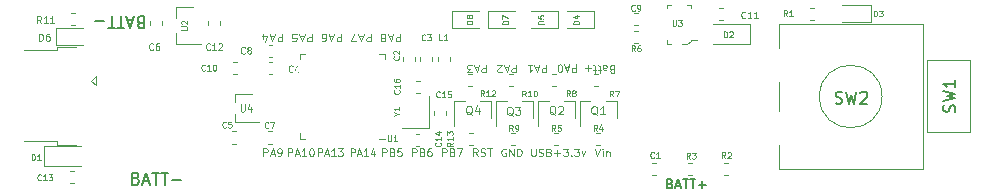
<source format=gto>
G04 #@! TF.GenerationSoftware,KiCad,Pcbnew,(5.1.5-0-10_14)*
G04 #@! TF.CreationDate,2020-04-11T11:30:58-07:00*
G04 #@! TF.ProjectId,14500,31343530-302e-46b6-9963-61645f706362,rev?*
G04 #@! TF.SameCoordinates,Original*
G04 #@! TF.FileFunction,Legend,Top*
G04 #@! TF.FilePolarity,Positive*
%FSLAX46Y46*%
G04 Gerber Fmt 4.6, Leading zero omitted, Abs format (unit mm)*
G04 Created by KiCad (PCBNEW (5.1.5-0-10_14)) date 2020-04-11 11:30:58*
%MOMM*%
%LPD*%
G04 APERTURE LIST*
%ADD10C,0.100000*%
%ADD11C,0.150000*%
%ADD12C,0.200000*%
%ADD13C,0.120000*%
%ADD14R,0.901600X1.001600*%
%ADD15C,2.901600*%
%ADD16R,0.801600X0.551600*%
%ADD17R,1.001600X0.901600*%
%ADD18R,2.601600X4.501600*%
%ADD19O,1.801600X1.451600*%
%ADD20O,1.601600X1.201600*%
%ADD21R,1.751600X0.501600*%
%ADD22R,1.601600X2.101600*%
%ADD23C,2.501600*%
%ADD24R,1.701600X2.281600*%
%ADD25O,1.801600X1.801600*%
%ADD26R,1.801600X1.801600*%
%ADD27R,1.190000X0.740000*%
%ADD28R,1.101600X1.101600*%
G04 APERTURE END LIST*
D10*
X106566904Y-104445476D02*
X106783571Y-105065476D01*
X107000238Y-104445476D01*
X107216904Y-105065476D02*
X107216904Y-104652142D01*
X107216904Y-104445476D02*
X107185952Y-104475000D01*
X107216904Y-104504523D01*
X107247857Y-104475000D01*
X107216904Y-104445476D01*
X107216904Y-104504523D01*
X107526428Y-104652142D02*
X107526428Y-105065476D01*
X107526428Y-104711190D02*
X107557380Y-104681666D01*
X107619285Y-104652142D01*
X107712142Y-104652142D01*
X107774047Y-104681666D01*
X107805000Y-104740714D01*
X107805000Y-105065476D01*
X103897857Y-104445476D02*
X104300238Y-104445476D01*
X104083571Y-104681666D01*
X104176428Y-104681666D01*
X104238333Y-104711190D01*
X104269285Y-104740714D01*
X104300238Y-104799761D01*
X104300238Y-104947380D01*
X104269285Y-105006428D01*
X104238333Y-105035952D01*
X104176428Y-105065476D01*
X103990714Y-105065476D01*
X103928809Y-105035952D01*
X103897857Y-105006428D01*
X104578809Y-105006428D02*
X104609761Y-105035952D01*
X104578809Y-105065476D01*
X104547857Y-105035952D01*
X104578809Y-105006428D01*
X104578809Y-105065476D01*
X104826428Y-104445476D02*
X105228809Y-104445476D01*
X105012142Y-104681666D01*
X105105000Y-104681666D01*
X105166904Y-104711190D01*
X105197857Y-104740714D01*
X105228809Y-104799761D01*
X105228809Y-104947380D01*
X105197857Y-105006428D01*
X105166904Y-105035952D01*
X105105000Y-105065476D01*
X104919285Y-105065476D01*
X104857380Y-105035952D01*
X104826428Y-105006428D01*
X105445476Y-104652142D02*
X105600238Y-105065476D01*
X105755000Y-104652142D01*
X101169761Y-104445476D02*
X101169761Y-104947380D01*
X101200714Y-105006428D01*
X101231666Y-105035952D01*
X101293571Y-105065476D01*
X101417380Y-105065476D01*
X101479285Y-105035952D01*
X101510238Y-105006428D01*
X101541190Y-104947380D01*
X101541190Y-104445476D01*
X101819761Y-105035952D02*
X101912619Y-105065476D01*
X102067380Y-105065476D01*
X102129285Y-105035952D01*
X102160238Y-105006428D01*
X102191190Y-104947380D01*
X102191190Y-104888333D01*
X102160238Y-104829285D01*
X102129285Y-104799761D01*
X102067380Y-104770238D01*
X101943571Y-104740714D01*
X101881666Y-104711190D01*
X101850714Y-104681666D01*
X101819761Y-104622619D01*
X101819761Y-104563571D01*
X101850714Y-104504523D01*
X101881666Y-104475000D01*
X101943571Y-104445476D01*
X102098333Y-104445476D01*
X102191190Y-104475000D01*
X102686428Y-104740714D02*
X102779285Y-104770238D01*
X102810238Y-104799761D01*
X102841190Y-104858809D01*
X102841190Y-104947380D01*
X102810238Y-105006428D01*
X102779285Y-105035952D01*
X102717380Y-105065476D01*
X102469761Y-105065476D01*
X102469761Y-104445476D01*
X102686428Y-104445476D01*
X102748333Y-104475000D01*
X102779285Y-104504523D01*
X102810238Y-104563571D01*
X102810238Y-104622619D01*
X102779285Y-104681666D01*
X102748333Y-104711190D01*
X102686428Y-104740714D01*
X102469761Y-104740714D01*
X103119761Y-104829285D02*
X103615000Y-104829285D01*
X103367380Y-105065476D02*
X103367380Y-104593095D01*
X107981428Y-97716428D02*
X107888571Y-97685476D01*
X107857619Y-97654523D01*
X107826666Y-97592619D01*
X107826666Y-97499761D01*
X107857619Y-97437857D01*
X107888571Y-97406904D01*
X107950476Y-97375952D01*
X108198095Y-97375952D01*
X108198095Y-98025952D01*
X107981428Y-98025952D01*
X107919523Y-97995000D01*
X107888571Y-97964047D01*
X107857619Y-97902142D01*
X107857619Y-97840238D01*
X107888571Y-97778333D01*
X107919523Y-97747380D01*
X107981428Y-97716428D01*
X108198095Y-97716428D01*
X107269523Y-97375952D02*
X107269523Y-97716428D01*
X107300476Y-97778333D01*
X107362380Y-97809285D01*
X107486190Y-97809285D01*
X107548095Y-97778333D01*
X107269523Y-97406904D02*
X107331428Y-97375952D01*
X107486190Y-97375952D01*
X107548095Y-97406904D01*
X107579047Y-97468809D01*
X107579047Y-97530714D01*
X107548095Y-97592619D01*
X107486190Y-97623571D01*
X107331428Y-97623571D01*
X107269523Y-97654523D01*
X107052857Y-97809285D02*
X106805238Y-97809285D01*
X106960000Y-98025952D02*
X106960000Y-97468809D01*
X106929047Y-97406904D01*
X106867142Y-97375952D01*
X106805238Y-97375952D01*
X106681428Y-97809285D02*
X106433809Y-97809285D01*
X106588571Y-98025952D02*
X106588571Y-97468809D01*
X106557619Y-97406904D01*
X106495714Y-97375952D01*
X106433809Y-97375952D01*
X106217142Y-97623571D02*
X105721904Y-97623571D01*
X105969523Y-97375952D02*
X105969523Y-97871190D01*
X104968333Y-97300952D02*
X104968333Y-97950952D01*
X104720714Y-97950952D01*
X104658809Y-97920000D01*
X104627857Y-97889047D01*
X104596904Y-97827142D01*
X104596904Y-97734285D01*
X104627857Y-97672380D01*
X104658809Y-97641428D01*
X104720714Y-97610476D01*
X104968333Y-97610476D01*
X104349285Y-97486666D02*
X104039761Y-97486666D01*
X104411190Y-97300952D02*
X104194523Y-97950952D01*
X103977857Y-97300952D01*
X103637380Y-97950952D02*
X103575476Y-97950952D01*
X103513571Y-97920000D01*
X103482619Y-97889047D01*
X103451666Y-97827142D01*
X103420714Y-97703333D01*
X103420714Y-97548571D01*
X103451666Y-97424761D01*
X103482619Y-97362857D01*
X103513571Y-97331904D01*
X103575476Y-97300952D01*
X103637380Y-97300952D01*
X103699285Y-97331904D01*
X103730238Y-97362857D01*
X103761190Y-97424761D01*
X103792142Y-97548571D01*
X103792142Y-97703333D01*
X103761190Y-97827142D01*
X103730238Y-97889047D01*
X103699285Y-97920000D01*
X103637380Y-97950952D01*
X102418333Y-97325952D02*
X102418333Y-97975952D01*
X102170714Y-97975952D01*
X102108809Y-97945000D01*
X102077857Y-97914047D01*
X102046904Y-97852142D01*
X102046904Y-97759285D01*
X102077857Y-97697380D01*
X102108809Y-97666428D01*
X102170714Y-97635476D01*
X102418333Y-97635476D01*
X101799285Y-97511666D02*
X101489761Y-97511666D01*
X101861190Y-97325952D02*
X101644523Y-97975952D01*
X101427857Y-97325952D01*
X100870714Y-97325952D02*
X101242142Y-97325952D01*
X101056428Y-97325952D02*
X101056428Y-97975952D01*
X101118333Y-97883095D01*
X101180238Y-97821190D01*
X101242142Y-97790238D01*
X99868333Y-97325952D02*
X99868333Y-97975952D01*
X99620714Y-97975952D01*
X99558809Y-97945000D01*
X99527857Y-97914047D01*
X99496904Y-97852142D01*
X99496904Y-97759285D01*
X99527857Y-97697380D01*
X99558809Y-97666428D01*
X99620714Y-97635476D01*
X99868333Y-97635476D01*
X99249285Y-97511666D02*
X98939761Y-97511666D01*
X99311190Y-97325952D02*
X99094523Y-97975952D01*
X98877857Y-97325952D01*
X98692142Y-97914047D02*
X98661190Y-97945000D01*
X98599285Y-97975952D01*
X98444523Y-97975952D01*
X98382619Y-97945000D01*
X98351666Y-97914047D01*
X98320714Y-97852142D01*
X98320714Y-97790238D01*
X98351666Y-97697380D01*
X98723095Y-97325952D01*
X98320714Y-97325952D01*
X97318333Y-97325952D02*
X97318333Y-97975952D01*
X97070714Y-97975952D01*
X97008809Y-97945000D01*
X96977857Y-97914047D01*
X96946904Y-97852142D01*
X96946904Y-97759285D01*
X96977857Y-97697380D01*
X97008809Y-97666428D01*
X97070714Y-97635476D01*
X97318333Y-97635476D01*
X96699285Y-97511666D02*
X96389761Y-97511666D01*
X96761190Y-97325952D02*
X96544523Y-97975952D01*
X96327857Y-97325952D01*
X96173095Y-97975952D02*
X95770714Y-97975952D01*
X95987380Y-97728333D01*
X95894523Y-97728333D01*
X95832619Y-97697380D01*
X95801666Y-97666428D01*
X95770714Y-97604523D01*
X95770714Y-97449761D01*
X95801666Y-97387857D01*
X95832619Y-97356904D01*
X95894523Y-97325952D01*
X96080238Y-97325952D01*
X96142142Y-97356904D01*
X96173095Y-97387857D01*
D11*
X112909523Y-107392857D02*
X113023809Y-107430952D01*
X113061904Y-107469047D01*
X113100000Y-107545238D01*
X113100000Y-107659523D01*
X113061904Y-107735714D01*
X113023809Y-107773809D01*
X112947619Y-107811904D01*
X112642857Y-107811904D01*
X112642857Y-107011904D01*
X112909523Y-107011904D01*
X112985714Y-107050000D01*
X113023809Y-107088095D01*
X113061904Y-107164285D01*
X113061904Y-107240476D01*
X113023809Y-107316666D01*
X112985714Y-107354761D01*
X112909523Y-107392857D01*
X112642857Y-107392857D01*
X113404761Y-107583333D02*
X113785714Y-107583333D01*
X113328571Y-107811904D02*
X113595238Y-107011904D01*
X113861904Y-107811904D01*
X114014285Y-107011904D02*
X114471428Y-107011904D01*
X114242857Y-107811904D02*
X114242857Y-107011904D01*
X114623809Y-107011904D02*
X115080952Y-107011904D01*
X114852380Y-107811904D02*
X114852380Y-107011904D01*
X115347619Y-107507142D02*
X115957142Y-107507142D01*
X115652380Y-107811904D02*
X115652380Y-107202380D01*
D10*
X96654047Y-105074047D02*
X96437380Y-104764523D01*
X96282619Y-105074047D02*
X96282619Y-104424047D01*
X96530238Y-104424047D01*
X96592142Y-104455000D01*
X96623095Y-104485952D01*
X96654047Y-104547857D01*
X96654047Y-104640714D01*
X96623095Y-104702619D01*
X96592142Y-104733571D01*
X96530238Y-104764523D01*
X96282619Y-104764523D01*
X96901666Y-105043095D02*
X96994523Y-105074047D01*
X97149285Y-105074047D01*
X97211190Y-105043095D01*
X97242142Y-105012142D01*
X97273095Y-104950238D01*
X97273095Y-104888333D01*
X97242142Y-104826428D01*
X97211190Y-104795476D01*
X97149285Y-104764523D01*
X97025476Y-104733571D01*
X96963571Y-104702619D01*
X96932619Y-104671666D01*
X96901666Y-104609761D01*
X96901666Y-104547857D01*
X96932619Y-104485952D01*
X96963571Y-104455000D01*
X97025476Y-104424047D01*
X97180238Y-104424047D01*
X97273095Y-104455000D01*
X97458809Y-104424047D02*
X97830238Y-104424047D01*
X97644523Y-105074047D02*
X97644523Y-104424047D01*
X93655238Y-105074047D02*
X93655238Y-104424047D01*
X93902857Y-104424047D01*
X93964761Y-104455000D01*
X93995714Y-104485952D01*
X94026666Y-104547857D01*
X94026666Y-104640714D01*
X93995714Y-104702619D01*
X93964761Y-104733571D01*
X93902857Y-104764523D01*
X93655238Y-104764523D01*
X94521904Y-104733571D02*
X94614761Y-104764523D01*
X94645714Y-104795476D01*
X94676666Y-104857380D01*
X94676666Y-104950238D01*
X94645714Y-105012142D01*
X94614761Y-105043095D01*
X94552857Y-105074047D01*
X94305238Y-105074047D01*
X94305238Y-104424047D01*
X94521904Y-104424047D01*
X94583809Y-104455000D01*
X94614761Y-104485952D01*
X94645714Y-104547857D01*
X94645714Y-104609761D01*
X94614761Y-104671666D01*
X94583809Y-104702619D01*
X94521904Y-104733571D01*
X94305238Y-104733571D01*
X94893333Y-104424047D02*
X95326666Y-104424047D01*
X95048095Y-105074047D01*
X91105238Y-105074047D02*
X91105238Y-104424047D01*
X91352857Y-104424047D01*
X91414761Y-104455000D01*
X91445714Y-104485952D01*
X91476666Y-104547857D01*
X91476666Y-104640714D01*
X91445714Y-104702619D01*
X91414761Y-104733571D01*
X91352857Y-104764523D01*
X91105238Y-104764523D01*
X91971904Y-104733571D02*
X92064761Y-104764523D01*
X92095714Y-104795476D01*
X92126666Y-104857380D01*
X92126666Y-104950238D01*
X92095714Y-105012142D01*
X92064761Y-105043095D01*
X92002857Y-105074047D01*
X91755238Y-105074047D01*
X91755238Y-104424047D01*
X91971904Y-104424047D01*
X92033809Y-104455000D01*
X92064761Y-104485952D01*
X92095714Y-104547857D01*
X92095714Y-104609761D01*
X92064761Y-104671666D01*
X92033809Y-104702619D01*
X91971904Y-104733571D01*
X91755238Y-104733571D01*
X92683809Y-104424047D02*
X92560000Y-104424047D01*
X92498095Y-104455000D01*
X92467142Y-104485952D01*
X92405238Y-104578809D01*
X92374285Y-104702619D01*
X92374285Y-104950238D01*
X92405238Y-105012142D01*
X92436190Y-105043095D01*
X92498095Y-105074047D01*
X92621904Y-105074047D01*
X92683809Y-105043095D01*
X92714761Y-105012142D01*
X92745714Y-104950238D01*
X92745714Y-104795476D01*
X92714761Y-104733571D01*
X92683809Y-104702619D01*
X92621904Y-104671666D01*
X92498095Y-104671666D01*
X92436190Y-104702619D01*
X92405238Y-104733571D01*
X92374285Y-104795476D01*
X88565238Y-105074047D02*
X88565238Y-104424047D01*
X88812857Y-104424047D01*
X88874761Y-104455000D01*
X88905714Y-104485952D01*
X88936666Y-104547857D01*
X88936666Y-104640714D01*
X88905714Y-104702619D01*
X88874761Y-104733571D01*
X88812857Y-104764523D01*
X88565238Y-104764523D01*
X89431904Y-104733571D02*
X89524761Y-104764523D01*
X89555714Y-104795476D01*
X89586666Y-104857380D01*
X89586666Y-104950238D01*
X89555714Y-105012142D01*
X89524761Y-105043095D01*
X89462857Y-105074047D01*
X89215238Y-105074047D01*
X89215238Y-104424047D01*
X89431904Y-104424047D01*
X89493809Y-104455000D01*
X89524761Y-104485952D01*
X89555714Y-104547857D01*
X89555714Y-104609761D01*
X89524761Y-104671666D01*
X89493809Y-104702619D01*
X89431904Y-104733571D01*
X89215238Y-104733571D01*
X90174761Y-104424047D02*
X89865238Y-104424047D01*
X89834285Y-104733571D01*
X89865238Y-104702619D01*
X89927142Y-104671666D01*
X90081904Y-104671666D01*
X90143809Y-104702619D01*
X90174761Y-104733571D01*
X90205714Y-104795476D01*
X90205714Y-104950238D01*
X90174761Y-105012142D01*
X90143809Y-105043095D01*
X90081904Y-105074047D01*
X89927142Y-105074047D01*
X89865238Y-105043095D01*
X89834285Y-105012142D01*
X85891428Y-105074047D02*
X85891428Y-104424047D01*
X86127619Y-104424047D01*
X86186666Y-104455000D01*
X86216190Y-104485952D01*
X86245714Y-104547857D01*
X86245714Y-104640714D01*
X86216190Y-104702619D01*
X86186666Y-104733571D01*
X86127619Y-104764523D01*
X85891428Y-104764523D01*
X86481904Y-104888333D02*
X86777142Y-104888333D01*
X86422857Y-105074047D02*
X86629523Y-104424047D01*
X86836190Y-105074047D01*
X87367619Y-105074047D02*
X87013333Y-105074047D01*
X87190476Y-105074047D02*
X87190476Y-104424047D01*
X87131428Y-104516904D01*
X87072380Y-104578809D01*
X87013333Y-104609761D01*
X87899047Y-104640714D02*
X87899047Y-105074047D01*
X87751428Y-104393095D02*
X87603809Y-104857380D01*
X87987619Y-104857380D01*
X83141428Y-105074047D02*
X83141428Y-104424047D01*
X83377619Y-104424047D01*
X83436666Y-104455000D01*
X83466190Y-104485952D01*
X83495714Y-104547857D01*
X83495714Y-104640714D01*
X83466190Y-104702619D01*
X83436666Y-104733571D01*
X83377619Y-104764523D01*
X83141428Y-104764523D01*
X83731904Y-104888333D02*
X84027142Y-104888333D01*
X83672857Y-105074047D02*
X83879523Y-104424047D01*
X84086190Y-105074047D01*
X84617619Y-105074047D02*
X84263333Y-105074047D01*
X84440476Y-105074047D02*
X84440476Y-104424047D01*
X84381428Y-104516904D01*
X84322380Y-104578809D01*
X84263333Y-104609761D01*
X84824285Y-104424047D02*
X85208095Y-104424047D01*
X85001428Y-104671666D01*
X85090000Y-104671666D01*
X85149047Y-104702619D01*
X85178571Y-104733571D01*
X85208095Y-104795476D01*
X85208095Y-104950238D01*
X85178571Y-105012142D01*
X85149047Y-105043095D01*
X85090000Y-105074047D01*
X84912857Y-105074047D01*
X84853809Y-105043095D01*
X84824285Y-105012142D01*
X80592142Y-105074047D02*
X80592142Y-104424047D01*
X80839761Y-104424047D01*
X80901666Y-104455000D01*
X80932619Y-104485952D01*
X80963571Y-104547857D01*
X80963571Y-104640714D01*
X80932619Y-104702619D01*
X80901666Y-104733571D01*
X80839761Y-104764523D01*
X80592142Y-104764523D01*
X81211190Y-104888333D02*
X81520714Y-104888333D01*
X81149285Y-105074047D02*
X81365952Y-104424047D01*
X81582619Y-105074047D01*
X82139761Y-105074047D02*
X81768333Y-105074047D01*
X81954047Y-105074047D02*
X81954047Y-104424047D01*
X81892142Y-104516904D01*
X81830238Y-104578809D01*
X81768333Y-104609761D01*
X82542142Y-104424047D02*
X82604047Y-104424047D01*
X82665952Y-104455000D01*
X82696904Y-104485952D01*
X82727857Y-104547857D01*
X82758809Y-104671666D01*
X82758809Y-104826428D01*
X82727857Y-104950238D01*
X82696904Y-105012142D01*
X82665952Y-105043095D01*
X82604047Y-105074047D01*
X82542142Y-105074047D01*
X82480238Y-105043095D01*
X82449285Y-105012142D01*
X82418333Y-104950238D01*
X82387380Y-104826428D01*
X82387380Y-104671666D01*
X82418333Y-104547857D01*
X82449285Y-104485952D01*
X82480238Y-104455000D01*
X82542142Y-104424047D01*
D12*
X68088095Y-93771428D02*
X67945238Y-93723809D01*
X67897619Y-93676190D01*
X67850000Y-93580952D01*
X67850000Y-93438095D01*
X67897619Y-93342857D01*
X67945238Y-93295238D01*
X68040476Y-93247619D01*
X68421428Y-93247619D01*
X68421428Y-94247619D01*
X68088095Y-94247619D01*
X67992857Y-94200000D01*
X67945238Y-94152380D01*
X67897619Y-94057142D01*
X67897619Y-93961904D01*
X67945238Y-93866666D01*
X67992857Y-93819047D01*
X68088095Y-93771428D01*
X68421428Y-93771428D01*
X67469047Y-93533333D02*
X66992857Y-93533333D01*
X67564285Y-93247619D02*
X67230952Y-94247619D01*
X66897619Y-93247619D01*
X66707142Y-94247619D02*
X66135714Y-94247619D01*
X66421428Y-93247619D02*
X66421428Y-94247619D01*
X65945238Y-94247619D02*
X65373809Y-94247619D01*
X65659523Y-93247619D02*
X65659523Y-94247619D01*
X65040476Y-93628571D02*
X64278571Y-93628571D01*
X67711904Y-106953571D02*
X67854761Y-107001190D01*
X67902380Y-107048809D01*
X67950000Y-107144047D01*
X67950000Y-107286904D01*
X67902380Y-107382142D01*
X67854761Y-107429761D01*
X67759523Y-107477380D01*
X67378571Y-107477380D01*
X67378571Y-106477380D01*
X67711904Y-106477380D01*
X67807142Y-106525000D01*
X67854761Y-106572619D01*
X67902380Y-106667857D01*
X67902380Y-106763095D01*
X67854761Y-106858333D01*
X67807142Y-106905952D01*
X67711904Y-106953571D01*
X67378571Y-106953571D01*
X68330952Y-107191666D02*
X68807142Y-107191666D01*
X68235714Y-107477380D02*
X68569047Y-106477380D01*
X68902380Y-107477380D01*
X69092857Y-106477380D02*
X69664285Y-106477380D01*
X69378571Y-107477380D02*
X69378571Y-106477380D01*
X69854761Y-106477380D02*
X70426190Y-106477380D01*
X70140476Y-107477380D02*
X70140476Y-106477380D01*
X70759523Y-107096428D02*
X71521428Y-107096428D01*
D10*
X99020238Y-104475000D02*
X98958333Y-104445476D01*
X98865476Y-104445476D01*
X98772619Y-104475000D01*
X98710714Y-104534047D01*
X98679761Y-104593095D01*
X98648809Y-104711190D01*
X98648809Y-104799761D01*
X98679761Y-104917857D01*
X98710714Y-104976904D01*
X98772619Y-105035952D01*
X98865476Y-105065476D01*
X98927380Y-105065476D01*
X99020238Y-105035952D01*
X99051190Y-105006428D01*
X99051190Y-104799761D01*
X98927380Y-104799761D01*
X99329761Y-105065476D02*
X99329761Y-104445476D01*
X99701190Y-105065476D01*
X99701190Y-104445476D01*
X100010714Y-105065476D02*
X100010714Y-104445476D01*
X100165476Y-104445476D01*
X100258333Y-104475000D01*
X100320238Y-104534047D01*
X100351190Y-104593095D01*
X100382142Y-104711190D01*
X100382142Y-104799761D01*
X100351190Y-104917857D01*
X100320238Y-104976904D01*
X100258333Y-105035952D01*
X100165476Y-105065476D01*
X100010714Y-105065476D01*
X90096666Y-94700952D02*
X90096666Y-95350952D01*
X89830000Y-95350952D01*
X89763333Y-95320000D01*
X89730000Y-95289047D01*
X89696666Y-95227142D01*
X89696666Y-95134285D01*
X89730000Y-95072380D01*
X89763333Y-95041428D01*
X89830000Y-95010476D01*
X90096666Y-95010476D01*
X89430000Y-94886666D02*
X89096666Y-94886666D01*
X89496666Y-94700952D02*
X89263333Y-95350952D01*
X89030000Y-94700952D01*
X88696666Y-95072380D02*
X88763333Y-95103333D01*
X88796666Y-95134285D01*
X88830000Y-95196190D01*
X88830000Y-95227142D01*
X88796666Y-95289047D01*
X88763333Y-95320000D01*
X88696666Y-95350952D01*
X88563333Y-95350952D01*
X88496666Y-95320000D01*
X88463333Y-95289047D01*
X88430000Y-95227142D01*
X88430000Y-95196190D01*
X88463333Y-95134285D01*
X88496666Y-95103333D01*
X88563333Y-95072380D01*
X88696666Y-95072380D01*
X88763333Y-95041428D01*
X88796666Y-95010476D01*
X88830000Y-94948571D01*
X88830000Y-94824761D01*
X88796666Y-94762857D01*
X88763333Y-94731904D01*
X88696666Y-94700952D01*
X88563333Y-94700952D01*
X88496666Y-94731904D01*
X88463333Y-94762857D01*
X88430000Y-94824761D01*
X88430000Y-94948571D01*
X88463333Y-95010476D01*
X88496666Y-95041428D01*
X88563333Y-95072380D01*
X87596666Y-94700952D02*
X87596666Y-95350952D01*
X87330000Y-95350952D01*
X87263333Y-95320000D01*
X87230000Y-95289047D01*
X87196666Y-95227142D01*
X87196666Y-95134285D01*
X87230000Y-95072380D01*
X87263333Y-95041428D01*
X87330000Y-95010476D01*
X87596666Y-95010476D01*
X86930000Y-94886666D02*
X86596666Y-94886666D01*
X86996666Y-94700952D02*
X86763333Y-95350952D01*
X86530000Y-94700952D01*
X86363333Y-95350952D02*
X85896666Y-95350952D01*
X86196666Y-94700952D01*
X85096666Y-94700952D02*
X85096666Y-95350952D01*
X84830000Y-95350952D01*
X84763333Y-95320000D01*
X84730000Y-95289047D01*
X84696666Y-95227142D01*
X84696666Y-95134285D01*
X84730000Y-95072380D01*
X84763333Y-95041428D01*
X84830000Y-95010476D01*
X85096666Y-95010476D01*
X84430000Y-94886666D02*
X84096666Y-94886666D01*
X84496666Y-94700952D02*
X84263333Y-95350952D01*
X84030000Y-94700952D01*
X83496666Y-95350952D02*
X83630000Y-95350952D01*
X83696666Y-95320000D01*
X83730000Y-95289047D01*
X83796666Y-95196190D01*
X83830000Y-95072380D01*
X83830000Y-94824761D01*
X83796666Y-94762857D01*
X83763333Y-94731904D01*
X83696666Y-94700952D01*
X83563333Y-94700952D01*
X83496666Y-94731904D01*
X83463333Y-94762857D01*
X83430000Y-94824761D01*
X83430000Y-94979523D01*
X83463333Y-95041428D01*
X83496666Y-95072380D01*
X83563333Y-95103333D01*
X83696666Y-95103333D01*
X83763333Y-95072380D01*
X83796666Y-95041428D01*
X83830000Y-94979523D01*
X82596666Y-94700952D02*
X82596666Y-95350952D01*
X82330000Y-95350952D01*
X82263333Y-95320000D01*
X82230000Y-95289047D01*
X82196666Y-95227142D01*
X82196666Y-95134285D01*
X82230000Y-95072380D01*
X82263333Y-95041428D01*
X82330000Y-95010476D01*
X82596666Y-95010476D01*
X81930000Y-94886666D02*
X81596666Y-94886666D01*
X81996666Y-94700952D02*
X81763333Y-95350952D01*
X81530000Y-94700952D01*
X80963333Y-95350952D02*
X81296666Y-95350952D01*
X81330000Y-95041428D01*
X81296666Y-95072380D01*
X81230000Y-95103333D01*
X81063333Y-95103333D01*
X80996666Y-95072380D01*
X80963333Y-95041428D01*
X80930000Y-94979523D01*
X80930000Y-94824761D01*
X80963333Y-94762857D01*
X80996666Y-94731904D01*
X81063333Y-94700952D01*
X81230000Y-94700952D01*
X81296666Y-94731904D01*
X81330000Y-94762857D01*
X80096666Y-94700952D02*
X80096666Y-95350952D01*
X79830000Y-95350952D01*
X79763333Y-95320000D01*
X79730000Y-95289047D01*
X79696666Y-95227142D01*
X79696666Y-95134285D01*
X79730000Y-95072380D01*
X79763333Y-95041428D01*
X79830000Y-95010476D01*
X80096666Y-95010476D01*
X79430000Y-94886666D02*
X79096666Y-94886666D01*
X79496666Y-94700952D02*
X79263333Y-95350952D01*
X79030000Y-94700952D01*
X78496666Y-95134285D02*
X78496666Y-94700952D01*
X78663333Y-95381904D02*
X78830000Y-94917619D01*
X78396666Y-94917619D01*
X78501666Y-105074047D02*
X78501666Y-104424047D01*
X78749285Y-104424047D01*
X78811190Y-104455000D01*
X78842142Y-104485952D01*
X78873095Y-104547857D01*
X78873095Y-104640714D01*
X78842142Y-104702619D01*
X78811190Y-104733571D01*
X78749285Y-104764523D01*
X78501666Y-104764523D01*
X79120714Y-104888333D02*
X79430238Y-104888333D01*
X79058809Y-105074047D02*
X79275476Y-104424047D01*
X79492142Y-105074047D01*
X79739761Y-105074047D02*
X79863571Y-105074047D01*
X79925476Y-105043095D01*
X79956428Y-105012142D01*
X80018333Y-104919285D01*
X80049285Y-104795476D01*
X80049285Y-104547857D01*
X80018333Y-104485952D01*
X79987380Y-104455000D01*
X79925476Y-104424047D01*
X79801666Y-104424047D01*
X79739761Y-104455000D01*
X79708809Y-104485952D01*
X79677857Y-104547857D01*
X79677857Y-104702619D01*
X79708809Y-104764523D01*
X79739761Y-104795476D01*
X79801666Y-104826428D01*
X79925476Y-104826428D01*
X79987380Y-104795476D01*
X80018333Y-104764523D01*
X80049285Y-104702619D01*
D13*
X92550000Y-102715000D02*
X92550000Y-100015000D01*
X90250000Y-102715000D02*
X92550000Y-102715000D01*
X91732779Y-98725000D02*
X91407221Y-98725000D01*
X91732779Y-99745000D02*
X91407221Y-99745000D01*
X93950000Y-101617779D02*
X93950000Y-101292221D01*
X92930000Y-101617779D02*
X92930000Y-101292221D01*
X110212779Y-94465000D02*
X109887221Y-94465000D01*
X110212779Y-95485000D02*
X109887221Y-95485000D01*
X60915000Y-95685000D02*
X63200000Y-95685000D01*
X60915000Y-94215000D02*
X60915000Y-95685000D01*
X63200000Y-94215000D02*
X60915000Y-94215000D01*
X62237221Y-93985000D02*
X62562779Y-93985000D01*
X62237221Y-92965000D02*
X62562779Y-92965000D01*
X117112221Y-92530000D02*
X117437779Y-92530000D01*
X117112221Y-93550000D02*
X117437779Y-93550000D01*
X76120000Y-100500000D02*
X76120000Y-99840000D01*
X76120000Y-102160000D02*
X76120000Y-101500000D01*
X76120000Y-102160000D02*
X78150000Y-102160000D01*
X77530000Y-99840000D02*
X76120000Y-99840000D01*
X62487779Y-106290000D02*
X62162221Y-106290000D01*
X62487779Y-107310000D02*
X62162221Y-107310000D01*
X73815000Y-93662221D02*
X73815000Y-93987779D01*
X74835000Y-93662221D02*
X74835000Y-93987779D01*
X71065000Y-92420000D02*
X71065000Y-93350000D01*
X71065000Y-95580000D02*
X71065000Y-94650000D01*
X71065000Y-95580000D02*
X73225000Y-95580000D01*
X71065000Y-92420000D02*
X72525000Y-92420000D01*
X63865000Y-98675000D02*
X64315000Y-98275000D01*
X64315000Y-98275000D02*
X64315000Y-99075000D01*
X64315000Y-99075000D02*
X63865000Y-98675000D01*
X58265000Y-103825000D02*
X61065000Y-103825000D01*
X61065000Y-103825000D02*
X61065000Y-104125000D01*
X61065000Y-104125000D02*
X62615000Y-104125000D01*
X58265000Y-96125000D02*
X61065000Y-96125000D01*
X61065000Y-95825000D02*
X61065000Y-96125000D01*
X61065000Y-95825000D02*
X62615000Y-95825000D01*
X122130000Y-98835000D02*
X122130000Y-101215000D01*
X122130000Y-106125000D02*
X122130000Y-104135000D01*
X134330000Y-106125000D02*
X122130000Y-106125000D01*
X134330000Y-93925000D02*
X134330000Y-106125000D01*
X122130000Y-93925000D02*
X134330000Y-93925000D01*
X122130000Y-95915000D02*
X122130000Y-93925000D01*
X130880000Y-100025000D02*
G75*
G03X130880000Y-100025000I-2650000J0D01*
G01*
X134720000Y-96940000D02*
X138340000Y-96940000D01*
X134720000Y-103060000D02*
X134720000Y-96940000D01*
X138340000Y-103060000D02*
X134720000Y-103060000D01*
X138340000Y-96940000D02*
X138340000Y-103060000D01*
X96720000Y-92795000D02*
X94435000Y-92795000D01*
X94435000Y-92795000D02*
X94435000Y-94265000D01*
X94435000Y-94265000D02*
X96720000Y-94265000D01*
X117532221Y-105615000D02*
X117857779Y-105615000D01*
X117532221Y-106635000D02*
X117857779Y-106635000D01*
X106657221Y-104120000D02*
X106982779Y-104120000D01*
X106657221Y-103100000D02*
X106982779Y-103100000D01*
X103132221Y-104120000D02*
X103457779Y-104120000D01*
X103132221Y-103100000D02*
X103457779Y-103100000D01*
X95832221Y-98150000D02*
X96157779Y-98150000D01*
X95832221Y-99170000D02*
X96157779Y-99170000D01*
X111757779Y-106635000D02*
X111432221Y-106635000D01*
X111757779Y-105615000D02*
X111432221Y-105615000D01*
X101325000Y-100375000D02*
X101325000Y-101835000D01*
X98165000Y-100375000D02*
X98165000Y-102535000D01*
X98165000Y-100375000D02*
X99095000Y-100375000D01*
X101325000Y-100375000D02*
X100395000Y-100375000D01*
X129985000Y-92315000D02*
X127500000Y-92315000D01*
X129985000Y-93685000D02*
X129985000Y-92315000D01*
X127500000Y-93685000D02*
X129985000Y-93685000D01*
X104875000Y-100375000D02*
X103945000Y-100375000D01*
X101715000Y-100375000D02*
X102645000Y-100375000D01*
X101715000Y-100375000D02*
X101715000Y-102535000D01*
X104875000Y-100375000D02*
X104875000Y-101835000D01*
X76182779Y-104005000D02*
X75857221Y-104005000D01*
X76182779Y-102985000D02*
X75857221Y-102985000D01*
X88322500Y-103610000D02*
X88797500Y-103610000D01*
X81577500Y-96390000D02*
X81577500Y-96865000D01*
X82052500Y-96390000D02*
X81577500Y-96390000D01*
X88797500Y-96390000D02*
X88797500Y-96865000D01*
X88322500Y-96390000D02*
X88797500Y-96390000D01*
X81577500Y-103610000D02*
X81577500Y-103135000D01*
X82052500Y-103610000D02*
X81577500Y-103610000D01*
X91712779Y-103205000D02*
X91387221Y-103205000D01*
X91712779Y-104225000D02*
X91387221Y-104225000D01*
X76287779Y-97140000D02*
X75962221Y-97140000D01*
X76287779Y-98160000D02*
X75962221Y-98160000D01*
X79262779Y-95665000D02*
X78937221Y-95665000D01*
X79262779Y-96685000D02*
X78937221Y-96685000D01*
D10*
X112670000Y-95230000D02*
X112670000Y-95555000D01*
X112670000Y-95555000D02*
X112970000Y-95555000D01*
X114670000Y-92580000D02*
X114670000Y-92255000D01*
X114670000Y-92255000D02*
X114370000Y-92255000D01*
X112670000Y-92555000D02*
X112670000Y-92255000D01*
X112670000Y-92255000D02*
X112995000Y-92255000D01*
X114345000Y-95555000D02*
X114670000Y-95330000D01*
X114670000Y-95330000D02*
X114670000Y-95230000D01*
X114670000Y-95230000D02*
X115195000Y-95230000D01*
X114345000Y-95555000D02*
X113970000Y-95555000D01*
D13*
X110212779Y-93960000D02*
X109887221Y-93960000D01*
X110212779Y-92940000D02*
X109887221Y-92940000D01*
X68865000Y-93662221D02*
X68865000Y-93987779D01*
X69885000Y-93662221D02*
X69885000Y-93987779D01*
X78937221Y-97140000D02*
X79262779Y-97140000D01*
X78937221Y-98160000D02*
X79262779Y-98160000D01*
X78877221Y-102985000D02*
X79202779Y-102985000D01*
X78877221Y-104005000D02*
X79202779Y-104005000D01*
X59900000Y-104250000D02*
X63050000Y-104250000D01*
X59900000Y-105950000D02*
X63050000Y-105950000D01*
X59900000Y-104250000D02*
X59900000Y-105950000D01*
X119700000Y-95615000D02*
X119700000Y-93915000D01*
X119700000Y-93915000D02*
X116550000Y-93915000D01*
X119700000Y-95615000D02*
X116550000Y-95615000D01*
X97490000Y-94265000D02*
X99775000Y-94265000D01*
X97490000Y-92795000D02*
X97490000Y-94265000D01*
X99775000Y-92795000D02*
X97490000Y-92795000D01*
X101185000Y-94265000D02*
X103470000Y-94265000D01*
X103470000Y-94265000D02*
X103470000Y-92795000D01*
X103470000Y-92795000D02*
X101185000Y-92795000D01*
X104230000Y-94265000D02*
X106515000Y-94265000D01*
X106515000Y-94265000D02*
X106515000Y-92795000D01*
X106515000Y-92795000D02*
X104230000Y-92795000D01*
X93260000Y-96997779D02*
X93260000Y-96672221D01*
X94280000Y-96997779D02*
X94280000Y-96672221D01*
X125112779Y-92515000D02*
X124787221Y-92515000D01*
X125112779Y-93535000D02*
X124787221Y-93535000D01*
X114807779Y-105615000D02*
X114482221Y-105615000D01*
X114807779Y-106635000D02*
X114482221Y-106635000D01*
X106832779Y-98150000D02*
X106507221Y-98150000D01*
X106832779Y-99170000D02*
X106507221Y-99170000D01*
X103232779Y-98150000D02*
X102907221Y-98150000D01*
X103232779Y-99170000D02*
X102907221Y-99170000D01*
X99482221Y-104120000D02*
X99807779Y-104120000D01*
X99482221Y-103100000D02*
X99807779Y-103100000D01*
X99307221Y-99170000D02*
X99632779Y-99170000D01*
X99307221Y-98150000D02*
X99632779Y-98150000D01*
X95932221Y-104120000D02*
X96257779Y-104120000D01*
X95932221Y-103100000D02*
X96257779Y-103100000D01*
X90305000Y-97012779D02*
X90305000Y-96687221D01*
X91325000Y-97012779D02*
X91325000Y-96687221D01*
X91790000Y-97012779D02*
X91790000Y-96687221D01*
X92810000Y-97012779D02*
X92810000Y-96687221D01*
X108425000Y-100370000D02*
X108425000Y-101830000D01*
X105265000Y-100370000D02*
X105265000Y-102530000D01*
X105265000Y-100370000D02*
X106195000Y-100370000D01*
X108425000Y-100370000D02*
X107495000Y-100370000D01*
X97800000Y-100375000D02*
X97800000Y-101835000D01*
X94640000Y-100375000D02*
X94640000Y-102535000D01*
X94640000Y-100375000D02*
X95570000Y-100375000D01*
X97800000Y-100375000D02*
X96870000Y-100375000D01*
D10*
X89778095Y-101493095D02*
X90016190Y-101493095D01*
X89516190Y-101659761D02*
X89778095Y-101493095D01*
X89516190Y-101326428D01*
X90016190Y-100897857D02*
X90016190Y-101183571D01*
X90016190Y-101040714D02*
X89516190Y-101040714D01*
X89587619Y-101088333D01*
X89635238Y-101135952D01*
X89659047Y-101183571D01*
X89998571Y-99486428D02*
X90022380Y-99510238D01*
X90046190Y-99581666D01*
X90046190Y-99629285D01*
X90022380Y-99700714D01*
X89974761Y-99748333D01*
X89927142Y-99772142D01*
X89831904Y-99795952D01*
X89760476Y-99795952D01*
X89665238Y-99772142D01*
X89617619Y-99748333D01*
X89570000Y-99700714D01*
X89546190Y-99629285D01*
X89546190Y-99581666D01*
X89570000Y-99510238D01*
X89593809Y-99486428D01*
X90046190Y-99010238D02*
X90046190Y-99295952D01*
X90046190Y-99153095D02*
X89546190Y-99153095D01*
X89617619Y-99200714D01*
X89665238Y-99248333D01*
X89689047Y-99295952D01*
X89546190Y-98581666D02*
X89546190Y-98676904D01*
X89570000Y-98724523D01*
X89593809Y-98748333D01*
X89665238Y-98795952D01*
X89760476Y-98819761D01*
X89950952Y-98819761D01*
X89998571Y-98795952D01*
X90022380Y-98772142D01*
X90046190Y-98724523D01*
X90046190Y-98629285D01*
X90022380Y-98581666D01*
X89998571Y-98557857D01*
X89950952Y-98534047D01*
X89831904Y-98534047D01*
X89784285Y-98557857D01*
X89760476Y-98581666D01*
X89736666Y-98629285D01*
X89736666Y-98724523D01*
X89760476Y-98772142D01*
X89784285Y-98795952D01*
X89831904Y-98819761D01*
X93428571Y-100043571D02*
X93404761Y-100067380D01*
X93333333Y-100091190D01*
X93285714Y-100091190D01*
X93214285Y-100067380D01*
X93166666Y-100019761D01*
X93142857Y-99972142D01*
X93119047Y-99876904D01*
X93119047Y-99805476D01*
X93142857Y-99710238D01*
X93166666Y-99662619D01*
X93214285Y-99615000D01*
X93285714Y-99591190D01*
X93333333Y-99591190D01*
X93404761Y-99615000D01*
X93428571Y-99638809D01*
X93904761Y-100091190D02*
X93619047Y-100091190D01*
X93761904Y-100091190D02*
X93761904Y-99591190D01*
X93714285Y-99662619D01*
X93666666Y-99710238D01*
X93619047Y-99734047D01*
X94357142Y-99591190D02*
X94119047Y-99591190D01*
X94095238Y-99829285D01*
X94119047Y-99805476D01*
X94166666Y-99781666D01*
X94285714Y-99781666D01*
X94333333Y-99805476D01*
X94357142Y-99829285D01*
X94380952Y-99876904D01*
X94380952Y-99995952D01*
X94357142Y-100043571D01*
X94333333Y-100067380D01*
X94285714Y-100091190D01*
X94166666Y-100091190D01*
X94119047Y-100067380D01*
X94095238Y-100043571D01*
X109966666Y-96191190D02*
X109800000Y-95953095D01*
X109680952Y-96191190D02*
X109680952Y-95691190D01*
X109871428Y-95691190D01*
X109919047Y-95715000D01*
X109942857Y-95738809D01*
X109966666Y-95786428D01*
X109966666Y-95857857D01*
X109942857Y-95905476D01*
X109919047Y-95929285D01*
X109871428Y-95953095D01*
X109680952Y-95953095D01*
X110395238Y-95691190D02*
X110300000Y-95691190D01*
X110252380Y-95715000D01*
X110228571Y-95738809D01*
X110180952Y-95810238D01*
X110157142Y-95905476D01*
X110157142Y-96095952D01*
X110180952Y-96143571D01*
X110204761Y-96167380D01*
X110252380Y-96191190D01*
X110347619Y-96191190D01*
X110395238Y-96167380D01*
X110419047Y-96143571D01*
X110442857Y-96095952D01*
X110442857Y-95976904D01*
X110419047Y-95929285D01*
X110395238Y-95905476D01*
X110347619Y-95881666D01*
X110252380Y-95881666D01*
X110204761Y-95905476D01*
X110180952Y-95929285D01*
X110157142Y-95976904D01*
X59507142Y-95296428D02*
X59507142Y-94696428D01*
X59650000Y-94696428D01*
X59735714Y-94725000D01*
X59792857Y-94782142D01*
X59821428Y-94839285D01*
X59850000Y-94953571D01*
X59850000Y-95039285D01*
X59821428Y-95153571D01*
X59792857Y-95210714D01*
X59735714Y-95267857D01*
X59650000Y-95296428D01*
X59507142Y-95296428D01*
X60364285Y-94696428D02*
X60250000Y-94696428D01*
X60192857Y-94725000D01*
X60164285Y-94753571D01*
X60107142Y-94839285D01*
X60078571Y-94953571D01*
X60078571Y-95182142D01*
X60107142Y-95239285D01*
X60135714Y-95267857D01*
X60192857Y-95296428D01*
X60307142Y-95296428D01*
X60364285Y-95267857D01*
X60392857Y-95239285D01*
X60421428Y-95182142D01*
X60421428Y-95039285D01*
X60392857Y-94982142D01*
X60364285Y-94953571D01*
X60307142Y-94925000D01*
X60192857Y-94925000D01*
X60135714Y-94953571D01*
X60107142Y-94982142D01*
X60078571Y-95039285D01*
X59664285Y-93821428D02*
X59464285Y-93535714D01*
X59321428Y-93821428D02*
X59321428Y-93221428D01*
X59550000Y-93221428D01*
X59607142Y-93250000D01*
X59635714Y-93278571D01*
X59664285Y-93335714D01*
X59664285Y-93421428D01*
X59635714Y-93478571D01*
X59607142Y-93507142D01*
X59550000Y-93535714D01*
X59321428Y-93535714D01*
X60235714Y-93821428D02*
X59892857Y-93821428D01*
X60064285Y-93821428D02*
X60064285Y-93221428D01*
X60007142Y-93307142D01*
X59950000Y-93364285D01*
X59892857Y-93392857D01*
X60807142Y-93821428D02*
X60464285Y-93821428D01*
X60635714Y-93821428D02*
X60635714Y-93221428D01*
X60578571Y-93307142D01*
X60521428Y-93364285D01*
X60464285Y-93392857D01*
X119296428Y-93336428D02*
X119270238Y-93362619D01*
X119191666Y-93388809D01*
X119139285Y-93388809D01*
X119060714Y-93362619D01*
X119008333Y-93310238D01*
X118982142Y-93257857D01*
X118955952Y-93153095D01*
X118955952Y-93074523D01*
X118982142Y-92969761D01*
X119008333Y-92917380D01*
X119060714Y-92865000D01*
X119139285Y-92838809D01*
X119191666Y-92838809D01*
X119270238Y-92865000D01*
X119296428Y-92891190D01*
X119820238Y-93388809D02*
X119505952Y-93388809D01*
X119663095Y-93388809D02*
X119663095Y-92838809D01*
X119610714Y-92917380D01*
X119558333Y-92969761D01*
X119505952Y-92995952D01*
X120344047Y-93388809D02*
X120029761Y-93388809D01*
X120186904Y-93388809D02*
X120186904Y-92838809D01*
X120134523Y-92917380D01*
X120082142Y-92969761D01*
X120029761Y-92995952D01*
X76572857Y-100696428D02*
X76572857Y-101182142D01*
X76601428Y-101239285D01*
X76630000Y-101267857D01*
X76687142Y-101296428D01*
X76801428Y-101296428D01*
X76858571Y-101267857D01*
X76887142Y-101239285D01*
X76915714Y-101182142D01*
X76915714Y-100696428D01*
X77458571Y-100896428D02*
X77458571Y-101296428D01*
X77315714Y-100667857D02*
X77172857Y-101096428D01*
X77544285Y-101096428D01*
X59678571Y-107078571D02*
X59654761Y-107102380D01*
X59583333Y-107126190D01*
X59535714Y-107126190D01*
X59464285Y-107102380D01*
X59416666Y-107054761D01*
X59392857Y-107007142D01*
X59369047Y-106911904D01*
X59369047Y-106840476D01*
X59392857Y-106745238D01*
X59416666Y-106697619D01*
X59464285Y-106650000D01*
X59535714Y-106626190D01*
X59583333Y-106626190D01*
X59654761Y-106650000D01*
X59678571Y-106673809D01*
X60154761Y-107126190D02*
X59869047Y-107126190D01*
X60011904Y-107126190D02*
X60011904Y-106626190D01*
X59964285Y-106697619D01*
X59916666Y-106745238D01*
X59869047Y-106769047D01*
X60321428Y-106626190D02*
X60630952Y-106626190D01*
X60464285Y-106816666D01*
X60535714Y-106816666D01*
X60583333Y-106840476D01*
X60607142Y-106864285D01*
X60630952Y-106911904D01*
X60630952Y-107030952D01*
X60607142Y-107078571D01*
X60583333Y-107102380D01*
X60535714Y-107126190D01*
X60392857Y-107126190D01*
X60345238Y-107102380D01*
X60321428Y-107078571D01*
X73971428Y-96021428D02*
X73945238Y-96047619D01*
X73866666Y-96073809D01*
X73814285Y-96073809D01*
X73735714Y-96047619D01*
X73683333Y-95995238D01*
X73657142Y-95942857D01*
X73630952Y-95838095D01*
X73630952Y-95759523D01*
X73657142Y-95654761D01*
X73683333Y-95602380D01*
X73735714Y-95550000D01*
X73814285Y-95523809D01*
X73866666Y-95523809D01*
X73945238Y-95550000D01*
X73971428Y-95576190D01*
X74495238Y-96073809D02*
X74180952Y-96073809D01*
X74338095Y-96073809D02*
X74338095Y-95523809D01*
X74285714Y-95602380D01*
X74233333Y-95654761D01*
X74180952Y-95680952D01*
X74704761Y-95576190D02*
X74730952Y-95550000D01*
X74783333Y-95523809D01*
X74914285Y-95523809D01*
X74966666Y-95550000D01*
X74992857Y-95576190D01*
X75019047Y-95628571D01*
X75019047Y-95680952D01*
X74992857Y-95759523D01*
X74678571Y-96073809D01*
X75019047Y-96073809D01*
X71551190Y-94380952D02*
X71955952Y-94380952D01*
X72003571Y-94357142D01*
X72027380Y-94333333D01*
X72051190Y-94285714D01*
X72051190Y-94190476D01*
X72027380Y-94142857D01*
X72003571Y-94119047D01*
X71955952Y-94095238D01*
X71551190Y-94095238D01*
X71598809Y-93880952D02*
X71575000Y-93857142D01*
X71551190Y-93809523D01*
X71551190Y-93690476D01*
X71575000Y-93642857D01*
X71598809Y-93619047D01*
X71646428Y-93595238D01*
X71694047Y-93595238D01*
X71765476Y-93619047D01*
X72051190Y-93904761D01*
X72051190Y-93595238D01*
D11*
X126946666Y-100579761D02*
X127089523Y-100627380D01*
X127327619Y-100627380D01*
X127422857Y-100579761D01*
X127470476Y-100532142D01*
X127518095Y-100436904D01*
X127518095Y-100341666D01*
X127470476Y-100246428D01*
X127422857Y-100198809D01*
X127327619Y-100151190D01*
X127137142Y-100103571D01*
X127041904Y-100055952D01*
X126994285Y-100008333D01*
X126946666Y-99913095D01*
X126946666Y-99817857D01*
X126994285Y-99722619D01*
X127041904Y-99675000D01*
X127137142Y-99627380D01*
X127375238Y-99627380D01*
X127518095Y-99675000D01*
X127851428Y-99627380D02*
X128089523Y-100627380D01*
X128280000Y-99913095D01*
X128470476Y-100627380D01*
X128708571Y-99627380D01*
X129041904Y-99722619D02*
X129089523Y-99675000D01*
X129184761Y-99627380D01*
X129422857Y-99627380D01*
X129518095Y-99675000D01*
X129565714Y-99722619D01*
X129613333Y-99817857D01*
X129613333Y-99913095D01*
X129565714Y-100055952D01*
X128994285Y-100627380D01*
X129613333Y-100627380D01*
X137034761Y-101333333D02*
X137082380Y-101190476D01*
X137082380Y-100952380D01*
X137034761Y-100857142D01*
X136987142Y-100809523D01*
X136891904Y-100761904D01*
X136796666Y-100761904D01*
X136701428Y-100809523D01*
X136653809Y-100857142D01*
X136606190Y-100952380D01*
X136558571Y-101142857D01*
X136510952Y-101238095D01*
X136463333Y-101285714D01*
X136368095Y-101333333D01*
X136272857Y-101333333D01*
X136177619Y-101285714D01*
X136130000Y-101238095D01*
X136082380Y-101142857D01*
X136082380Y-100904761D01*
X136130000Y-100761904D01*
X136082380Y-100428571D02*
X137082380Y-100190476D01*
X136368095Y-100000000D01*
X137082380Y-99809523D01*
X136082380Y-99571428D01*
X137082380Y-98666666D02*
X137082380Y-99238095D01*
X137082380Y-98952380D02*
X136082380Y-98952380D01*
X136225238Y-99047619D01*
X136320476Y-99142857D01*
X136368095Y-99238095D01*
D10*
X96201190Y-93884047D02*
X95701190Y-93884047D01*
X95701190Y-93765000D01*
X95725000Y-93693571D01*
X95772619Y-93645952D01*
X95820238Y-93622142D01*
X95915476Y-93598333D01*
X95986904Y-93598333D01*
X96082142Y-93622142D01*
X96129761Y-93645952D01*
X96177380Y-93693571D01*
X96201190Y-93765000D01*
X96201190Y-93884047D01*
X95915476Y-93312619D02*
X95891666Y-93360238D01*
X95867857Y-93384047D01*
X95820238Y-93407857D01*
X95796428Y-93407857D01*
X95748809Y-93384047D01*
X95725000Y-93360238D01*
X95701190Y-93312619D01*
X95701190Y-93217380D01*
X95725000Y-93169761D01*
X95748809Y-93145952D01*
X95796428Y-93122142D01*
X95820238Y-93122142D01*
X95867857Y-93145952D01*
X95891666Y-93169761D01*
X95915476Y-93217380D01*
X95915476Y-93312619D01*
X95939285Y-93360238D01*
X95963095Y-93384047D01*
X96010714Y-93407857D01*
X96105952Y-93407857D01*
X96153571Y-93384047D01*
X96177380Y-93360238D01*
X96201190Y-93312619D01*
X96201190Y-93217380D01*
X96177380Y-93169761D01*
X96153571Y-93145952D01*
X96105952Y-93122142D01*
X96010714Y-93122142D01*
X95963095Y-93145952D01*
X95939285Y-93169761D01*
X95915476Y-93217380D01*
X117611666Y-105226190D02*
X117445000Y-104988095D01*
X117325952Y-105226190D02*
X117325952Y-104726190D01*
X117516428Y-104726190D01*
X117564047Y-104750000D01*
X117587857Y-104773809D01*
X117611666Y-104821428D01*
X117611666Y-104892857D01*
X117587857Y-104940476D01*
X117564047Y-104964285D01*
X117516428Y-104988095D01*
X117325952Y-104988095D01*
X117802142Y-104773809D02*
X117825952Y-104750000D01*
X117873571Y-104726190D01*
X117992619Y-104726190D01*
X118040238Y-104750000D01*
X118064047Y-104773809D01*
X118087857Y-104821428D01*
X118087857Y-104869047D01*
X118064047Y-104940476D01*
X117778333Y-105226190D01*
X118087857Y-105226190D01*
X106761666Y-102911190D02*
X106595000Y-102673095D01*
X106475952Y-102911190D02*
X106475952Y-102411190D01*
X106666428Y-102411190D01*
X106714047Y-102435000D01*
X106737857Y-102458809D01*
X106761666Y-102506428D01*
X106761666Y-102577857D01*
X106737857Y-102625476D01*
X106714047Y-102649285D01*
X106666428Y-102673095D01*
X106475952Y-102673095D01*
X107190238Y-102577857D02*
X107190238Y-102911190D01*
X107071190Y-102387380D02*
X106952142Y-102744523D01*
X107261666Y-102744523D01*
X103211666Y-102936190D02*
X103045000Y-102698095D01*
X102925952Y-102936190D02*
X102925952Y-102436190D01*
X103116428Y-102436190D01*
X103164047Y-102460000D01*
X103187857Y-102483809D01*
X103211666Y-102531428D01*
X103211666Y-102602857D01*
X103187857Y-102650476D01*
X103164047Y-102674285D01*
X103116428Y-102698095D01*
X102925952Y-102698095D01*
X103664047Y-102436190D02*
X103425952Y-102436190D01*
X103402142Y-102674285D01*
X103425952Y-102650476D01*
X103473571Y-102626666D01*
X103592619Y-102626666D01*
X103640238Y-102650476D01*
X103664047Y-102674285D01*
X103687857Y-102721904D01*
X103687857Y-102840952D01*
X103664047Y-102888571D01*
X103640238Y-102912380D01*
X103592619Y-102936190D01*
X103473571Y-102936190D01*
X103425952Y-102912380D01*
X103402142Y-102888571D01*
X97168571Y-100001190D02*
X97001904Y-99763095D01*
X96882857Y-100001190D02*
X96882857Y-99501190D01*
X97073333Y-99501190D01*
X97120952Y-99525000D01*
X97144761Y-99548809D01*
X97168571Y-99596428D01*
X97168571Y-99667857D01*
X97144761Y-99715476D01*
X97120952Y-99739285D01*
X97073333Y-99763095D01*
X96882857Y-99763095D01*
X97644761Y-100001190D02*
X97359047Y-100001190D01*
X97501904Y-100001190D02*
X97501904Y-99501190D01*
X97454285Y-99572619D01*
X97406666Y-99620238D01*
X97359047Y-99644047D01*
X97835238Y-99548809D02*
X97859047Y-99525000D01*
X97906666Y-99501190D01*
X98025714Y-99501190D01*
X98073333Y-99525000D01*
X98097142Y-99548809D01*
X98120952Y-99596428D01*
X98120952Y-99644047D01*
X98097142Y-99715476D01*
X97811428Y-100001190D01*
X98120952Y-100001190D01*
X111561666Y-105178571D02*
X111537857Y-105202380D01*
X111466428Y-105226190D01*
X111418809Y-105226190D01*
X111347380Y-105202380D01*
X111299761Y-105154761D01*
X111275952Y-105107142D01*
X111252142Y-105011904D01*
X111252142Y-104940476D01*
X111275952Y-104845238D01*
X111299761Y-104797619D01*
X111347380Y-104750000D01*
X111418809Y-104726190D01*
X111466428Y-104726190D01*
X111537857Y-104750000D01*
X111561666Y-104773809D01*
X112037857Y-105226190D02*
X111752142Y-105226190D01*
X111895000Y-105226190D02*
X111895000Y-104726190D01*
X111847380Y-104797619D01*
X111799761Y-104845238D01*
X111752142Y-104869047D01*
X99628333Y-101643333D02*
X99561666Y-101610000D01*
X99495000Y-101543333D01*
X99395000Y-101443333D01*
X99328333Y-101410000D01*
X99261666Y-101410000D01*
X99295000Y-101576666D02*
X99228333Y-101543333D01*
X99161666Y-101476666D01*
X99128333Y-101343333D01*
X99128333Y-101110000D01*
X99161666Y-100976666D01*
X99228333Y-100910000D01*
X99295000Y-100876666D01*
X99428333Y-100876666D01*
X99495000Y-100910000D01*
X99561666Y-100976666D01*
X99595000Y-101110000D01*
X99595000Y-101343333D01*
X99561666Y-101476666D01*
X99495000Y-101543333D01*
X99428333Y-101576666D01*
X99295000Y-101576666D01*
X99828333Y-100876666D02*
X100261666Y-100876666D01*
X100028333Y-101143333D01*
X100128333Y-101143333D01*
X100195000Y-101176666D01*
X100228333Y-101210000D01*
X100261666Y-101276666D01*
X100261666Y-101443333D01*
X100228333Y-101510000D01*
X100195000Y-101543333D01*
X100128333Y-101576666D01*
X99928333Y-101576666D01*
X99861666Y-101543333D01*
X99828333Y-101510000D01*
X130155952Y-93251190D02*
X130155952Y-92751190D01*
X130275000Y-92751190D01*
X130346428Y-92775000D01*
X130394047Y-92822619D01*
X130417857Y-92870238D01*
X130441666Y-92965476D01*
X130441666Y-93036904D01*
X130417857Y-93132142D01*
X130394047Y-93179761D01*
X130346428Y-93227380D01*
X130275000Y-93251190D01*
X130155952Y-93251190D01*
X130608333Y-92751190D02*
X130917857Y-92751190D01*
X130751190Y-92941666D01*
X130822619Y-92941666D01*
X130870238Y-92965476D01*
X130894047Y-92989285D01*
X130917857Y-93036904D01*
X130917857Y-93155952D01*
X130894047Y-93203571D01*
X130870238Y-93227380D01*
X130822619Y-93251190D01*
X130679761Y-93251190D01*
X130632142Y-93227380D01*
X130608333Y-93203571D01*
X103228333Y-101593333D02*
X103161666Y-101560000D01*
X103095000Y-101493333D01*
X102995000Y-101393333D01*
X102928333Y-101360000D01*
X102861666Y-101360000D01*
X102895000Y-101526666D02*
X102828333Y-101493333D01*
X102761666Y-101426666D01*
X102728333Y-101293333D01*
X102728333Y-101060000D01*
X102761666Y-100926666D01*
X102828333Y-100860000D01*
X102895000Y-100826666D01*
X103028333Y-100826666D01*
X103095000Y-100860000D01*
X103161666Y-100926666D01*
X103195000Y-101060000D01*
X103195000Y-101293333D01*
X103161666Y-101426666D01*
X103095000Y-101493333D01*
X103028333Y-101526666D01*
X102895000Y-101526666D01*
X103461666Y-100893333D02*
X103495000Y-100860000D01*
X103561666Y-100826666D01*
X103728333Y-100826666D01*
X103795000Y-100860000D01*
X103828333Y-100893333D01*
X103861666Y-100960000D01*
X103861666Y-101026666D01*
X103828333Y-101126666D01*
X103428333Y-101526666D01*
X103861666Y-101526666D01*
X75326666Y-102603571D02*
X75302857Y-102627380D01*
X75231428Y-102651190D01*
X75183809Y-102651190D01*
X75112380Y-102627380D01*
X75064761Y-102579761D01*
X75040952Y-102532142D01*
X75017142Y-102436904D01*
X75017142Y-102365476D01*
X75040952Y-102270238D01*
X75064761Y-102222619D01*
X75112380Y-102175000D01*
X75183809Y-102151190D01*
X75231428Y-102151190D01*
X75302857Y-102175000D01*
X75326666Y-102198809D01*
X75779047Y-102151190D02*
X75540952Y-102151190D01*
X75517142Y-102389285D01*
X75540952Y-102365476D01*
X75588571Y-102341666D01*
X75707619Y-102341666D01*
X75755238Y-102365476D01*
X75779047Y-102389285D01*
X75802857Y-102436904D01*
X75802857Y-102555952D01*
X75779047Y-102603571D01*
X75755238Y-102627380D01*
X75707619Y-102651190D01*
X75588571Y-102651190D01*
X75540952Y-102627380D01*
X75517142Y-102603571D01*
X89019047Y-103301190D02*
X89019047Y-103705952D01*
X89042857Y-103753571D01*
X89066666Y-103777380D01*
X89114285Y-103801190D01*
X89209523Y-103801190D01*
X89257142Y-103777380D01*
X89280952Y-103753571D01*
X89304761Y-103705952D01*
X89304761Y-103301190D01*
X89804761Y-103801190D02*
X89519047Y-103801190D01*
X89661904Y-103801190D02*
X89661904Y-103301190D01*
X89614285Y-103372619D01*
X89566666Y-103420238D01*
X89519047Y-103444047D01*
X93478571Y-103936428D02*
X93502380Y-103960238D01*
X93526190Y-104031666D01*
X93526190Y-104079285D01*
X93502380Y-104150714D01*
X93454761Y-104198333D01*
X93407142Y-104222142D01*
X93311904Y-104245952D01*
X93240476Y-104245952D01*
X93145238Y-104222142D01*
X93097619Y-104198333D01*
X93050000Y-104150714D01*
X93026190Y-104079285D01*
X93026190Y-104031666D01*
X93050000Y-103960238D01*
X93073809Y-103936428D01*
X93526190Y-103460238D02*
X93526190Y-103745952D01*
X93526190Y-103603095D02*
X93026190Y-103603095D01*
X93097619Y-103650714D01*
X93145238Y-103698333D01*
X93169047Y-103745952D01*
X93192857Y-103031666D02*
X93526190Y-103031666D01*
X93002380Y-103150714D02*
X93359523Y-103269761D01*
X93359523Y-102960238D01*
X73553571Y-97778571D02*
X73529761Y-97802380D01*
X73458333Y-97826190D01*
X73410714Y-97826190D01*
X73339285Y-97802380D01*
X73291666Y-97754761D01*
X73267857Y-97707142D01*
X73244047Y-97611904D01*
X73244047Y-97540476D01*
X73267857Y-97445238D01*
X73291666Y-97397619D01*
X73339285Y-97350000D01*
X73410714Y-97326190D01*
X73458333Y-97326190D01*
X73529761Y-97350000D01*
X73553571Y-97373809D01*
X74029761Y-97826190D02*
X73744047Y-97826190D01*
X73886904Y-97826190D02*
X73886904Y-97326190D01*
X73839285Y-97397619D01*
X73791666Y-97445238D01*
X73744047Y-97469047D01*
X74339285Y-97326190D02*
X74386904Y-97326190D01*
X74434523Y-97350000D01*
X74458333Y-97373809D01*
X74482142Y-97421428D01*
X74505952Y-97516666D01*
X74505952Y-97635714D01*
X74482142Y-97730952D01*
X74458333Y-97778571D01*
X74434523Y-97802380D01*
X74386904Y-97826190D01*
X74339285Y-97826190D01*
X74291666Y-97802380D01*
X74267857Y-97778571D01*
X74244047Y-97730952D01*
X74220238Y-97635714D01*
X74220238Y-97516666D01*
X74244047Y-97421428D01*
X74267857Y-97373809D01*
X74291666Y-97350000D01*
X74339285Y-97326190D01*
X76933333Y-96346428D02*
X76907142Y-96372619D01*
X76828571Y-96398809D01*
X76776190Y-96398809D01*
X76697619Y-96372619D01*
X76645238Y-96320238D01*
X76619047Y-96267857D01*
X76592857Y-96163095D01*
X76592857Y-96084523D01*
X76619047Y-95979761D01*
X76645238Y-95927380D01*
X76697619Y-95875000D01*
X76776190Y-95848809D01*
X76828571Y-95848809D01*
X76907142Y-95875000D01*
X76933333Y-95901190D01*
X77247619Y-96084523D02*
X77195238Y-96058333D01*
X77169047Y-96032142D01*
X77142857Y-95979761D01*
X77142857Y-95953571D01*
X77169047Y-95901190D01*
X77195238Y-95875000D01*
X77247619Y-95848809D01*
X77352380Y-95848809D01*
X77404761Y-95875000D01*
X77430952Y-95901190D01*
X77457142Y-95953571D01*
X77457142Y-95979761D01*
X77430952Y-96032142D01*
X77404761Y-96058333D01*
X77352380Y-96084523D01*
X77247619Y-96084523D01*
X77195238Y-96110714D01*
X77169047Y-96136904D01*
X77142857Y-96189285D01*
X77142857Y-96294047D01*
X77169047Y-96346428D01*
X77195238Y-96372619D01*
X77247619Y-96398809D01*
X77352380Y-96398809D01*
X77404761Y-96372619D01*
X77430952Y-96346428D01*
X77457142Y-96294047D01*
X77457142Y-96189285D01*
X77430952Y-96136904D01*
X77404761Y-96110714D01*
X77352380Y-96084523D01*
X113139047Y-93556190D02*
X113139047Y-93960952D01*
X113162857Y-94008571D01*
X113186666Y-94032380D01*
X113234285Y-94056190D01*
X113329523Y-94056190D01*
X113377142Y-94032380D01*
X113400952Y-94008571D01*
X113424761Y-93960952D01*
X113424761Y-93556190D01*
X113615238Y-93556190D02*
X113924761Y-93556190D01*
X113758095Y-93746666D01*
X113829523Y-93746666D01*
X113877142Y-93770476D01*
X113900952Y-93794285D01*
X113924761Y-93841904D01*
X113924761Y-93960952D01*
X113900952Y-94008571D01*
X113877142Y-94032380D01*
X113829523Y-94056190D01*
X113686666Y-94056190D01*
X113639047Y-94032380D01*
X113615238Y-94008571D01*
X109946666Y-92723571D02*
X109922857Y-92747380D01*
X109851428Y-92771190D01*
X109803809Y-92771190D01*
X109732380Y-92747380D01*
X109684761Y-92699761D01*
X109660952Y-92652142D01*
X109637142Y-92556904D01*
X109637142Y-92485476D01*
X109660952Y-92390238D01*
X109684761Y-92342619D01*
X109732380Y-92295000D01*
X109803809Y-92271190D01*
X109851428Y-92271190D01*
X109922857Y-92295000D01*
X109946666Y-92318809D01*
X110184761Y-92771190D02*
X110280000Y-92771190D01*
X110327619Y-92747380D01*
X110351428Y-92723571D01*
X110399047Y-92652142D01*
X110422857Y-92556904D01*
X110422857Y-92366428D01*
X110399047Y-92318809D01*
X110375238Y-92295000D01*
X110327619Y-92271190D01*
X110232380Y-92271190D01*
X110184761Y-92295000D01*
X110160952Y-92318809D01*
X110137142Y-92366428D01*
X110137142Y-92485476D01*
X110160952Y-92533095D01*
X110184761Y-92556904D01*
X110232380Y-92580714D01*
X110327619Y-92580714D01*
X110375238Y-92556904D01*
X110399047Y-92533095D01*
X110422857Y-92485476D01*
X69158333Y-96021428D02*
X69132142Y-96047619D01*
X69053571Y-96073809D01*
X69001190Y-96073809D01*
X68922619Y-96047619D01*
X68870238Y-95995238D01*
X68844047Y-95942857D01*
X68817857Y-95838095D01*
X68817857Y-95759523D01*
X68844047Y-95654761D01*
X68870238Y-95602380D01*
X68922619Y-95550000D01*
X69001190Y-95523809D01*
X69053571Y-95523809D01*
X69132142Y-95550000D01*
X69158333Y-95576190D01*
X69629761Y-95523809D02*
X69525000Y-95523809D01*
X69472619Y-95550000D01*
X69446428Y-95576190D01*
X69394047Y-95654761D01*
X69367857Y-95759523D01*
X69367857Y-95969047D01*
X69394047Y-96021428D01*
X69420238Y-96047619D01*
X69472619Y-96073809D01*
X69577380Y-96073809D01*
X69629761Y-96047619D01*
X69655952Y-96021428D01*
X69682142Y-95969047D01*
X69682142Y-95838095D01*
X69655952Y-95785714D01*
X69629761Y-95759523D01*
X69577380Y-95733333D01*
X69472619Y-95733333D01*
X69420238Y-95759523D01*
X69394047Y-95785714D01*
X69367857Y-95838095D01*
X80983333Y-97896428D02*
X80957142Y-97922619D01*
X80878571Y-97948809D01*
X80826190Y-97948809D01*
X80747619Y-97922619D01*
X80695238Y-97870238D01*
X80669047Y-97817857D01*
X80642857Y-97713095D01*
X80642857Y-97634523D01*
X80669047Y-97529761D01*
X80695238Y-97477380D01*
X80747619Y-97425000D01*
X80826190Y-97398809D01*
X80878571Y-97398809D01*
X80957142Y-97425000D01*
X80983333Y-97451190D01*
X81454761Y-97582142D02*
X81454761Y-97948809D01*
X81323809Y-97372619D02*
X81192857Y-97765476D01*
X81533333Y-97765476D01*
X78916666Y-102653571D02*
X78892857Y-102677380D01*
X78821428Y-102701190D01*
X78773809Y-102701190D01*
X78702380Y-102677380D01*
X78654761Y-102629761D01*
X78630952Y-102582142D01*
X78607142Y-102486904D01*
X78607142Y-102415476D01*
X78630952Y-102320238D01*
X78654761Y-102272619D01*
X78702380Y-102225000D01*
X78773809Y-102201190D01*
X78821428Y-102201190D01*
X78892857Y-102225000D01*
X78916666Y-102248809D01*
X79083333Y-102201190D02*
X79416666Y-102201190D01*
X79202380Y-102701190D01*
X58880952Y-105401190D02*
X58880952Y-104901190D01*
X59000000Y-104901190D01*
X59071428Y-104925000D01*
X59119047Y-104972619D01*
X59142857Y-105020238D01*
X59166666Y-105115476D01*
X59166666Y-105186904D01*
X59142857Y-105282142D01*
X59119047Y-105329761D01*
X59071428Y-105377380D01*
X59000000Y-105401190D01*
X58880952Y-105401190D01*
X59642857Y-105401190D02*
X59357142Y-105401190D01*
X59500000Y-105401190D02*
X59500000Y-104901190D01*
X59452380Y-104972619D01*
X59404761Y-105020238D01*
X59357142Y-105044047D01*
X117480952Y-95016190D02*
X117480952Y-94516190D01*
X117600000Y-94516190D01*
X117671428Y-94540000D01*
X117719047Y-94587619D01*
X117742857Y-94635238D01*
X117766666Y-94730476D01*
X117766666Y-94801904D01*
X117742857Y-94897142D01*
X117719047Y-94944761D01*
X117671428Y-94992380D01*
X117600000Y-95016190D01*
X117480952Y-95016190D01*
X117957142Y-94563809D02*
X117980952Y-94540000D01*
X118028571Y-94516190D01*
X118147619Y-94516190D01*
X118195238Y-94540000D01*
X118219047Y-94563809D01*
X118242857Y-94611428D01*
X118242857Y-94659047D01*
X118219047Y-94730476D01*
X117933333Y-95016190D01*
X118242857Y-95016190D01*
X99241190Y-93909047D02*
X98741190Y-93909047D01*
X98741190Y-93790000D01*
X98765000Y-93718571D01*
X98812619Y-93670952D01*
X98860238Y-93647142D01*
X98955476Y-93623333D01*
X99026904Y-93623333D01*
X99122142Y-93647142D01*
X99169761Y-93670952D01*
X99217380Y-93718571D01*
X99241190Y-93790000D01*
X99241190Y-93909047D01*
X98741190Y-93456666D02*
X98741190Y-93123333D01*
X99241190Y-93337619D01*
X102251190Y-93909047D02*
X101751190Y-93909047D01*
X101751190Y-93790000D01*
X101775000Y-93718571D01*
X101822619Y-93670952D01*
X101870238Y-93647142D01*
X101965476Y-93623333D01*
X102036904Y-93623333D01*
X102132142Y-93647142D01*
X102179761Y-93670952D01*
X102227380Y-93718571D01*
X102251190Y-93790000D01*
X102251190Y-93909047D01*
X101751190Y-93170952D02*
X101751190Y-93409047D01*
X101989285Y-93432857D01*
X101965476Y-93409047D01*
X101941666Y-93361428D01*
X101941666Y-93242380D01*
X101965476Y-93194761D01*
X101989285Y-93170952D01*
X102036904Y-93147142D01*
X102155952Y-93147142D01*
X102203571Y-93170952D01*
X102227380Y-93194761D01*
X102251190Y-93242380D01*
X102251190Y-93361428D01*
X102227380Y-93409047D01*
X102203571Y-93432857D01*
X105246190Y-93884047D02*
X104746190Y-93884047D01*
X104746190Y-93765000D01*
X104770000Y-93693571D01*
X104817619Y-93645952D01*
X104865238Y-93622142D01*
X104960476Y-93598333D01*
X105031904Y-93598333D01*
X105127142Y-93622142D01*
X105174761Y-93645952D01*
X105222380Y-93693571D01*
X105246190Y-93765000D01*
X105246190Y-93884047D01*
X104912857Y-93169761D02*
X105246190Y-93169761D01*
X104722380Y-93288809D02*
X105079523Y-93407857D01*
X105079523Y-93098333D01*
X93641666Y-95246190D02*
X93403571Y-95246190D01*
X93403571Y-94746190D01*
X94070238Y-95246190D02*
X93784523Y-95246190D01*
X93927380Y-95246190D02*
X93927380Y-94746190D01*
X93879761Y-94817619D01*
X93832142Y-94865238D01*
X93784523Y-94889047D01*
X122841666Y-93226190D02*
X122675000Y-92988095D01*
X122555952Y-93226190D02*
X122555952Y-92726190D01*
X122746428Y-92726190D01*
X122794047Y-92750000D01*
X122817857Y-92773809D01*
X122841666Y-92821428D01*
X122841666Y-92892857D01*
X122817857Y-92940476D01*
X122794047Y-92964285D01*
X122746428Y-92988095D01*
X122555952Y-92988095D01*
X123317857Y-93226190D02*
X123032142Y-93226190D01*
X123175000Y-93226190D02*
X123175000Y-92726190D01*
X123127380Y-92797619D01*
X123079761Y-92845238D01*
X123032142Y-92869047D01*
X114611666Y-105276190D02*
X114445000Y-105038095D01*
X114325952Y-105276190D02*
X114325952Y-104776190D01*
X114516428Y-104776190D01*
X114564047Y-104800000D01*
X114587857Y-104823809D01*
X114611666Y-104871428D01*
X114611666Y-104942857D01*
X114587857Y-104990476D01*
X114564047Y-105014285D01*
X114516428Y-105038095D01*
X114325952Y-105038095D01*
X114778333Y-104776190D02*
X115087857Y-104776190D01*
X114921190Y-104966666D01*
X114992619Y-104966666D01*
X115040238Y-104990476D01*
X115064047Y-105014285D01*
X115087857Y-105061904D01*
X115087857Y-105180952D01*
X115064047Y-105228571D01*
X115040238Y-105252380D01*
X114992619Y-105276190D01*
X114849761Y-105276190D01*
X114802142Y-105252380D01*
X114778333Y-105228571D01*
X108136666Y-100021190D02*
X107970000Y-99783095D01*
X107850952Y-100021190D02*
X107850952Y-99521190D01*
X108041428Y-99521190D01*
X108089047Y-99545000D01*
X108112857Y-99568809D01*
X108136666Y-99616428D01*
X108136666Y-99687857D01*
X108112857Y-99735476D01*
X108089047Y-99759285D01*
X108041428Y-99783095D01*
X107850952Y-99783095D01*
X108303333Y-99521190D02*
X108636666Y-99521190D01*
X108422380Y-100021190D01*
X104456666Y-100001190D02*
X104290000Y-99763095D01*
X104170952Y-100001190D02*
X104170952Y-99501190D01*
X104361428Y-99501190D01*
X104409047Y-99525000D01*
X104432857Y-99548809D01*
X104456666Y-99596428D01*
X104456666Y-99667857D01*
X104432857Y-99715476D01*
X104409047Y-99739285D01*
X104361428Y-99763095D01*
X104170952Y-99763095D01*
X104742380Y-99715476D02*
X104694761Y-99691666D01*
X104670952Y-99667857D01*
X104647142Y-99620238D01*
X104647142Y-99596428D01*
X104670952Y-99548809D01*
X104694761Y-99525000D01*
X104742380Y-99501190D01*
X104837619Y-99501190D01*
X104885238Y-99525000D01*
X104909047Y-99548809D01*
X104932857Y-99596428D01*
X104932857Y-99620238D01*
X104909047Y-99667857D01*
X104885238Y-99691666D01*
X104837619Y-99715476D01*
X104742380Y-99715476D01*
X104694761Y-99739285D01*
X104670952Y-99763095D01*
X104647142Y-99810714D01*
X104647142Y-99905952D01*
X104670952Y-99953571D01*
X104694761Y-99977380D01*
X104742380Y-100001190D01*
X104837619Y-100001190D01*
X104885238Y-99977380D01*
X104909047Y-99953571D01*
X104932857Y-99905952D01*
X104932857Y-99810714D01*
X104909047Y-99763095D01*
X104885238Y-99739285D01*
X104837619Y-99715476D01*
X99611666Y-102936190D02*
X99445000Y-102698095D01*
X99325952Y-102936190D02*
X99325952Y-102436190D01*
X99516428Y-102436190D01*
X99564047Y-102460000D01*
X99587857Y-102483809D01*
X99611666Y-102531428D01*
X99611666Y-102602857D01*
X99587857Y-102650476D01*
X99564047Y-102674285D01*
X99516428Y-102698095D01*
X99325952Y-102698095D01*
X99849761Y-102936190D02*
X99945000Y-102936190D01*
X99992619Y-102912380D01*
X100016428Y-102888571D01*
X100064047Y-102817142D01*
X100087857Y-102721904D01*
X100087857Y-102531428D01*
X100064047Y-102483809D01*
X100040238Y-102460000D01*
X99992619Y-102436190D01*
X99897380Y-102436190D01*
X99849761Y-102460000D01*
X99825952Y-102483809D01*
X99802142Y-102531428D01*
X99802142Y-102650476D01*
X99825952Y-102698095D01*
X99849761Y-102721904D01*
X99897380Y-102745714D01*
X99992619Y-102745714D01*
X100040238Y-102721904D01*
X100064047Y-102698095D01*
X100087857Y-102650476D01*
X100708571Y-100021190D02*
X100541904Y-99783095D01*
X100422857Y-100021190D02*
X100422857Y-99521190D01*
X100613333Y-99521190D01*
X100660952Y-99545000D01*
X100684761Y-99568809D01*
X100708571Y-99616428D01*
X100708571Y-99687857D01*
X100684761Y-99735476D01*
X100660952Y-99759285D01*
X100613333Y-99783095D01*
X100422857Y-99783095D01*
X101184761Y-100021190D02*
X100899047Y-100021190D01*
X101041904Y-100021190D02*
X101041904Y-99521190D01*
X100994285Y-99592619D01*
X100946666Y-99640238D01*
X100899047Y-99664047D01*
X101494285Y-99521190D02*
X101541904Y-99521190D01*
X101589523Y-99545000D01*
X101613333Y-99568809D01*
X101637142Y-99616428D01*
X101660952Y-99711666D01*
X101660952Y-99830714D01*
X101637142Y-99925952D01*
X101613333Y-99973571D01*
X101589523Y-99997380D01*
X101541904Y-100021190D01*
X101494285Y-100021190D01*
X101446666Y-99997380D01*
X101422857Y-99973571D01*
X101399047Y-99925952D01*
X101375238Y-99830714D01*
X101375238Y-99711666D01*
X101399047Y-99616428D01*
X101422857Y-99568809D01*
X101446666Y-99545000D01*
X101494285Y-99521190D01*
X94526190Y-103931428D02*
X94288095Y-104098095D01*
X94526190Y-104217142D02*
X94026190Y-104217142D01*
X94026190Y-104026666D01*
X94050000Y-103979047D01*
X94073809Y-103955238D01*
X94121428Y-103931428D01*
X94192857Y-103931428D01*
X94240476Y-103955238D01*
X94264285Y-103979047D01*
X94288095Y-104026666D01*
X94288095Y-104217142D01*
X94526190Y-103455238D02*
X94526190Y-103740952D01*
X94526190Y-103598095D02*
X94026190Y-103598095D01*
X94097619Y-103645714D01*
X94145238Y-103693333D01*
X94169047Y-103740952D01*
X94026190Y-103288571D02*
X94026190Y-102979047D01*
X94216666Y-103145714D01*
X94216666Y-103074285D01*
X94240476Y-103026666D01*
X94264285Y-103002857D01*
X94311904Y-102979047D01*
X94430952Y-102979047D01*
X94478571Y-103002857D01*
X94502380Y-103026666D01*
X94526190Y-103074285D01*
X94526190Y-103217142D01*
X94502380Y-103264761D01*
X94478571Y-103288571D01*
X89958571Y-96628333D02*
X89982380Y-96652142D01*
X90006190Y-96723571D01*
X90006190Y-96771190D01*
X89982380Y-96842619D01*
X89934761Y-96890238D01*
X89887142Y-96914047D01*
X89791904Y-96937857D01*
X89720476Y-96937857D01*
X89625238Y-96914047D01*
X89577619Y-96890238D01*
X89530000Y-96842619D01*
X89506190Y-96771190D01*
X89506190Y-96723571D01*
X89530000Y-96652142D01*
X89553809Y-96628333D01*
X89553809Y-96437857D02*
X89530000Y-96414047D01*
X89506190Y-96366428D01*
X89506190Y-96247380D01*
X89530000Y-96199761D01*
X89553809Y-96175952D01*
X89601428Y-96152142D01*
X89649047Y-96152142D01*
X89720476Y-96175952D01*
X90006190Y-96461666D01*
X90006190Y-96152142D01*
X92206666Y-95223571D02*
X92182857Y-95247380D01*
X92111428Y-95271190D01*
X92063809Y-95271190D01*
X91992380Y-95247380D01*
X91944761Y-95199761D01*
X91920952Y-95152142D01*
X91897142Y-95056904D01*
X91897142Y-94985476D01*
X91920952Y-94890238D01*
X91944761Y-94842619D01*
X91992380Y-94795000D01*
X92063809Y-94771190D01*
X92111428Y-94771190D01*
X92182857Y-94795000D01*
X92206666Y-94818809D01*
X92373333Y-94771190D02*
X92682857Y-94771190D01*
X92516190Y-94961666D01*
X92587619Y-94961666D01*
X92635238Y-94985476D01*
X92659047Y-95009285D01*
X92682857Y-95056904D01*
X92682857Y-95175952D01*
X92659047Y-95223571D01*
X92635238Y-95247380D01*
X92587619Y-95271190D01*
X92444761Y-95271190D01*
X92397142Y-95247380D01*
X92373333Y-95223571D01*
X106778333Y-101613333D02*
X106711666Y-101580000D01*
X106645000Y-101513333D01*
X106545000Y-101413333D01*
X106478333Y-101380000D01*
X106411666Y-101380000D01*
X106445000Y-101546666D02*
X106378333Y-101513333D01*
X106311666Y-101446666D01*
X106278333Y-101313333D01*
X106278333Y-101080000D01*
X106311666Y-100946666D01*
X106378333Y-100880000D01*
X106445000Y-100846666D01*
X106578333Y-100846666D01*
X106645000Y-100880000D01*
X106711666Y-100946666D01*
X106745000Y-101080000D01*
X106745000Y-101313333D01*
X106711666Y-101446666D01*
X106645000Y-101513333D01*
X106578333Y-101546666D01*
X106445000Y-101546666D01*
X107411666Y-101546666D02*
X107011666Y-101546666D01*
X107211666Y-101546666D02*
X107211666Y-100846666D01*
X107145000Y-100946666D01*
X107078333Y-101013333D01*
X107011666Y-101046666D01*
X96178333Y-101568333D02*
X96111666Y-101535000D01*
X96045000Y-101468333D01*
X95945000Y-101368333D01*
X95878333Y-101335000D01*
X95811666Y-101335000D01*
X95845000Y-101501666D02*
X95778333Y-101468333D01*
X95711666Y-101401666D01*
X95678333Y-101268333D01*
X95678333Y-101035000D01*
X95711666Y-100901666D01*
X95778333Y-100835000D01*
X95845000Y-100801666D01*
X95978333Y-100801666D01*
X96045000Y-100835000D01*
X96111666Y-100901666D01*
X96145000Y-101035000D01*
X96145000Y-101268333D01*
X96111666Y-101401666D01*
X96045000Y-101468333D01*
X95978333Y-101501666D01*
X95845000Y-101501666D01*
X96745000Y-101035000D02*
X96745000Y-101501666D01*
X96578333Y-100768333D02*
X96411666Y-101268333D01*
X96845000Y-101268333D01*
%LPC*%
D14*
X90850000Y-102065000D03*
X90850000Y-100665000D03*
X91950000Y-100665000D03*
X91950000Y-102065000D03*
D10*
G36*
X91050581Y-98710376D02*
G01*
X91074281Y-98713891D01*
X91097523Y-98719713D01*
X91120082Y-98727785D01*
X91141742Y-98738029D01*
X91162292Y-98750347D01*
X91181537Y-98764619D01*
X91199290Y-98780710D01*
X91215381Y-98798463D01*
X91229653Y-98817708D01*
X91241971Y-98838258D01*
X91252215Y-98859918D01*
X91260287Y-98882477D01*
X91266109Y-98905719D01*
X91269624Y-98929419D01*
X91270800Y-98953350D01*
X91270800Y-99516650D01*
X91269624Y-99540581D01*
X91266109Y-99564281D01*
X91260287Y-99587523D01*
X91252215Y-99610082D01*
X91241971Y-99631742D01*
X91229653Y-99652292D01*
X91215381Y-99671537D01*
X91199290Y-99689290D01*
X91181537Y-99705381D01*
X91162292Y-99719653D01*
X91141742Y-99731971D01*
X91120082Y-99742215D01*
X91097523Y-99750287D01*
X91074281Y-99756109D01*
X91050581Y-99759624D01*
X91026650Y-99760800D01*
X90538350Y-99760800D01*
X90514419Y-99759624D01*
X90490719Y-99756109D01*
X90467477Y-99750287D01*
X90444918Y-99742215D01*
X90423258Y-99731971D01*
X90402708Y-99719653D01*
X90383463Y-99705381D01*
X90365710Y-99689290D01*
X90349619Y-99671537D01*
X90335347Y-99652292D01*
X90323029Y-99631742D01*
X90312785Y-99610082D01*
X90304713Y-99587523D01*
X90298891Y-99564281D01*
X90295376Y-99540581D01*
X90294200Y-99516650D01*
X90294200Y-98953350D01*
X90295376Y-98929419D01*
X90298891Y-98905719D01*
X90304713Y-98882477D01*
X90312785Y-98859918D01*
X90323029Y-98838258D01*
X90335347Y-98817708D01*
X90349619Y-98798463D01*
X90365710Y-98780710D01*
X90383463Y-98764619D01*
X90402708Y-98750347D01*
X90423258Y-98738029D01*
X90444918Y-98727785D01*
X90467477Y-98719713D01*
X90490719Y-98713891D01*
X90514419Y-98710376D01*
X90538350Y-98709200D01*
X91026650Y-98709200D01*
X91050581Y-98710376D01*
G37*
G36*
X92625581Y-98710376D02*
G01*
X92649281Y-98713891D01*
X92672523Y-98719713D01*
X92695082Y-98727785D01*
X92716742Y-98738029D01*
X92737292Y-98750347D01*
X92756537Y-98764619D01*
X92774290Y-98780710D01*
X92790381Y-98798463D01*
X92804653Y-98817708D01*
X92816971Y-98838258D01*
X92827215Y-98859918D01*
X92835287Y-98882477D01*
X92841109Y-98905719D01*
X92844624Y-98929419D01*
X92845800Y-98953350D01*
X92845800Y-99516650D01*
X92844624Y-99540581D01*
X92841109Y-99564281D01*
X92835287Y-99587523D01*
X92827215Y-99610082D01*
X92816971Y-99631742D01*
X92804653Y-99652292D01*
X92790381Y-99671537D01*
X92774290Y-99689290D01*
X92756537Y-99705381D01*
X92737292Y-99719653D01*
X92716742Y-99731971D01*
X92695082Y-99742215D01*
X92672523Y-99750287D01*
X92649281Y-99756109D01*
X92625581Y-99759624D01*
X92601650Y-99760800D01*
X92113350Y-99760800D01*
X92089419Y-99759624D01*
X92065719Y-99756109D01*
X92042477Y-99750287D01*
X92019918Y-99742215D01*
X91998258Y-99731971D01*
X91977708Y-99719653D01*
X91958463Y-99705381D01*
X91940710Y-99689290D01*
X91924619Y-99671537D01*
X91910347Y-99652292D01*
X91898029Y-99631742D01*
X91887785Y-99610082D01*
X91879713Y-99587523D01*
X91873891Y-99564281D01*
X91870376Y-99540581D01*
X91869200Y-99516650D01*
X91869200Y-98953350D01*
X91870376Y-98929419D01*
X91873891Y-98905719D01*
X91879713Y-98882477D01*
X91887785Y-98859918D01*
X91898029Y-98838258D01*
X91910347Y-98817708D01*
X91924619Y-98798463D01*
X91940710Y-98780710D01*
X91958463Y-98764619D01*
X91977708Y-98750347D01*
X91998258Y-98738029D01*
X92019918Y-98727785D01*
X92042477Y-98719713D01*
X92065719Y-98713891D01*
X92089419Y-98710376D01*
X92113350Y-98709200D01*
X92601650Y-98709200D01*
X92625581Y-98710376D01*
G37*
G36*
X93745581Y-100180376D02*
G01*
X93769281Y-100183891D01*
X93792523Y-100189713D01*
X93815082Y-100197785D01*
X93836742Y-100208029D01*
X93857292Y-100220347D01*
X93876537Y-100234619D01*
X93894290Y-100250710D01*
X93910381Y-100268463D01*
X93924653Y-100287708D01*
X93936971Y-100308258D01*
X93947215Y-100329918D01*
X93955287Y-100352477D01*
X93961109Y-100375719D01*
X93964624Y-100399419D01*
X93965800Y-100423350D01*
X93965800Y-100911650D01*
X93964624Y-100935581D01*
X93961109Y-100959281D01*
X93955287Y-100982523D01*
X93947215Y-101005082D01*
X93936971Y-101026742D01*
X93924653Y-101047292D01*
X93910381Y-101066537D01*
X93894290Y-101084290D01*
X93876537Y-101100381D01*
X93857292Y-101114653D01*
X93836742Y-101126971D01*
X93815082Y-101137215D01*
X93792523Y-101145287D01*
X93769281Y-101151109D01*
X93745581Y-101154624D01*
X93721650Y-101155800D01*
X93158350Y-101155800D01*
X93134419Y-101154624D01*
X93110719Y-101151109D01*
X93087477Y-101145287D01*
X93064918Y-101137215D01*
X93043258Y-101126971D01*
X93022708Y-101114653D01*
X93003463Y-101100381D01*
X92985710Y-101084290D01*
X92969619Y-101066537D01*
X92955347Y-101047292D01*
X92943029Y-101026742D01*
X92932785Y-101005082D01*
X92924713Y-100982523D01*
X92918891Y-100959281D01*
X92915376Y-100935581D01*
X92914200Y-100911650D01*
X92914200Y-100423350D01*
X92915376Y-100399419D01*
X92918891Y-100375719D01*
X92924713Y-100352477D01*
X92932785Y-100329918D01*
X92943029Y-100308258D01*
X92955347Y-100287708D01*
X92969619Y-100268463D01*
X92985710Y-100250710D01*
X93003463Y-100234619D01*
X93022708Y-100220347D01*
X93043258Y-100208029D01*
X93064918Y-100197785D01*
X93087477Y-100189713D01*
X93110719Y-100183891D01*
X93134419Y-100180376D01*
X93158350Y-100179200D01*
X93721650Y-100179200D01*
X93745581Y-100180376D01*
G37*
G36*
X93745581Y-101755376D02*
G01*
X93769281Y-101758891D01*
X93792523Y-101764713D01*
X93815082Y-101772785D01*
X93836742Y-101783029D01*
X93857292Y-101795347D01*
X93876537Y-101809619D01*
X93894290Y-101825710D01*
X93910381Y-101843463D01*
X93924653Y-101862708D01*
X93936971Y-101883258D01*
X93947215Y-101904918D01*
X93955287Y-101927477D01*
X93961109Y-101950719D01*
X93964624Y-101974419D01*
X93965800Y-101998350D01*
X93965800Y-102486650D01*
X93964624Y-102510581D01*
X93961109Y-102534281D01*
X93955287Y-102557523D01*
X93947215Y-102580082D01*
X93936971Y-102601742D01*
X93924653Y-102622292D01*
X93910381Y-102641537D01*
X93894290Y-102659290D01*
X93876537Y-102675381D01*
X93857292Y-102689653D01*
X93836742Y-102701971D01*
X93815082Y-102712215D01*
X93792523Y-102720287D01*
X93769281Y-102726109D01*
X93745581Y-102729624D01*
X93721650Y-102730800D01*
X93158350Y-102730800D01*
X93134419Y-102729624D01*
X93110719Y-102726109D01*
X93087477Y-102720287D01*
X93064918Y-102712215D01*
X93043258Y-102701971D01*
X93022708Y-102689653D01*
X93003463Y-102675381D01*
X92985710Y-102659290D01*
X92969619Y-102641537D01*
X92955347Y-102622292D01*
X92943029Y-102601742D01*
X92932785Y-102580082D01*
X92924713Y-102557523D01*
X92918891Y-102534281D01*
X92915376Y-102510581D01*
X92914200Y-102486650D01*
X92914200Y-101998350D01*
X92915376Y-101974419D01*
X92918891Y-101950719D01*
X92924713Y-101927477D01*
X92932785Y-101904918D01*
X92943029Y-101883258D01*
X92955347Y-101862708D01*
X92969619Y-101843463D01*
X92985710Y-101825710D01*
X93003463Y-101809619D01*
X93022708Y-101795347D01*
X93043258Y-101783029D01*
X93064918Y-101772785D01*
X93087477Y-101764713D01*
X93110719Y-101758891D01*
X93134419Y-101755376D01*
X93158350Y-101754200D01*
X93721650Y-101754200D01*
X93745581Y-101755376D01*
G37*
D15*
X73595000Y-100500000D03*
X65975000Y-100500000D03*
X117775000Y-100500000D03*
X110155000Y-100500000D03*
D10*
G36*
X109530581Y-94450376D02*
G01*
X109554281Y-94453891D01*
X109577523Y-94459713D01*
X109600082Y-94467785D01*
X109621742Y-94478029D01*
X109642292Y-94490347D01*
X109661537Y-94504619D01*
X109679290Y-94520710D01*
X109695381Y-94538463D01*
X109709653Y-94557708D01*
X109721971Y-94578258D01*
X109732215Y-94599918D01*
X109740287Y-94622477D01*
X109746109Y-94645719D01*
X109749624Y-94669419D01*
X109750800Y-94693350D01*
X109750800Y-95256650D01*
X109749624Y-95280581D01*
X109746109Y-95304281D01*
X109740287Y-95327523D01*
X109732215Y-95350082D01*
X109721971Y-95371742D01*
X109709653Y-95392292D01*
X109695381Y-95411537D01*
X109679290Y-95429290D01*
X109661537Y-95445381D01*
X109642292Y-95459653D01*
X109621742Y-95471971D01*
X109600082Y-95482215D01*
X109577523Y-95490287D01*
X109554281Y-95496109D01*
X109530581Y-95499624D01*
X109506650Y-95500800D01*
X109018350Y-95500800D01*
X108994419Y-95499624D01*
X108970719Y-95496109D01*
X108947477Y-95490287D01*
X108924918Y-95482215D01*
X108903258Y-95471971D01*
X108882708Y-95459653D01*
X108863463Y-95445381D01*
X108845710Y-95429290D01*
X108829619Y-95411537D01*
X108815347Y-95392292D01*
X108803029Y-95371742D01*
X108792785Y-95350082D01*
X108784713Y-95327523D01*
X108778891Y-95304281D01*
X108775376Y-95280581D01*
X108774200Y-95256650D01*
X108774200Y-94693350D01*
X108775376Y-94669419D01*
X108778891Y-94645719D01*
X108784713Y-94622477D01*
X108792785Y-94599918D01*
X108803029Y-94578258D01*
X108815347Y-94557708D01*
X108829619Y-94538463D01*
X108845710Y-94520710D01*
X108863463Y-94504619D01*
X108882708Y-94490347D01*
X108903258Y-94478029D01*
X108924918Y-94467785D01*
X108947477Y-94459713D01*
X108970719Y-94453891D01*
X108994419Y-94450376D01*
X109018350Y-94449200D01*
X109506650Y-94449200D01*
X109530581Y-94450376D01*
G37*
G36*
X111105581Y-94450376D02*
G01*
X111129281Y-94453891D01*
X111152523Y-94459713D01*
X111175082Y-94467785D01*
X111196742Y-94478029D01*
X111217292Y-94490347D01*
X111236537Y-94504619D01*
X111254290Y-94520710D01*
X111270381Y-94538463D01*
X111284653Y-94557708D01*
X111296971Y-94578258D01*
X111307215Y-94599918D01*
X111315287Y-94622477D01*
X111321109Y-94645719D01*
X111324624Y-94669419D01*
X111325800Y-94693350D01*
X111325800Y-95256650D01*
X111324624Y-95280581D01*
X111321109Y-95304281D01*
X111315287Y-95327523D01*
X111307215Y-95350082D01*
X111296971Y-95371742D01*
X111284653Y-95392292D01*
X111270381Y-95411537D01*
X111254290Y-95429290D01*
X111236537Y-95445381D01*
X111217292Y-95459653D01*
X111196742Y-95471971D01*
X111175082Y-95482215D01*
X111152523Y-95490287D01*
X111129281Y-95496109D01*
X111105581Y-95499624D01*
X111081650Y-95500800D01*
X110593350Y-95500800D01*
X110569419Y-95499624D01*
X110545719Y-95496109D01*
X110522477Y-95490287D01*
X110499918Y-95482215D01*
X110478258Y-95471971D01*
X110457708Y-95459653D01*
X110438463Y-95445381D01*
X110420710Y-95429290D01*
X110404619Y-95411537D01*
X110390347Y-95392292D01*
X110378029Y-95371742D01*
X110367785Y-95350082D01*
X110359713Y-95327523D01*
X110353891Y-95304281D01*
X110350376Y-95280581D01*
X110349200Y-95256650D01*
X110349200Y-94693350D01*
X110350376Y-94669419D01*
X110353891Y-94645719D01*
X110359713Y-94622477D01*
X110367785Y-94599918D01*
X110378029Y-94578258D01*
X110390347Y-94557708D01*
X110404619Y-94538463D01*
X110420710Y-94520710D01*
X110438463Y-94504619D01*
X110457708Y-94490347D01*
X110478258Y-94478029D01*
X110499918Y-94467785D01*
X110522477Y-94459713D01*
X110545719Y-94453891D01*
X110569419Y-94450376D01*
X110593350Y-94449200D01*
X111081650Y-94449200D01*
X111105581Y-94450376D01*
G37*
G36*
X63455581Y-94425376D02*
G01*
X63479281Y-94428891D01*
X63502523Y-94434713D01*
X63525082Y-94442785D01*
X63546742Y-94453029D01*
X63567292Y-94465347D01*
X63586537Y-94479619D01*
X63604290Y-94495710D01*
X63620381Y-94513463D01*
X63634653Y-94532708D01*
X63646971Y-94553258D01*
X63657215Y-94574918D01*
X63665287Y-94597477D01*
X63671109Y-94620719D01*
X63674624Y-94644419D01*
X63675800Y-94668350D01*
X63675800Y-95231650D01*
X63674624Y-95255581D01*
X63671109Y-95279281D01*
X63665287Y-95302523D01*
X63657215Y-95325082D01*
X63646971Y-95346742D01*
X63634653Y-95367292D01*
X63620381Y-95386537D01*
X63604290Y-95404290D01*
X63586537Y-95420381D01*
X63567292Y-95434653D01*
X63546742Y-95446971D01*
X63525082Y-95457215D01*
X63502523Y-95465287D01*
X63479281Y-95471109D01*
X63455581Y-95474624D01*
X63431650Y-95475800D01*
X62943350Y-95475800D01*
X62919419Y-95474624D01*
X62895719Y-95471109D01*
X62872477Y-95465287D01*
X62849918Y-95457215D01*
X62828258Y-95446971D01*
X62807708Y-95434653D01*
X62788463Y-95420381D01*
X62770710Y-95404290D01*
X62754619Y-95386537D01*
X62740347Y-95367292D01*
X62728029Y-95346742D01*
X62717785Y-95325082D01*
X62709713Y-95302523D01*
X62703891Y-95279281D01*
X62700376Y-95255581D01*
X62699200Y-95231650D01*
X62699200Y-94668350D01*
X62700376Y-94644419D01*
X62703891Y-94620719D01*
X62709713Y-94597477D01*
X62717785Y-94574918D01*
X62728029Y-94553258D01*
X62740347Y-94532708D01*
X62754619Y-94513463D01*
X62770710Y-94495710D01*
X62788463Y-94479619D01*
X62807708Y-94465347D01*
X62828258Y-94453029D01*
X62849918Y-94442785D01*
X62872477Y-94434713D01*
X62895719Y-94428891D01*
X62919419Y-94425376D01*
X62943350Y-94424200D01*
X63431650Y-94424200D01*
X63455581Y-94425376D01*
G37*
G36*
X61880581Y-94425376D02*
G01*
X61904281Y-94428891D01*
X61927523Y-94434713D01*
X61950082Y-94442785D01*
X61971742Y-94453029D01*
X61992292Y-94465347D01*
X62011537Y-94479619D01*
X62029290Y-94495710D01*
X62045381Y-94513463D01*
X62059653Y-94532708D01*
X62071971Y-94553258D01*
X62082215Y-94574918D01*
X62090287Y-94597477D01*
X62096109Y-94620719D01*
X62099624Y-94644419D01*
X62100800Y-94668350D01*
X62100800Y-95231650D01*
X62099624Y-95255581D01*
X62096109Y-95279281D01*
X62090287Y-95302523D01*
X62082215Y-95325082D01*
X62071971Y-95346742D01*
X62059653Y-95367292D01*
X62045381Y-95386537D01*
X62029290Y-95404290D01*
X62011537Y-95420381D01*
X61992292Y-95434653D01*
X61971742Y-95446971D01*
X61950082Y-95457215D01*
X61927523Y-95465287D01*
X61904281Y-95471109D01*
X61880581Y-95474624D01*
X61856650Y-95475800D01*
X61368350Y-95475800D01*
X61344419Y-95474624D01*
X61320719Y-95471109D01*
X61297477Y-95465287D01*
X61274918Y-95457215D01*
X61253258Y-95446971D01*
X61232708Y-95434653D01*
X61213463Y-95420381D01*
X61195710Y-95404290D01*
X61179619Y-95386537D01*
X61165347Y-95367292D01*
X61153029Y-95346742D01*
X61142785Y-95325082D01*
X61134713Y-95302523D01*
X61128891Y-95279281D01*
X61125376Y-95255581D01*
X61124200Y-95231650D01*
X61124200Y-94668350D01*
X61125376Y-94644419D01*
X61128891Y-94620719D01*
X61134713Y-94597477D01*
X61142785Y-94574918D01*
X61153029Y-94553258D01*
X61165347Y-94532708D01*
X61179619Y-94513463D01*
X61195710Y-94495710D01*
X61213463Y-94479619D01*
X61232708Y-94465347D01*
X61253258Y-94453029D01*
X61274918Y-94442785D01*
X61297477Y-94434713D01*
X61320719Y-94428891D01*
X61344419Y-94425376D01*
X61368350Y-94424200D01*
X61856650Y-94424200D01*
X61880581Y-94425376D01*
G37*
G36*
X63455581Y-92950376D02*
G01*
X63479281Y-92953891D01*
X63502523Y-92959713D01*
X63525082Y-92967785D01*
X63546742Y-92978029D01*
X63567292Y-92990347D01*
X63586537Y-93004619D01*
X63604290Y-93020710D01*
X63620381Y-93038463D01*
X63634653Y-93057708D01*
X63646971Y-93078258D01*
X63657215Y-93099918D01*
X63665287Y-93122477D01*
X63671109Y-93145719D01*
X63674624Y-93169419D01*
X63675800Y-93193350D01*
X63675800Y-93756650D01*
X63674624Y-93780581D01*
X63671109Y-93804281D01*
X63665287Y-93827523D01*
X63657215Y-93850082D01*
X63646971Y-93871742D01*
X63634653Y-93892292D01*
X63620381Y-93911537D01*
X63604290Y-93929290D01*
X63586537Y-93945381D01*
X63567292Y-93959653D01*
X63546742Y-93971971D01*
X63525082Y-93982215D01*
X63502523Y-93990287D01*
X63479281Y-93996109D01*
X63455581Y-93999624D01*
X63431650Y-94000800D01*
X62943350Y-94000800D01*
X62919419Y-93999624D01*
X62895719Y-93996109D01*
X62872477Y-93990287D01*
X62849918Y-93982215D01*
X62828258Y-93971971D01*
X62807708Y-93959653D01*
X62788463Y-93945381D01*
X62770710Y-93929290D01*
X62754619Y-93911537D01*
X62740347Y-93892292D01*
X62728029Y-93871742D01*
X62717785Y-93850082D01*
X62709713Y-93827523D01*
X62703891Y-93804281D01*
X62700376Y-93780581D01*
X62699200Y-93756650D01*
X62699200Y-93193350D01*
X62700376Y-93169419D01*
X62703891Y-93145719D01*
X62709713Y-93122477D01*
X62717785Y-93099918D01*
X62728029Y-93078258D01*
X62740347Y-93057708D01*
X62754619Y-93038463D01*
X62770710Y-93020710D01*
X62788463Y-93004619D01*
X62807708Y-92990347D01*
X62828258Y-92978029D01*
X62849918Y-92967785D01*
X62872477Y-92959713D01*
X62895719Y-92953891D01*
X62919419Y-92950376D01*
X62943350Y-92949200D01*
X63431650Y-92949200D01*
X63455581Y-92950376D01*
G37*
G36*
X61880581Y-92950376D02*
G01*
X61904281Y-92953891D01*
X61927523Y-92959713D01*
X61950082Y-92967785D01*
X61971742Y-92978029D01*
X61992292Y-92990347D01*
X62011537Y-93004619D01*
X62029290Y-93020710D01*
X62045381Y-93038463D01*
X62059653Y-93057708D01*
X62071971Y-93078258D01*
X62082215Y-93099918D01*
X62090287Y-93122477D01*
X62096109Y-93145719D01*
X62099624Y-93169419D01*
X62100800Y-93193350D01*
X62100800Y-93756650D01*
X62099624Y-93780581D01*
X62096109Y-93804281D01*
X62090287Y-93827523D01*
X62082215Y-93850082D01*
X62071971Y-93871742D01*
X62059653Y-93892292D01*
X62045381Y-93911537D01*
X62029290Y-93929290D01*
X62011537Y-93945381D01*
X61992292Y-93959653D01*
X61971742Y-93971971D01*
X61950082Y-93982215D01*
X61927523Y-93990287D01*
X61904281Y-93996109D01*
X61880581Y-93999624D01*
X61856650Y-94000800D01*
X61368350Y-94000800D01*
X61344419Y-93999624D01*
X61320719Y-93996109D01*
X61297477Y-93990287D01*
X61274918Y-93982215D01*
X61253258Y-93971971D01*
X61232708Y-93959653D01*
X61213463Y-93945381D01*
X61195710Y-93929290D01*
X61179619Y-93911537D01*
X61165347Y-93892292D01*
X61153029Y-93871742D01*
X61142785Y-93850082D01*
X61134713Y-93827523D01*
X61128891Y-93804281D01*
X61125376Y-93780581D01*
X61124200Y-93756650D01*
X61124200Y-93193350D01*
X61125376Y-93169419D01*
X61128891Y-93145719D01*
X61134713Y-93122477D01*
X61142785Y-93099918D01*
X61153029Y-93078258D01*
X61165347Y-93057708D01*
X61179619Y-93038463D01*
X61195710Y-93020710D01*
X61213463Y-93004619D01*
X61232708Y-92990347D01*
X61253258Y-92978029D01*
X61274918Y-92967785D01*
X61297477Y-92959713D01*
X61320719Y-92953891D01*
X61344419Y-92950376D01*
X61368350Y-92949200D01*
X61856650Y-92949200D01*
X61880581Y-92950376D01*
G37*
G36*
X116755581Y-92515376D02*
G01*
X116779281Y-92518891D01*
X116802523Y-92524713D01*
X116825082Y-92532785D01*
X116846742Y-92543029D01*
X116867292Y-92555347D01*
X116886537Y-92569619D01*
X116904290Y-92585710D01*
X116920381Y-92603463D01*
X116934653Y-92622708D01*
X116946971Y-92643258D01*
X116957215Y-92664918D01*
X116965287Y-92687477D01*
X116971109Y-92710719D01*
X116974624Y-92734419D01*
X116975800Y-92758350D01*
X116975800Y-93321650D01*
X116974624Y-93345581D01*
X116971109Y-93369281D01*
X116965287Y-93392523D01*
X116957215Y-93415082D01*
X116946971Y-93436742D01*
X116934653Y-93457292D01*
X116920381Y-93476537D01*
X116904290Y-93494290D01*
X116886537Y-93510381D01*
X116867292Y-93524653D01*
X116846742Y-93536971D01*
X116825082Y-93547215D01*
X116802523Y-93555287D01*
X116779281Y-93561109D01*
X116755581Y-93564624D01*
X116731650Y-93565800D01*
X116243350Y-93565800D01*
X116219419Y-93564624D01*
X116195719Y-93561109D01*
X116172477Y-93555287D01*
X116149918Y-93547215D01*
X116128258Y-93536971D01*
X116107708Y-93524653D01*
X116088463Y-93510381D01*
X116070710Y-93494290D01*
X116054619Y-93476537D01*
X116040347Y-93457292D01*
X116028029Y-93436742D01*
X116017785Y-93415082D01*
X116009713Y-93392523D01*
X116003891Y-93369281D01*
X116000376Y-93345581D01*
X115999200Y-93321650D01*
X115999200Y-92758350D01*
X116000376Y-92734419D01*
X116003891Y-92710719D01*
X116009713Y-92687477D01*
X116017785Y-92664918D01*
X116028029Y-92643258D01*
X116040347Y-92622708D01*
X116054619Y-92603463D01*
X116070710Y-92585710D01*
X116088463Y-92569619D01*
X116107708Y-92555347D01*
X116128258Y-92543029D01*
X116149918Y-92532785D01*
X116172477Y-92524713D01*
X116195719Y-92518891D01*
X116219419Y-92515376D01*
X116243350Y-92514200D01*
X116731650Y-92514200D01*
X116755581Y-92515376D01*
G37*
G36*
X118330581Y-92515376D02*
G01*
X118354281Y-92518891D01*
X118377523Y-92524713D01*
X118400082Y-92532785D01*
X118421742Y-92543029D01*
X118442292Y-92555347D01*
X118461537Y-92569619D01*
X118479290Y-92585710D01*
X118495381Y-92603463D01*
X118509653Y-92622708D01*
X118521971Y-92643258D01*
X118532215Y-92664918D01*
X118540287Y-92687477D01*
X118546109Y-92710719D01*
X118549624Y-92734419D01*
X118550800Y-92758350D01*
X118550800Y-93321650D01*
X118549624Y-93345581D01*
X118546109Y-93369281D01*
X118540287Y-93392523D01*
X118532215Y-93415082D01*
X118521971Y-93436742D01*
X118509653Y-93457292D01*
X118495381Y-93476537D01*
X118479290Y-93494290D01*
X118461537Y-93510381D01*
X118442292Y-93524653D01*
X118421742Y-93536971D01*
X118400082Y-93547215D01*
X118377523Y-93555287D01*
X118354281Y-93561109D01*
X118330581Y-93564624D01*
X118306650Y-93565800D01*
X117818350Y-93565800D01*
X117794419Y-93564624D01*
X117770719Y-93561109D01*
X117747477Y-93555287D01*
X117724918Y-93547215D01*
X117703258Y-93536971D01*
X117682708Y-93524653D01*
X117663463Y-93510381D01*
X117645710Y-93494290D01*
X117629619Y-93476537D01*
X117615347Y-93457292D01*
X117603029Y-93436742D01*
X117592785Y-93415082D01*
X117584713Y-93392523D01*
X117578891Y-93369281D01*
X117575376Y-93345581D01*
X117574200Y-93321650D01*
X117574200Y-92758350D01*
X117575376Y-92734419D01*
X117578891Y-92710719D01*
X117584713Y-92687477D01*
X117592785Y-92664918D01*
X117603029Y-92643258D01*
X117615347Y-92622708D01*
X117629619Y-92603463D01*
X117645710Y-92585710D01*
X117663463Y-92569619D01*
X117682708Y-92555347D01*
X117703258Y-92543029D01*
X117724918Y-92532785D01*
X117747477Y-92524713D01*
X117770719Y-92518891D01*
X117794419Y-92515376D01*
X117818350Y-92514200D01*
X118306650Y-92514200D01*
X118330581Y-92515376D01*
G37*
D16*
X77850000Y-101650000D03*
X77850000Y-100350000D03*
X75850000Y-101000000D03*
D10*
G36*
X61805581Y-106275376D02*
G01*
X61829281Y-106278891D01*
X61852523Y-106284713D01*
X61875082Y-106292785D01*
X61896742Y-106303029D01*
X61917292Y-106315347D01*
X61936537Y-106329619D01*
X61954290Y-106345710D01*
X61970381Y-106363463D01*
X61984653Y-106382708D01*
X61996971Y-106403258D01*
X62007215Y-106424918D01*
X62015287Y-106447477D01*
X62021109Y-106470719D01*
X62024624Y-106494419D01*
X62025800Y-106518350D01*
X62025800Y-107081650D01*
X62024624Y-107105581D01*
X62021109Y-107129281D01*
X62015287Y-107152523D01*
X62007215Y-107175082D01*
X61996971Y-107196742D01*
X61984653Y-107217292D01*
X61970381Y-107236537D01*
X61954290Y-107254290D01*
X61936537Y-107270381D01*
X61917292Y-107284653D01*
X61896742Y-107296971D01*
X61875082Y-107307215D01*
X61852523Y-107315287D01*
X61829281Y-107321109D01*
X61805581Y-107324624D01*
X61781650Y-107325800D01*
X61293350Y-107325800D01*
X61269419Y-107324624D01*
X61245719Y-107321109D01*
X61222477Y-107315287D01*
X61199918Y-107307215D01*
X61178258Y-107296971D01*
X61157708Y-107284653D01*
X61138463Y-107270381D01*
X61120710Y-107254290D01*
X61104619Y-107236537D01*
X61090347Y-107217292D01*
X61078029Y-107196742D01*
X61067785Y-107175082D01*
X61059713Y-107152523D01*
X61053891Y-107129281D01*
X61050376Y-107105581D01*
X61049200Y-107081650D01*
X61049200Y-106518350D01*
X61050376Y-106494419D01*
X61053891Y-106470719D01*
X61059713Y-106447477D01*
X61067785Y-106424918D01*
X61078029Y-106403258D01*
X61090347Y-106382708D01*
X61104619Y-106363463D01*
X61120710Y-106345710D01*
X61138463Y-106329619D01*
X61157708Y-106315347D01*
X61178258Y-106303029D01*
X61199918Y-106292785D01*
X61222477Y-106284713D01*
X61245719Y-106278891D01*
X61269419Y-106275376D01*
X61293350Y-106274200D01*
X61781650Y-106274200D01*
X61805581Y-106275376D01*
G37*
G36*
X63380581Y-106275376D02*
G01*
X63404281Y-106278891D01*
X63427523Y-106284713D01*
X63450082Y-106292785D01*
X63471742Y-106303029D01*
X63492292Y-106315347D01*
X63511537Y-106329619D01*
X63529290Y-106345710D01*
X63545381Y-106363463D01*
X63559653Y-106382708D01*
X63571971Y-106403258D01*
X63582215Y-106424918D01*
X63590287Y-106447477D01*
X63596109Y-106470719D01*
X63599624Y-106494419D01*
X63600800Y-106518350D01*
X63600800Y-107081650D01*
X63599624Y-107105581D01*
X63596109Y-107129281D01*
X63590287Y-107152523D01*
X63582215Y-107175082D01*
X63571971Y-107196742D01*
X63559653Y-107217292D01*
X63545381Y-107236537D01*
X63529290Y-107254290D01*
X63511537Y-107270381D01*
X63492292Y-107284653D01*
X63471742Y-107296971D01*
X63450082Y-107307215D01*
X63427523Y-107315287D01*
X63404281Y-107321109D01*
X63380581Y-107324624D01*
X63356650Y-107325800D01*
X62868350Y-107325800D01*
X62844419Y-107324624D01*
X62820719Y-107321109D01*
X62797477Y-107315287D01*
X62774918Y-107307215D01*
X62753258Y-107296971D01*
X62732708Y-107284653D01*
X62713463Y-107270381D01*
X62695710Y-107254290D01*
X62679619Y-107236537D01*
X62665347Y-107217292D01*
X62653029Y-107196742D01*
X62642785Y-107175082D01*
X62634713Y-107152523D01*
X62628891Y-107129281D01*
X62625376Y-107105581D01*
X62624200Y-107081650D01*
X62624200Y-106518350D01*
X62625376Y-106494419D01*
X62628891Y-106470719D01*
X62634713Y-106447477D01*
X62642785Y-106424918D01*
X62653029Y-106403258D01*
X62665347Y-106382708D01*
X62679619Y-106363463D01*
X62695710Y-106345710D01*
X62713463Y-106329619D01*
X62732708Y-106315347D01*
X62753258Y-106303029D01*
X62774918Y-106292785D01*
X62797477Y-106284713D01*
X62820719Y-106278891D01*
X62844419Y-106275376D01*
X62868350Y-106274200D01*
X63356650Y-106274200D01*
X63380581Y-106275376D01*
G37*
G36*
X74630581Y-94125376D02*
G01*
X74654281Y-94128891D01*
X74677523Y-94134713D01*
X74700082Y-94142785D01*
X74721742Y-94153029D01*
X74742292Y-94165347D01*
X74761537Y-94179619D01*
X74779290Y-94195710D01*
X74795381Y-94213463D01*
X74809653Y-94232708D01*
X74821971Y-94253258D01*
X74832215Y-94274918D01*
X74840287Y-94297477D01*
X74846109Y-94320719D01*
X74849624Y-94344419D01*
X74850800Y-94368350D01*
X74850800Y-94856650D01*
X74849624Y-94880581D01*
X74846109Y-94904281D01*
X74840287Y-94927523D01*
X74832215Y-94950082D01*
X74821971Y-94971742D01*
X74809653Y-94992292D01*
X74795381Y-95011537D01*
X74779290Y-95029290D01*
X74761537Y-95045381D01*
X74742292Y-95059653D01*
X74721742Y-95071971D01*
X74700082Y-95082215D01*
X74677523Y-95090287D01*
X74654281Y-95096109D01*
X74630581Y-95099624D01*
X74606650Y-95100800D01*
X74043350Y-95100800D01*
X74019419Y-95099624D01*
X73995719Y-95096109D01*
X73972477Y-95090287D01*
X73949918Y-95082215D01*
X73928258Y-95071971D01*
X73907708Y-95059653D01*
X73888463Y-95045381D01*
X73870710Y-95029290D01*
X73854619Y-95011537D01*
X73840347Y-94992292D01*
X73828029Y-94971742D01*
X73817785Y-94950082D01*
X73809713Y-94927523D01*
X73803891Y-94904281D01*
X73800376Y-94880581D01*
X73799200Y-94856650D01*
X73799200Y-94368350D01*
X73800376Y-94344419D01*
X73803891Y-94320719D01*
X73809713Y-94297477D01*
X73817785Y-94274918D01*
X73828029Y-94253258D01*
X73840347Y-94232708D01*
X73854619Y-94213463D01*
X73870710Y-94195710D01*
X73888463Y-94179619D01*
X73907708Y-94165347D01*
X73928258Y-94153029D01*
X73949918Y-94142785D01*
X73972477Y-94134713D01*
X73995719Y-94128891D01*
X74019419Y-94125376D01*
X74043350Y-94124200D01*
X74606650Y-94124200D01*
X74630581Y-94125376D01*
G37*
G36*
X74630581Y-92550376D02*
G01*
X74654281Y-92553891D01*
X74677523Y-92559713D01*
X74700082Y-92567785D01*
X74721742Y-92578029D01*
X74742292Y-92590347D01*
X74761537Y-92604619D01*
X74779290Y-92620710D01*
X74795381Y-92638463D01*
X74809653Y-92657708D01*
X74821971Y-92678258D01*
X74832215Y-92699918D01*
X74840287Y-92722477D01*
X74846109Y-92745719D01*
X74849624Y-92769419D01*
X74850800Y-92793350D01*
X74850800Y-93281650D01*
X74849624Y-93305581D01*
X74846109Y-93329281D01*
X74840287Y-93352523D01*
X74832215Y-93375082D01*
X74821971Y-93396742D01*
X74809653Y-93417292D01*
X74795381Y-93436537D01*
X74779290Y-93454290D01*
X74761537Y-93470381D01*
X74742292Y-93484653D01*
X74721742Y-93496971D01*
X74700082Y-93507215D01*
X74677523Y-93515287D01*
X74654281Y-93521109D01*
X74630581Y-93524624D01*
X74606650Y-93525800D01*
X74043350Y-93525800D01*
X74019419Y-93524624D01*
X73995719Y-93521109D01*
X73972477Y-93515287D01*
X73949918Y-93507215D01*
X73928258Y-93496971D01*
X73907708Y-93484653D01*
X73888463Y-93470381D01*
X73870710Y-93454290D01*
X73854619Y-93436537D01*
X73840347Y-93417292D01*
X73828029Y-93396742D01*
X73817785Y-93375082D01*
X73809713Y-93352523D01*
X73803891Y-93329281D01*
X73800376Y-93305581D01*
X73799200Y-93281650D01*
X73799200Y-92793350D01*
X73800376Y-92769419D01*
X73803891Y-92745719D01*
X73809713Y-92722477D01*
X73817785Y-92699918D01*
X73828029Y-92678258D01*
X73840347Y-92657708D01*
X73854619Y-92638463D01*
X73870710Y-92620710D01*
X73888463Y-92604619D01*
X73907708Y-92590347D01*
X73928258Y-92578029D01*
X73949918Y-92567785D01*
X73972477Y-92559713D01*
X73995719Y-92553891D01*
X74019419Y-92550376D01*
X74043350Y-92549200D01*
X74606650Y-92549200D01*
X74630581Y-92550376D01*
G37*
D17*
X72825000Y-94950000D03*
X72825000Y-93050000D03*
X70825000Y-94000000D03*
D18*
X59615000Y-100000000D03*
D19*
X59885000Y-102705000D03*
X59885000Y-97245000D03*
D20*
X62885000Y-102395000D03*
X62885000Y-97555000D03*
D21*
X62765000Y-101275000D03*
X62765000Y-100625000D03*
X62765000Y-99975000D03*
X62765000Y-99325000D03*
X62765000Y-98675000D03*
D22*
X62885000Y-102875000D03*
X62865000Y-97125000D03*
D23*
X121530000Y-102675000D03*
X121530000Y-97375000D03*
D24*
X136530000Y-104590000D03*
X136530000Y-95410000D03*
D10*
G36*
X95400581Y-93005376D02*
G01*
X95424281Y-93008891D01*
X95447523Y-93014713D01*
X95470082Y-93022785D01*
X95491742Y-93033029D01*
X95512292Y-93045347D01*
X95531537Y-93059619D01*
X95549290Y-93075710D01*
X95565381Y-93093463D01*
X95579653Y-93112708D01*
X95591971Y-93133258D01*
X95602215Y-93154918D01*
X95610287Y-93177477D01*
X95616109Y-93200719D01*
X95619624Y-93224419D01*
X95620800Y-93248350D01*
X95620800Y-93811650D01*
X95619624Y-93835581D01*
X95616109Y-93859281D01*
X95610287Y-93882523D01*
X95602215Y-93905082D01*
X95591971Y-93926742D01*
X95579653Y-93947292D01*
X95565381Y-93966537D01*
X95549290Y-93984290D01*
X95531537Y-94000381D01*
X95512292Y-94014653D01*
X95491742Y-94026971D01*
X95470082Y-94037215D01*
X95447523Y-94045287D01*
X95424281Y-94051109D01*
X95400581Y-94054624D01*
X95376650Y-94055800D01*
X94888350Y-94055800D01*
X94864419Y-94054624D01*
X94840719Y-94051109D01*
X94817477Y-94045287D01*
X94794918Y-94037215D01*
X94773258Y-94026971D01*
X94752708Y-94014653D01*
X94733463Y-94000381D01*
X94715710Y-93984290D01*
X94699619Y-93966537D01*
X94685347Y-93947292D01*
X94673029Y-93926742D01*
X94662785Y-93905082D01*
X94654713Y-93882523D01*
X94648891Y-93859281D01*
X94645376Y-93835581D01*
X94644200Y-93811650D01*
X94644200Y-93248350D01*
X94645376Y-93224419D01*
X94648891Y-93200719D01*
X94654713Y-93177477D01*
X94662785Y-93154918D01*
X94673029Y-93133258D01*
X94685347Y-93112708D01*
X94699619Y-93093463D01*
X94715710Y-93075710D01*
X94733463Y-93059619D01*
X94752708Y-93045347D01*
X94773258Y-93033029D01*
X94794918Y-93022785D01*
X94817477Y-93014713D01*
X94840719Y-93008891D01*
X94864419Y-93005376D01*
X94888350Y-93004200D01*
X95376650Y-93004200D01*
X95400581Y-93005376D01*
G37*
G36*
X96975581Y-93005376D02*
G01*
X96999281Y-93008891D01*
X97022523Y-93014713D01*
X97045082Y-93022785D01*
X97066742Y-93033029D01*
X97087292Y-93045347D01*
X97106537Y-93059619D01*
X97124290Y-93075710D01*
X97140381Y-93093463D01*
X97154653Y-93112708D01*
X97166971Y-93133258D01*
X97177215Y-93154918D01*
X97185287Y-93177477D01*
X97191109Y-93200719D01*
X97194624Y-93224419D01*
X97195800Y-93248350D01*
X97195800Y-93811650D01*
X97194624Y-93835581D01*
X97191109Y-93859281D01*
X97185287Y-93882523D01*
X97177215Y-93905082D01*
X97166971Y-93926742D01*
X97154653Y-93947292D01*
X97140381Y-93966537D01*
X97124290Y-93984290D01*
X97106537Y-94000381D01*
X97087292Y-94014653D01*
X97066742Y-94026971D01*
X97045082Y-94037215D01*
X97022523Y-94045287D01*
X96999281Y-94051109D01*
X96975581Y-94054624D01*
X96951650Y-94055800D01*
X96463350Y-94055800D01*
X96439419Y-94054624D01*
X96415719Y-94051109D01*
X96392477Y-94045287D01*
X96369918Y-94037215D01*
X96348258Y-94026971D01*
X96327708Y-94014653D01*
X96308463Y-94000381D01*
X96290710Y-93984290D01*
X96274619Y-93966537D01*
X96260347Y-93947292D01*
X96248029Y-93926742D01*
X96237785Y-93905082D01*
X96229713Y-93882523D01*
X96223891Y-93859281D01*
X96220376Y-93835581D01*
X96219200Y-93811650D01*
X96219200Y-93248350D01*
X96220376Y-93224419D01*
X96223891Y-93200719D01*
X96229713Y-93177477D01*
X96237785Y-93154918D01*
X96248029Y-93133258D01*
X96260347Y-93112708D01*
X96274619Y-93093463D01*
X96290710Y-93075710D01*
X96308463Y-93059619D01*
X96327708Y-93045347D01*
X96348258Y-93033029D01*
X96369918Y-93022785D01*
X96392477Y-93014713D01*
X96415719Y-93008891D01*
X96439419Y-93005376D01*
X96463350Y-93004200D01*
X96951650Y-93004200D01*
X96975581Y-93005376D01*
G37*
G36*
X117175581Y-105600376D02*
G01*
X117199281Y-105603891D01*
X117222523Y-105609713D01*
X117245082Y-105617785D01*
X117266742Y-105628029D01*
X117287292Y-105640347D01*
X117306537Y-105654619D01*
X117324290Y-105670710D01*
X117340381Y-105688463D01*
X117354653Y-105707708D01*
X117366971Y-105728258D01*
X117377215Y-105749918D01*
X117385287Y-105772477D01*
X117391109Y-105795719D01*
X117394624Y-105819419D01*
X117395800Y-105843350D01*
X117395800Y-106406650D01*
X117394624Y-106430581D01*
X117391109Y-106454281D01*
X117385287Y-106477523D01*
X117377215Y-106500082D01*
X117366971Y-106521742D01*
X117354653Y-106542292D01*
X117340381Y-106561537D01*
X117324290Y-106579290D01*
X117306537Y-106595381D01*
X117287292Y-106609653D01*
X117266742Y-106621971D01*
X117245082Y-106632215D01*
X117222523Y-106640287D01*
X117199281Y-106646109D01*
X117175581Y-106649624D01*
X117151650Y-106650800D01*
X116663350Y-106650800D01*
X116639419Y-106649624D01*
X116615719Y-106646109D01*
X116592477Y-106640287D01*
X116569918Y-106632215D01*
X116548258Y-106621971D01*
X116527708Y-106609653D01*
X116508463Y-106595381D01*
X116490710Y-106579290D01*
X116474619Y-106561537D01*
X116460347Y-106542292D01*
X116448029Y-106521742D01*
X116437785Y-106500082D01*
X116429713Y-106477523D01*
X116423891Y-106454281D01*
X116420376Y-106430581D01*
X116419200Y-106406650D01*
X116419200Y-105843350D01*
X116420376Y-105819419D01*
X116423891Y-105795719D01*
X116429713Y-105772477D01*
X116437785Y-105749918D01*
X116448029Y-105728258D01*
X116460347Y-105707708D01*
X116474619Y-105688463D01*
X116490710Y-105670710D01*
X116508463Y-105654619D01*
X116527708Y-105640347D01*
X116548258Y-105628029D01*
X116569918Y-105617785D01*
X116592477Y-105609713D01*
X116615719Y-105603891D01*
X116639419Y-105600376D01*
X116663350Y-105599200D01*
X117151650Y-105599200D01*
X117175581Y-105600376D01*
G37*
G36*
X118750581Y-105600376D02*
G01*
X118774281Y-105603891D01*
X118797523Y-105609713D01*
X118820082Y-105617785D01*
X118841742Y-105628029D01*
X118862292Y-105640347D01*
X118881537Y-105654619D01*
X118899290Y-105670710D01*
X118915381Y-105688463D01*
X118929653Y-105707708D01*
X118941971Y-105728258D01*
X118952215Y-105749918D01*
X118960287Y-105772477D01*
X118966109Y-105795719D01*
X118969624Y-105819419D01*
X118970800Y-105843350D01*
X118970800Y-106406650D01*
X118969624Y-106430581D01*
X118966109Y-106454281D01*
X118960287Y-106477523D01*
X118952215Y-106500082D01*
X118941971Y-106521742D01*
X118929653Y-106542292D01*
X118915381Y-106561537D01*
X118899290Y-106579290D01*
X118881537Y-106595381D01*
X118862292Y-106609653D01*
X118841742Y-106621971D01*
X118820082Y-106632215D01*
X118797523Y-106640287D01*
X118774281Y-106646109D01*
X118750581Y-106649624D01*
X118726650Y-106650800D01*
X118238350Y-106650800D01*
X118214419Y-106649624D01*
X118190719Y-106646109D01*
X118167477Y-106640287D01*
X118144918Y-106632215D01*
X118123258Y-106621971D01*
X118102708Y-106609653D01*
X118083463Y-106595381D01*
X118065710Y-106579290D01*
X118049619Y-106561537D01*
X118035347Y-106542292D01*
X118023029Y-106521742D01*
X118012785Y-106500082D01*
X118004713Y-106477523D01*
X117998891Y-106454281D01*
X117995376Y-106430581D01*
X117994200Y-106406650D01*
X117994200Y-105843350D01*
X117995376Y-105819419D01*
X117998891Y-105795719D01*
X118004713Y-105772477D01*
X118012785Y-105749918D01*
X118023029Y-105728258D01*
X118035347Y-105707708D01*
X118049619Y-105688463D01*
X118065710Y-105670710D01*
X118083463Y-105654619D01*
X118102708Y-105640347D01*
X118123258Y-105628029D01*
X118144918Y-105617785D01*
X118167477Y-105609713D01*
X118190719Y-105603891D01*
X118214419Y-105600376D01*
X118238350Y-105599200D01*
X118726650Y-105599200D01*
X118750581Y-105600376D01*
G37*
G36*
X107875581Y-103085376D02*
G01*
X107899281Y-103088891D01*
X107922523Y-103094713D01*
X107945082Y-103102785D01*
X107966742Y-103113029D01*
X107987292Y-103125347D01*
X108006537Y-103139619D01*
X108024290Y-103155710D01*
X108040381Y-103173463D01*
X108054653Y-103192708D01*
X108066971Y-103213258D01*
X108077215Y-103234918D01*
X108085287Y-103257477D01*
X108091109Y-103280719D01*
X108094624Y-103304419D01*
X108095800Y-103328350D01*
X108095800Y-103891650D01*
X108094624Y-103915581D01*
X108091109Y-103939281D01*
X108085287Y-103962523D01*
X108077215Y-103985082D01*
X108066971Y-104006742D01*
X108054653Y-104027292D01*
X108040381Y-104046537D01*
X108024290Y-104064290D01*
X108006537Y-104080381D01*
X107987292Y-104094653D01*
X107966742Y-104106971D01*
X107945082Y-104117215D01*
X107922523Y-104125287D01*
X107899281Y-104131109D01*
X107875581Y-104134624D01*
X107851650Y-104135800D01*
X107363350Y-104135800D01*
X107339419Y-104134624D01*
X107315719Y-104131109D01*
X107292477Y-104125287D01*
X107269918Y-104117215D01*
X107248258Y-104106971D01*
X107227708Y-104094653D01*
X107208463Y-104080381D01*
X107190710Y-104064290D01*
X107174619Y-104046537D01*
X107160347Y-104027292D01*
X107148029Y-104006742D01*
X107137785Y-103985082D01*
X107129713Y-103962523D01*
X107123891Y-103939281D01*
X107120376Y-103915581D01*
X107119200Y-103891650D01*
X107119200Y-103328350D01*
X107120376Y-103304419D01*
X107123891Y-103280719D01*
X107129713Y-103257477D01*
X107137785Y-103234918D01*
X107148029Y-103213258D01*
X107160347Y-103192708D01*
X107174619Y-103173463D01*
X107190710Y-103155710D01*
X107208463Y-103139619D01*
X107227708Y-103125347D01*
X107248258Y-103113029D01*
X107269918Y-103102785D01*
X107292477Y-103094713D01*
X107315719Y-103088891D01*
X107339419Y-103085376D01*
X107363350Y-103084200D01*
X107851650Y-103084200D01*
X107875581Y-103085376D01*
G37*
G36*
X106300581Y-103085376D02*
G01*
X106324281Y-103088891D01*
X106347523Y-103094713D01*
X106370082Y-103102785D01*
X106391742Y-103113029D01*
X106412292Y-103125347D01*
X106431537Y-103139619D01*
X106449290Y-103155710D01*
X106465381Y-103173463D01*
X106479653Y-103192708D01*
X106491971Y-103213258D01*
X106502215Y-103234918D01*
X106510287Y-103257477D01*
X106516109Y-103280719D01*
X106519624Y-103304419D01*
X106520800Y-103328350D01*
X106520800Y-103891650D01*
X106519624Y-103915581D01*
X106516109Y-103939281D01*
X106510287Y-103962523D01*
X106502215Y-103985082D01*
X106491971Y-104006742D01*
X106479653Y-104027292D01*
X106465381Y-104046537D01*
X106449290Y-104064290D01*
X106431537Y-104080381D01*
X106412292Y-104094653D01*
X106391742Y-104106971D01*
X106370082Y-104117215D01*
X106347523Y-104125287D01*
X106324281Y-104131109D01*
X106300581Y-104134624D01*
X106276650Y-104135800D01*
X105788350Y-104135800D01*
X105764419Y-104134624D01*
X105740719Y-104131109D01*
X105717477Y-104125287D01*
X105694918Y-104117215D01*
X105673258Y-104106971D01*
X105652708Y-104094653D01*
X105633463Y-104080381D01*
X105615710Y-104064290D01*
X105599619Y-104046537D01*
X105585347Y-104027292D01*
X105573029Y-104006742D01*
X105562785Y-103985082D01*
X105554713Y-103962523D01*
X105548891Y-103939281D01*
X105545376Y-103915581D01*
X105544200Y-103891650D01*
X105544200Y-103328350D01*
X105545376Y-103304419D01*
X105548891Y-103280719D01*
X105554713Y-103257477D01*
X105562785Y-103234918D01*
X105573029Y-103213258D01*
X105585347Y-103192708D01*
X105599619Y-103173463D01*
X105615710Y-103155710D01*
X105633463Y-103139619D01*
X105652708Y-103125347D01*
X105673258Y-103113029D01*
X105694918Y-103102785D01*
X105717477Y-103094713D01*
X105740719Y-103088891D01*
X105764419Y-103085376D01*
X105788350Y-103084200D01*
X106276650Y-103084200D01*
X106300581Y-103085376D01*
G37*
G36*
X104350581Y-103085376D02*
G01*
X104374281Y-103088891D01*
X104397523Y-103094713D01*
X104420082Y-103102785D01*
X104441742Y-103113029D01*
X104462292Y-103125347D01*
X104481537Y-103139619D01*
X104499290Y-103155710D01*
X104515381Y-103173463D01*
X104529653Y-103192708D01*
X104541971Y-103213258D01*
X104552215Y-103234918D01*
X104560287Y-103257477D01*
X104566109Y-103280719D01*
X104569624Y-103304419D01*
X104570800Y-103328350D01*
X104570800Y-103891650D01*
X104569624Y-103915581D01*
X104566109Y-103939281D01*
X104560287Y-103962523D01*
X104552215Y-103985082D01*
X104541971Y-104006742D01*
X104529653Y-104027292D01*
X104515381Y-104046537D01*
X104499290Y-104064290D01*
X104481537Y-104080381D01*
X104462292Y-104094653D01*
X104441742Y-104106971D01*
X104420082Y-104117215D01*
X104397523Y-104125287D01*
X104374281Y-104131109D01*
X104350581Y-104134624D01*
X104326650Y-104135800D01*
X103838350Y-104135800D01*
X103814419Y-104134624D01*
X103790719Y-104131109D01*
X103767477Y-104125287D01*
X103744918Y-104117215D01*
X103723258Y-104106971D01*
X103702708Y-104094653D01*
X103683463Y-104080381D01*
X103665710Y-104064290D01*
X103649619Y-104046537D01*
X103635347Y-104027292D01*
X103623029Y-104006742D01*
X103612785Y-103985082D01*
X103604713Y-103962523D01*
X103598891Y-103939281D01*
X103595376Y-103915581D01*
X103594200Y-103891650D01*
X103594200Y-103328350D01*
X103595376Y-103304419D01*
X103598891Y-103280719D01*
X103604713Y-103257477D01*
X103612785Y-103234918D01*
X103623029Y-103213258D01*
X103635347Y-103192708D01*
X103649619Y-103173463D01*
X103665710Y-103155710D01*
X103683463Y-103139619D01*
X103702708Y-103125347D01*
X103723258Y-103113029D01*
X103744918Y-103102785D01*
X103767477Y-103094713D01*
X103790719Y-103088891D01*
X103814419Y-103085376D01*
X103838350Y-103084200D01*
X104326650Y-103084200D01*
X104350581Y-103085376D01*
G37*
G36*
X102775581Y-103085376D02*
G01*
X102799281Y-103088891D01*
X102822523Y-103094713D01*
X102845082Y-103102785D01*
X102866742Y-103113029D01*
X102887292Y-103125347D01*
X102906537Y-103139619D01*
X102924290Y-103155710D01*
X102940381Y-103173463D01*
X102954653Y-103192708D01*
X102966971Y-103213258D01*
X102977215Y-103234918D01*
X102985287Y-103257477D01*
X102991109Y-103280719D01*
X102994624Y-103304419D01*
X102995800Y-103328350D01*
X102995800Y-103891650D01*
X102994624Y-103915581D01*
X102991109Y-103939281D01*
X102985287Y-103962523D01*
X102977215Y-103985082D01*
X102966971Y-104006742D01*
X102954653Y-104027292D01*
X102940381Y-104046537D01*
X102924290Y-104064290D01*
X102906537Y-104080381D01*
X102887292Y-104094653D01*
X102866742Y-104106971D01*
X102845082Y-104117215D01*
X102822523Y-104125287D01*
X102799281Y-104131109D01*
X102775581Y-104134624D01*
X102751650Y-104135800D01*
X102263350Y-104135800D01*
X102239419Y-104134624D01*
X102215719Y-104131109D01*
X102192477Y-104125287D01*
X102169918Y-104117215D01*
X102148258Y-104106971D01*
X102127708Y-104094653D01*
X102108463Y-104080381D01*
X102090710Y-104064290D01*
X102074619Y-104046537D01*
X102060347Y-104027292D01*
X102048029Y-104006742D01*
X102037785Y-103985082D01*
X102029713Y-103962523D01*
X102023891Y-103939281D01*
X102020376Y-103915581D01*
X102019200Y-103891650D01*
X102019200Y-103328350D01*
X102020376Y-103304419D01*
X102023891Y-103280719D01*
X102029713Y-103257477D01*
X102037785Y-103234918D01*
X102048029Y-103213258D01*
X102060347Y-103192708D01*
X102074619Y-103173463D01*
X102090710Y-103155710D01*
X102108463Y-103139619D01*
X102127708Y-103125347D01*
X102148258Y-103113029D01*
X102169918Y-103102785D01*
X102192477Y-103094713D01*
X102215719Y-103088891D01*
X102239419Y-103085376D01*
X102263350Y-103084200D01*
X102751650Y-103084200D01*
X102775581Y-103085376D01*
G37*
G36*
X95475581Y-98135376D02*
G01*
X95499281Y-98138891D01*
X95522523Y-98144713D01*
X95545082Y-98152785D01*
X95566742Y-98163029D01*
X95587292Y-98175347D01*
X95606537Y-98189619D01*
X95624290Y-98205710D01*
X95640381Y-98223463D01*
X95654653Y-98242708D01*
X95666971Y-98263258D01*
X95677215Y-98284918D01*
X95685287Y-98307477D01*
X95691109Y-98330719D01*
X95694624Y-98354419D01*
X95695800Y-98378350D01*
X95695800Y-98941650D01*
X95694624Y-98965581D01*
X95691109Y-98989281D01*
X95685287Y-99012523D01*
X95677215Y-99035082D01*
X95666971Y-99056742D01*
X95654653Y-99077292D01*
X95640381Y-99096537D01*
X95624290Y-99114290D01*
X95606537Y-99130381D01*
X95587292Y-99144653D01*
X95566742Y-99156971D01*
X95545082Y-99167215D01*
X95522523Y-99175287D01*
X95499281Y-99181109D01*
X95475581Y-99184624D01*
X95451650Y-99185800D01*
X94963350Y-99185800D01*
X94939419Y-99184624D01*
X94915719Y-99181109D01*
X94892477Y-99175287D01*
X94869918Y-99167215D01*
X94848258Y-99156971D01*
X94827708Y-99144653D01*
X94808463Y-99130381D01*
X94790710Y-99114290D01*
X94774619Y-99096537D01*
X94760347Y-99077292D01*
X94748029Y-99056742D01*
X94737785Y-99035082D01*
X94729713Y-99012523D01*
X94723891Y-98989281D01*
X94720376Y-98965581D01*
X94719200Y-98941650D01*
X94719200Y-98378350D01*
X94720376Y-98354419D01*
X94723891Y-98330719D01*
X94729713Y-98307477D01*
X94737785Y-98284918D01*
X94748029Y-98263258D01*
X94760347Y-98242708D01*
X94774619Y-98223463D01*
X94790710Y-98205710D01*
X94808463Y-98189619D01*
X94827708Y-98175347D01*
X94848258Y-98163029D01*
X94869918Y-98152785D01*
X94892477Y-98144713D01*
X94915719Y-98138891D01*
X94939419Y-98135376D01*
X94963350Y-98134200D01*
X95451650Y-98134200D01*
X95475581Y-98135376D01*
G37*
G36*
X97050581Y-98135376D02*
G01*
X97074281Y-98138891D01*
X97097523Y-98144713D01*
X97120082Y-98152785D01*
X97141742Y-98163029D01*
X97162292Y-98175347D01*
X97181537Y-98189619D01*
X97199290Y-98205710D01*
X97215381Y-98223463D01*
X97229653Y-98242708D01*
X97241971Y-98263258D01*
X97252215Y-98284918D01*
X97260287Y-98307477D01*
X97266109Y-98330719D01*
X97269624Y-98354419D01*
X97270800Y-98378350D01*
X97270800Y-98941650D01*
X97269624Y-98965581D01*
X97266109Y-98989281D01*
X97260287Y-99012523D01*
X97252215Y-99035082D01*
X97241971Y-99056742D01*
X97229653Y-99077292D01*
X97215381Y-99096537D01*
X97199290Y-99114290D01*
X97181537Y-99130381D01*
X97162292Y-99144653D01*
X97141742Y-99156971D01*
X97120082Y-99167215D01*
X97097523Y-99175287D01*
X97074281Y-99181109D01*
X97050581Y-99184624D01*
X97026650Y-99185800D01*
X96538350Y-99185800D01*
X96514419Y-99184624D01*
X96490719Y-99181109D01*
X96467477Y-99175287D01*
X96444918Y-99167215D01*
X96423258Y-99156971D01*
X96402708Y-99144653D01*
X96383463Y-99130381D01*
X96365710Y-99114290D01*
X96349619Y-99096537D01*
X96335347Y-99077292D01*
X96323029Y-99056742D01*
X96312785Y-99035082D01*
X96304713Y-99012523D01*
X96298891Y-98989281D01*
X96295376Y-98965581D01*
X96294200Y-98941650D01*
X96294200Y-98378350D01*
X96295376Y-98354419D01*
X96298891Y-98330719D01*
X96304713Y-98307477D01*
X96312785Y-98284918D01*
X96323029Y-98263258D01*
X96335347Y-98242708D01*
X96349619Y-98223463D01*
X96365710Y-98205710D01*
X96383463Y-98189619D01*
X96402708Y-98175347D01*
X96423258Y-98163029D01*
X96444918Y-98152785D01*
X96467477Y-98144713D01*
X96490719Y-98138891D01*
X96514419Y-98135376D01*
X96538350Y-98134200D01*
X97026650Y-98134200D01*
X97050581Y-98135376D01*
G37*
G36*
X112650581Y-105600376D02*
G01*
X112674281Y-105603891D01*
X112697523Y-105609713D01*
X112720082Y-105617785D01*
X112741742Y-105628029D01*
X112762292Y-105640347D01*
X112781537Y-105654619D01*
X112799290Y-105670710D01*
X112815381Y-105688463D01*
X112829653Y-105707708D01*
X112841971Y-105728258D01*
X112852215Y-105749918D01*
X112860287Y-105772477D01*
X112866109Y-105795719D01*
X112869624Y-105819419D01*
X112870800Y-105843350D01*
X112870800Y-106406650D01*
X112869624Y-106430581D01*
X112866109Y-106454281D01*
X112860287Y-106477523D01*
X112852215Y-106500082D01*
X112841971Y-106521742D01*
X112829653Y-106542292D01*
X112815381Y-106561537D01*
X112799290Y-106579290D01*
X112781537Y-106595381D01*
X112762292Y-106609653D01*
X112741742Y-106621971D01*
X112720082Y-106632215D01*
X112697523Y-106640287D01*
X112674281Y-106646109D01*
X112650581Y-106649624D01*
X112626650Y-106650800D01*
X112138350Y-106650800D01*
X112114419Y-106649624D01*
X112090719Y-106646109D01*
X112067477Y-106640287D01*
X112044918Y-106632215D01*
X112023258Y-106621971D01*
X112002708Y-106609653D01*
X111983463Y-106595381D01*
X111965710Y-106579290D01*
X111949619Y-106561537D01*
X111935347Y-106542292D01*
X111923029Y-106521742D01*
X111912785Y-106500082D01*
X111904713Y-106477523D01*
X111898891Y-106454281D01*
X111895376Y-106430581D01*
X111894200Y-106406650D01*
X111894200Y-105843350D01*
X111895376Y-105819419D01*
X111898891Y-105795719D01*
X111904713Y-105772477D01*
X111912785Y-105749918D01*
X111923029Y-105728258D01*
X111935347Y-105707708D01*
X111949619Y-105688463D01*
X111965710Y-105670710D01*
X111983463Y-105654619D01*
X112002708Y-105640347D01*
X112023258Y-105628029D01*
X112044918Y-105617785D01*
X112067477Y-105609713D01*
X112090719Y-105603891D01*
X112114419Y-105600376D01*
X112138350Y-105599200D01*
X112626650Y-105599200D01*
X112650581Y-105600376D01*
G37*
G36*
X111075581Y-105600376D02*
G01*
X111099281Y-105603891D01*
X111122523Y-105609713D01*
X111145082Y-105617785D01*
X111166742Y-105628029D01*
X111187292Y-105640347D01*
X111206537Y-105654619D01*
X111224290Y-105670710D01*
X111240381Y-105688463D01*
X111254653Y-105707708D01*
X111266971Y-105728258D01*
X111277215Y-105749918D01*
X111285287Y-105772477D01*
X111291109Y-105795719D01*
X111294624Y-105819419D01*
X111295800Y-105843350D01*
X111295800Y-106406650D01*
X111294624Y-106430581D01*
X111291109Y-106454281D01*
X111285287Y-106477523D01*
X111277215Y-106500082D01*
X111266971Y-106521742D01*
X111254653Y-106542292D01*
X111240381Y-106561537D01*
X111224290Y-106579290D01*
X111206537Y-106595381D01*
X111187292Y-106609653D01*
X111166742Y-106621971D01*
X111145082Y-106632215D01*
X111122523Y-106640287D01*
X111099281Y-106646109D01*
X111075581Y-106649624D01*
X111051650Y-106650800D01*
X110563350Y-106650800D01*
X110539419Y-106649624D01*
X110515719Y-106646109D01*
X110492477Y-106640287D01*
X110469918Y-106632215D01*
X110448258Y-106621971D01*
X110427708Y-106609653D01*
X110408463Y-106595381D01*
X110390710Y-106579290D01*
X110374619Y-106561537D01*
X110360347Y-106542292D01*
X110348029Y-106521742D01*
X110337785Y-106500082D01*
X110329713Y-106477523D01*
X110323891Y-106454281D01*
X110320376Y-106430581D01*
X110319200Y-106406650D01*
X110319200Y-105843350D01*
X110320376Y-105819419D01*
X110323891Y-105795719D01*
X110329713Y-105772477D01*
X110337785Y-105749918D01*
X110348029Y-105728258D01*
X110360347Y-105707708D01*
X110374619Y-105688463D01*
X110390710Y-105670710D01*
X110408463Y-105654619D01*
X110427708Y-105640347D01*
X110448258Y-105628029D01*
X110469918Y-105617785D01*
X110492477Y-105609713D01*
X110515719Y-105603891D01*
X110539419Y-105600376D01*
X110563350Y-105599200D01*
X111051650Y-105599200D01*
X111075581Y-105600376D01*
G37*
D14*
X99745000Y-100135000D03*
X100695000Y-102135000D03*
X98795000Y-102135000D03*
D10*
G36*
X127936218Y-92525346D02*
G01*
X127959312Y-92528771D01*
X127981959Y-92534444D01*
X128003940Y-92542309D01*
X128025045Y-92552291D01*
X128045070Y-92564293D01*
X128063822Y-92578201D01*
X128081121Y-92593879D01*
X128096799Y-92611178D01*
X128110707Y-92629930D01*
X128122709Y-92649955D01*
X128132691Y-92671060D01*
X128140556Y-92693041D01*
X128146229Y-92715688D01*
X128149654Y-92738782D01*
X128150800Y-92762100D01*
X128150800Y-93237900D01*
X128149654Y-93261218D01*
X128146229Y-93284312D01*
X128140556Y-93306959D01*
X128132691Y-93328940D01*
X128122709Y-93350045D01*
X128110707Y-93370070D01*
X128096799Y-93388822D01*
X128081121Y-93406121D01*
X128063822Y-93421799D01*
X128045070Y-93435707D01*
X128025045Y-93447709D01*
X128003940Y-93457691D01*
X127981959Y-93465556D01*
X127959312Y-93471229D01*
X127936218Y-93474654D01*
X127912900Y-93475800D01*
X127062100Y-93475800D01*
X127038782Y-93474654D01*
X127015688Y-93471229D01*
X126993041Y-93465556D01*
X126971060Y-93457691D01*
X126949955Y-93447709D01*
X126929930Y-93435707D01*
X126911178Y-93421799D01*
X126893879Y-93406121D01*
X126878201Y-93388822D01*
X126864293Y-93370070D01*
X126852291Y-93350045D01*
X126842309Y-93328940D01*
X126834444Y-93306959D01*
X126828771Y-93284312D01*
X126825346Y-93261218D01*
X126824200Y-93237900D01*
X126824200Y-92762100D01*
X126825346Y-92738782D01*
X126828771Y-92715688D01*
X126834444Y-92693041D01*
X126842309Y-92671060D01*
X126852291Y-92649955D01*
X126864293Y-92629930D01*
X126878201Y-92611178D01*
X126893879Y-92593879D01*
X126911178Y-92578201D01*
X126929930Y-92564293D01*
X126949955Y-92552291D01*
X126971060Y-92542309D01*
X126993041Y-92534444D01*
X127015688Y-92528771D01*
X127038782Y-92525346D01*
X127062100Y-92524200D01*
X127912900Y-92524200D01*
X127936218Y-92525346D01*
G37*
G36*
X129561218Y-92525346D02*
G01*
X129584312Y-92528771D01*
X129606959Y-92534444D01*
X129628940Y-92542309D01*
X129650045Y-92552291D01*
X129670070Y-92564293D01*
X129688822Y-92578201D01*
X129706121Y-92593879D01*
X129721799Y-92611178D01*
X129735707Y-92629930D01*
X129747709Y-92649955D01*
X129757691Y-92671060D01*
X129765556Y-92693041D01*
X129771229Y-92715688D01*
X129774654Y-92738782D01*
X129775800Y-92762100D01*
X129775800Y-93237900D01*
X129774654Y-93261218D01*
X129771229Y-93284312D01*
X129765556Y-93306959D01*
X129757691Y-93328940D01*
X129747709Y-93350045D01*
X129735707Y-93370070D01*
X129721799Y-93388822D01*
X129706121Y-93406121D01*
X129688822Y-93421799D01*
X129670070Y-93435707D01*
X129650045Y-93447709D01*
X129628940Y-93457691D01*
X129606959Y-93465556D01*
X129584312Y-93471229D01*
X129561218Y-93474654D01*
X129537900Y-93475800D01*
X128687100Y-93475800D01*
X128663782Y-93474654D01*
X128640688Y-93471229D01*
X128618041Y-93465556D01*
X128596060Y-93457691D01*
X128574955Y-93447709D01*
X128554930Y-93435707D01*
X128536178Y-93421799D01*
X128518879Y-93406121D01*
X128503201Y-93388822D01*
X128489293Y-93370070D01*
X128477291Y-93350045D01*
X128467309Y-93328940D01*
X128459444Y-93306959D01*
X128453771Y-93284312D01*
X128450346Y-93261218D01*
X128449200Y-93237900D01*
X128449200Y-92762100D01*
X128450346Y-92738782D01*
X128453771Y-92715688D01*
X128459444Y-92693041D01*
X128467309Y-92671060D01*
X128477291Y-92649955D01*
X128489293Y-92629930D01*
X128503201Y-92611178D01*
X128518879Y-92593879D01*
X128536178Y-92578201D01*
X128554930Y-92564293D01*
X128574955Y-92552291D01*
X128596060Y-92542309D01*
X128618041Y-92534444D01*
X128640688Y-92528771D01*
X128663782Y-92525346D01*
X128687100Y-92524200D01*
X129537900Y-92524200D01*
X129561218Y-92525346D01*
G37*
D14*
X102345000Y-102135000D03*
X104245000Y-102135000D03*
X103295000Y-100135000D03*
D25*
X107160000Y-106265000D03*
X104620000Y-106265000D03*
X102080000Y-106265000D03*
X99540000Y-106265000D03*
X97000000Y-106265000D03*
X94460000Y-106265000D03*
X91920000Y-106265000D03*
X89380000Y-106265000D03*
X86840000Y-106265000D03*
X84300000Y-106265000D03*
X81760000Y-106265000D03*
D26*
X79220000Y-106265000D03*
X106750000Y-96125000D03*
D25*
X104210000Y-96125000D03*
X101670000Y-96125000D03*
X99130000Y-96125000D03*
X96590000Y-96125000D03*
D26*
X89370000Y-93565000D03*
D25*
X86830000Y-93565000D03*
X84290000Y-93565000D03*
X81750000Y-93565000D03*
X79210000Y-93565000D03*
D10*
G36*
X77075581Y-102970376D02*
G01*
X77099281Y-102973891D01*
X77122523Y-102979713D01*
X77145082Y-102987785D01*
X77166742Y-102998029D01*
X77187292Y-103010347D01*
X77206537Y-103024619D01*
X77224290Y-103040710D01*
X77240381Y-103058463D01*
X77254653Y-103077708D01*
X77266971Y-103098258D01*
X77277215Y-103119918D01*
X77285287Y-103142477D01*
X77291109Y-103165719D01*
X77294624Y-103189419D01*
X77295800Y-103213350D01*
X77295800Y-103776650D01*
X77294624Y-103800581D01*
X77291109Y-103824281D01*
X77285287Y-103847523D01*
X77277215Y-103870082D01*
X77266971Y-103891742D01*
X77254653Y-103912292D01*
X77240381Y-103931537D01*
X77224290Y-103949290D01*
X77206537Y-103965381D01*
X77187292Y-103979653D01*
X77166742Y-103991971D01*
X77145082Y-104002215D01*
X77122523Y-104010287D01*
X77099281Y-104016109D01*
X77075581Y-104019624D01*
X77051650Y-104020800D01*
X76563350Y-104020800D01*
X76539419Y-104019624D01*
X76515719Y-104016109D01*
X76492477Y-104010287D01*
X76469918Y-104002215D01*
X76448258Y-103991971D01*
X76427708Y-103979653D01*
X76408463Y-103965381D01*
X76390710Y-103949290D01*
X76374619Y-103931537D01*
X76360347Y-103912292D01*
X76348029Y-103891742D01*
X76337785Y-103870082D01*
X76329713Y-103847523D01*
X76323891Y-103824281D01*
X76320376Y-103800581D01*
X76319200Y-103776650D01*
X76319200Y-103213350D01*
X76320376Y-103189419D01*
X76323891Y-103165719D01*
X76329713Y-103142477D01*
X76337785Y-103119918D01*
X76348029Y-103098258D01*
X76360347Y-103077708D01*
X76374619Y-103058463D01*
X76390710Y-103040710D01*
X76408463Y-103024619D01*
X76427708Y-103010347D01*
X76448258Y-102998029D01*
X76469918Y-102987785D01*
X76492477Y-102979713D01*
X76515719Y-102973891D01*
X76539419Y-102970376D01*
X76563350Y-102969200D01*
X77051650Y-102969200D01*
X77075581Y-102970376D01*
G37*
G36*
X75500581Y-102970376D02*
G01*
X75524281Y-102973891D01*
X75547523Y-102979713D01*
X75570082Y-102987785D01*
X75591742Y-102998029D01*
X75612292Y-103010347D01*
X75631537Y-103024619D01*
X75649290Y-103040710D01*
X75665381Y-103058463D01*
X75679653Y-103077708D01*
X75691971Y-103098258D01*
X75702215Y-103119918D01*
X75710287Y-103142477D01*
X75716109Y-103165719D01*
X75719624Y-103189419D01*
X75720800Y-103213350D01*
X75720800Y-103776650D01*
X75719624Y-103800581D01*
X75716109Y-103824281D01*
X75710287Y-103847523D01*
X75702215Y-103870082D01*
X75691971Y-103891742D01*
X75679653Y-103912292D01*
X75665381Y-103931537D01*
X75649290Y-103949290D01*
X75631537Y-103965381D01*
X75612292Y-103979653D01*
X75591742Y-103991971D01*
X75570082Y-104002215D01*
X75547523Y-104010287D01*
X75524281Y-104016109D01*
X75500581Y-104019624D01*
X75476650Y-104020800D01*
X74988350Y-104020800D01*
X74964419Y-104019624D01*
X74940719Y-104016109D01*
X74917477Y-104010287D01*
X74894918Y-104002215D01*
X74873258Y-103991971D01*
X74852708Y-103979653D01*
X74833463Y-103965381D01*
X74815710Y-103949290D01*
X74799619Y-103931537D01*
X74785347Y-103912292D01*
X74773029Y-103891742D01*
X74762785Y-103870082D01*
X74754713Y-103847523D01*
X74748891Y-103824281D01*
X74745376Y-103800581D01*
X74744200Y-103776650D01*
X74744200Y-103213350D01*
X74745376Y-103189419D01*
X74748891Y-103165719D01*
X74754713Y-103142477D01*
X74762785Y-103119918D01*
X74773029Y-103098258D01*
X74785347Y-103077708D01*
X74799619Y-103058463D01*
X74815710Y-103040710D01*
X74833463Y-103024619D01*
X74852708Y-103010347D01*
X74873258Y-102998029D01*
X74894918Y-102987785D01*
X74917477Y-102979713D01*
X74940719Y-102973891D01*
X74964419Y-102970376D01*
X74988350Y-102969200D01*
X75476650Y-102969200D01*
X75500581Y-102970376D01*
G37*
G36*
X88034016Y-102949623D02*
G01*
X88042548Y-102950889D01*
X88050916Y-102952985D01*
X88059038Y-102955891D01*
X88066836Y-102959579D01*
X88074235Y-102964014D01*
X88081163Y-102969152D01*
X88087555Y-102974945D01*
X88093348Y-102981337D01*
X88098486Y-102988265D01*
X88102921Y-102995664D01*
X88106609Y-103003462D01*
X88109515Y-103011584D01*
X88111611Y-103019952D01*
X88112877Y-103028484D01*
X88113300Y-103037100D01*
X88113300Y-103837900D01*
X88112877Y-103846516D01*
X88111611Y-103855048D01*
X88109515Y-103863416D01*
X88106609Y-103871538D01*
X88102921Y-103879336D01*
X88098486Y-103886735D01*
X88093348Y-103893663D01*
X88087555Y-103900055D01*
X88081163Y-103905848D01*
X88074235Y-103910986D01*
X88066836Y-103915421D01*
X88059038Y-103919109D01*
X88050916Y-103922015D01*
X88042548Y-103924111D01*
X88034016Y-103925377D01*
X88025400Y-103925800D01*
X87849600Y-103925800D01*
X87840984Y-103925377D01*
X87832452Y-103924111D01*
X87824084Y-103922015D01*
X87815962Y-103919109D01*
X87808164Y-103915421D01*
X87800765Y-103910986D01*
X87793837Y-103905848D01*
X87787445Y-103900055D01*
X87781652Y-103893663D01*
X87776514Y-103886735D01*
X87772079Y-103879336D01*
X87768391Y-103871538D01*
X87765485Y-103863416D01*
X87763389Y-103855048D01*
X87762123Y-103846516D01*
X87761700Y-103837900D01*
X87761700Y-103037100D01*
X87762123Y-103028484D01*
X87763389Y-103019952D01*
X87765485Y-103011584D01*
X87768391Y-103003462D01*
X87772079Y-102995664D01*
X87776514Y-102988265D01*
X87781652Y-102981337D01*
X87787445Y-102974945D01*
X87793837Y-102969152D01*
X87800765Y-102964014D01*
X87808164Y-102959579D01*
X87815962Y-102955891D01*
X87824084Y-102952985D01*
X87832452Y-102950889D01*
X87840984Y-102949623D01*
X87849600Y-102949200D01*
X88025400Y-102949200D01*
X88034016Y-102949623D01*
G37*
G36*
X87534016Y-102949623D02*
G01*
X87542548Y-102950889D01*
X87550916Y-102952985D01*
X87559038Y-102955891D01*
X87566836Y-102959579D01*
X87574235Y-102964014D01*
X87581163Y-102969152D01*
X87587555Y-102974945D01*
X87593348Y-102981337D01*
X87598486Y-102988265D01*
X87602921Y-102995664D01*
X87606609Y-103003462D01*
X87609515Y-103011584D01*
X87611611Y-103019952D01*
X87612877Y-103028484D01*
X87613300Y-103037100D01*
X87613300Y-103837900D01*
X87612877Y-103846516D01*
X87611611Y-103855048D01*
X87609515Y-103863416D01*
X87606609Y-103871538D01*
X87602921Y-103879336D01*
X87598486Y-103886735D01*
X87593348Y-103893663D01*
X87587555Y-103900055D01*
X87581163Y-103905848D01*
X87574235Y-103910986D01*
X87566836Y-103915421D01*
X87559038Y-103919109D01*
X87550916Y-103922015D01*
X87542548Y-103924111D01*
X87534016Y-103925377D01*
X87525400Y-103925800D01*
X87349600Y-103925800D01*
X87340984Y-103925377D01*
X87332452Y-103924111D01*
X87324084Y-103922015D01*
X87315962Y-103919109D01*
X87308164Y-103915421D01*
X87300765Y-103910986D01*
X87293837Y-103905848D01*
X87287445Y-103900055D01*
X87281652Y-103893663D01*
X87276514Y-103886735D01*
X87272079Y-103879336D01*
X87268391Y-103871538D01*
X87265485Y-103863416D01*
X87263389Y-103855048D01*
X87262123Y-103846516D01*
X87261700Y-103837900D01*
X87261700Y-103037100D01*
X87262123Y-103028484D01*
X87263389Y-103019952D01*
X87265485Y-103011584D01*
X87268391Y-103003462D01*
X87272079Y-102995664D01*
X87276514Y-102988265D01*
X87281652Y-102981337D01*
X87287445Y-102974945D01*
X87293837Y-102969152D01*
X87300765Y-102964014D01*
X87308164Y-102959579D01*
X87315962Y-102955891D01*
X87324084Y-102952985D01*
X87332452Y-102950889D01*
X87340984Y-102949623D01*
X87349600Y-102949200D01*
X87525400Y-102949200D01*
X87534016Y-102949623D01*
G37*
G36*
X87034016Y-102949623D02*
G01*
X87042548Y-102950889D01*
X87050916Y-102952985D01*
X87059038Y-102955891D01*
X87066836Y-102959579D01*
X87074235Y-102964014D01*
X87081163Y-102969152D01*
X87087555Y-102974945D01*
X87093348Y-102981337D01*
X87098486Y-102988265D01*
X87102921Y-102995664D01*
X87106609Y-103003462D01*
X87109515Y-103011584D01*
X87111611Y-103019952D01*
X87112877Y-103028484D01*
X87113300Y-103037100D01*
X87113300Y-103837900D01*
X87112877Y-103846516D01*
X87111611Y-103855048D01*
X87109515Y-103863416D01*
X87106609Y-103871538D01*
X87102921Y-103879336D01*
X87098486Y-103886735D01*
X87093348Y-103893663D01*
X87087555Y-103900055D01*
X87081163Y-103905848D01*
X87074235Y-103910986D01*
X87066836Y-103915421D01*
X87059038Y-103919109D01*
X87050916Y-103922015D01*
X87042548Y-103924111D01*
X87034016Y-103925377D01*
X87025400Y-103925800D01*
X86849600Y-103925800D01*
X86840984Y-103925377D01*
X86832452Y-103924111D01*
X86824084Y-103922015D01*
X86815962Y-103919109D01*
X86808164Y-103915421D01*
X86800765Y-103910986D01*
X86793837Y-103905848D01*
X86787445Y-103900055D01*
X86781652Y-103893663D01*
X86776514Y-103886735D01*
X86772079Y-103879336D01*
X86768391Y-103871538D01*
X86765485Y-103863416D01*
X86763389Y-103855048D01*
X86762123Y-103846516D01*
X86761700Y-103837900D01*
X86761700Y-103037100D01*
X86762123Y-103028484D01*
X86763389Y-103019952D01*
X86765485Y-103011584D01*
X86768391Y-103003462D01*
X86772079Y-102995664D01*
X86776514Y-102988265D01*
X86781652Y-102981337D01*
X86787445Y-102974945D01*
X86793837Y-102969152D01*
X86800765Y-102964014D01*
X86808164Y-102959579D01*
X86815962Y-102955891D01*
X86824084Y-102952985D01*
X86832452Y-102950889D01*
X86840984Y-102949623D01*
X86849600Y-102949200D01*
X87025400Y-102949200D01*
X87034016Y-102949623D01*
G37*
G36*
X86534016Y-102949623D02*
G01*
X86542548Y-102950889D01*
X86550916Y-102952985D01*
X86559038Y-102955891D01*
X86566836Y-102959579D01*
X86574235Y-102964014D01*
X86581163Y-102969152D01*
X86587555Y-102974945D01*
X86593348Y-102981337D01*
X86598486Y-102988265D01*
X86602921Y-102995664D01*
X86606609Y-103003462D01*
X86609515Y-103011584D01*
X86611611Y-103019952D01*
X86612877Y-103028484D01*
X86613300Y-103037100D01*
X86613300Y-103837900D01*
X86612877Y-103846516D01*
X86611611Y-103855048D01*
X86609515Y-103863416D01*
X86606609Y-103871538D01*
X86602921Y-103879336D01*
X86598486Y-103886735D01*
X86593348Y-103893663D01*
X86587555Y-103900055D01*
X86581163Y-103905848D01*
X86574235Y-103910986D01*
X86566836Y-103915421D01*
X86559038Y-103919109D01*
X86550916Y-103922015D01*
X86542548Y-103924111D01*
X86534016Y-103925377D01*
X86525400Y-103925800D01*
X86349600Y-103925800D01*
X86340984Y-103925377D01*
X86332452Y-103924111D01*
X86324084Y-103922015D01*
X86315962Y-103919109D01*
X86308164Y-103915421D01*
X86300765Y-103910986D01*
X86293837Y-103905848D01*
X86287445Y-103900055D01*
X86281652Y-103893663D01*
X86276514Y-103886735D01*
X86272079Y-103879336D01*
X86268391Y-103871538D01*
X86265485Y-103863416D01*
X86263389Y-103855048D01*
X86262123Y-103846516D01*
X86261700Y-103837900D01*
X86261700Y-103037100D01*
X86262123Y-103028484D01*
X86263389Y-103019952D01*
X86265485Y-103011584D01*
X86268391Y-103003462D01*
X86272079Y-102995664D01*
X86276514Y-102988265D01*
X86281652Y-102981337D01*
X86287445Y-102974945D01*
X86293837Y-102969152D01*
X86300765Y-102964014D01*
X86308164Y-102959579D01*
X86315962Y-102955891D01*
X86324084Y-102952985D01*
X86332452Y-102950889D01*
X86340984Y-102949623D01*
X86349600Y-102949200D01*
X86525400Y-102949200D01*
X86534016Y-102949623D01*
G37*
G36*
X86034016Y-102949623D02*
G01*
X86042548Y-102950889D01*
X86050916Y-102952985D01*
X86059038Y-102955891D01*
X86066836Y-102959579D01*
X86074235Y-102964014D01*
X86081163Y-102969152D01*
X86087555Y-102974945D01*
X86093348Y-102981337D01*
X86098486Y-102988265D01*
X86102921Y-102995664D01*
X86106609Y-103003462D01*
X86109515Y-103011584D01*
X86111611Y-103019952D01*
X86112877Y-103028484D01*
X86113300Y-103037100D01*
X86113300Y-103837900D01*
X86112877Y-103846516D01*
X86111611Y-103855048D01*
X86109515Y-103863416D01*
X86106609Y-103871538D01*
X86102921Y-103879336D01*
X86098486Y-103886735D01*
X86093348Y-103893663D01*
X86087555Y-103900055D01*
X86081163Y-103905848D01*
X86074235Y-103910986D01*
X86066836Y-103915421D01*
X86059038Y-103919109D01*
X86050916Y-103922015D01*
X86042548Y-103924111D01*
X86034016Y-103925377D01*
X86025400Y-103925800D01*
X85849600Y-103925800D01*
X85840984Y-103925377D01*
X85832452Y-103924111D01*
X85824084Y-103922015D01*
X85815962Y-103919109D01*
X85808164Y-103915421D01*
X85800765Y-103910986D01*
X85793837Y-103905848D01*
X85787445Y-103900055D01*
X85781652Y-103893663D01*
X85776514Y-103886735D01*
X85772079Y-103879336D01*
X85768391Y-103871538D01*
X85765485Y-103863416D01*
X85763389Y-103855048D01*
X85762123Y-103846516D01*
X85761700Y-103837900D01*
X85761700Y-103037100D01*
X85762123Y-103028484D01*
X85763389Y-103019952D01*
X85765485Y-103011584D01*
X85768391Y-103003462D01*
X85772079Y-102995664D01*
X85776514Y-102988265D01*
X85781652Y-102981337D01*
X85787445Y-102974945D01*
X85793837Y-102969152D01*
X85800765Y-102964014D01*
X85808164Y-102959579D01*
X85815962Y-102955891D01*
X85824084Y-102952985D01*
X85832452Y-102950889D01*
X85840984Y-102949623D01*
X85849600Y-102949200D01*
X86025400Y-102949200D01*
X86034016Y-102949623D01*
G37*
G36*
X85534016Y-102949623D02*
G01*
X85542548Y-102950889D01*
X85550916Y-102952985D01*
X85559038Y-102955891D01*
X85566836Y-102959579D01*
X85574235Y-102964014D01*
X85581163Y-102969152D01*
X85587555Y-102974945D01*
X85593348Y-102981337D01*
X85598486Y-102988265D01*
X85602921Y-102995664D01*
X85606609Y-103003462D01*
X85609515Y-103011584D01*
X85611611Y-103019952D01*
X85612877Y-103028484D01*
X85613300Y-103037100D01*
X85613300Y-103837900D01*
X85612877Y-103846516D01*
X85611611Y-103855048D01*
X85609515Y-103863416D01*
X85606609Y-103871538D01*
X85602921Y-103879336D01*
X85598486Y-103886735D01*
X85593348Y-103893663D01*
X85587555Y-103900055D01*
X85581163Y-103905848D01*
X85574235Y-103910986D01*
X85566836Y-103915421D01*
X85559038Y-103919109D01*
X85550916Y-103922015D01*
X85542548Y-103924111D01*
X85534016Y-103925377D01*
X85525400Y-103925800D01*
X85349600Y-103925800D01*
X85340984Y-103925377D01*
X85332452Y-103924111D01*
X85324084Y-103922015D01*
X85315962Y-103919109D01*
X85308164Y-103915421D01*
X85300765Y-103910986D01*
X85293837Y-103905848D01*
X85287445Y-103900055D01*
X85281652Y-103893663D01*
X85276514Y-103886735D01*
X85272079Y-103879336D01*
X85268391Y-103871538D01*
X85265485Y-103863416D01*
X85263389Y-103855048D01*
X85262123Y-103846516D01*
X85261700Y-103837900D01*
X85261700Y-103037100D01*
X85262123Y-103028484D01*
X85263389Y-103019952D01*
X85265485Y-103011584D01*
X85268391Y-103003462D01*
X85272079Y-102995664D01*
X85276514Y-102988265D01*
X85281652Y-102981337D01*
X85287445Y-102974945D01*
X85293837Y-102969152D01*
X85300765Y-102964014D01*
X85308164Y-102959579D01*
X85315962Y-102955891D01*
X85324084Y-102952985D01*
X85332452Y-102950889D01*
X85340984Y-102949623D01*
X85349600Y-102949200D01*
X85525400Y-102949200D01*
X85534016Y-102949623D01*
G37*
G36*
X85034016Y-102949623D02*
G01*
X85042548Y-102950889D01*
X85050916Y-102952985D01*
X85059038Y-102955891D01*
X85066836Y-102959579D01*
X85074235Y-102964014D01*
X85081163Y-102969152D01*
X85087555Y-102974945D01*
X85093348Y-102981337D01*
X85098486Y-102988265D01*
X85102921Y-102995664D01*
X85106609Y-103003462D01*
X85109515Y-103011584D01*
X85111611Y-103019952D01*
X85112877Y-103028484D01*
X85113300Y-103037100D01*
X85113300Y-103837900D01*
X85112877Y-103846516D01*
X85111611Y-103855048D01*
X85109515Y-103863416D01*
X85106609Y-103871538D01*
X85102921Y-103879336D01*
X85098486Y-103886735D01*
X85093348Y-103893663D01*
X85087555Y-103900055D01*
X85081163Y-103905848D01*
X85074235Y-103910986D01*
X85066836Y-103915421D01*
X85059038Y-103919109D01*
X85050916Y-103922015D01*
X85042548Y-103924111D01*
X85034016Y-103925377D01*
X85025400Y-103925800D01*
X84849600Y-103925800D01*
X84840984Y-103925377D01*
X84832452Y-103924111D01*
X84824084Y-103922015D01*
X84815962Y-103919109D01*
X84808164Y-103915421D01*
X84800765Y-103910986D01*
X84793837Y-103905848D01*
X84787445Y-103900055D01*
X84781652Y-103893663D01*
X84776514Y-103886735D01*
X84772079Y-103879336D01*
X84768391Y-103871538D01*
X84765485Y-103863416D01*
X84763389Y-103855048D01*
X84762123Y-103846516D01*
X84761700Y-103837900D01*
X84761700Y-103037100D01*
X84762123Y-103028484D01*
X84763389Y-103019952D01*
X84765485Y-103011584D01*
X84768391Y-103003462D01*
X84772079Y-102995664D01*
X84776514Y-102988265D01*
X84781652Y-102981337D01*
X84787445Y-102974945D01*
X84793837Y-102969152D01*
X84800765Y-102964014D01*
X84808164Y-102959579D01*
X84815962Y-102955891D01*
X84824084Y-102952985D01*
X84832452Y-102950889D01*
X84840984Y-102949623D01*
X84849600Y-102949200D01*
X85025400Y-102949200D01*
X85034016Y-102949623D01*
G37*
G36*
X84534016Y-102949623D02*
G01*
X84542548Y-102950889D01*
X84550916Y-102952985D01*
X84559038Y-102955891D01*
X84566836Y-102959579D01*
X84574235Y-102964014D01*
X84581163Y-102969152D01*
X84587555Y-102974945D01*
X84593348Y-102981337D01*
X84598486Y-102988265D01*
X84602921Y-102995664D01*
X84606609Y-103003462D01*
X84609515Y-103011584D01*
X84611611Y-103019952D01*
X84612877Y-103028484D01*
X84613300Y-103037100D01*
X84613300Y-103837900D01*
X84612877Y-103846516D01*
X84611611Y-103855048D01*
X84609515Y-103863416D01*
X84606609Y-103871538D01*
X84602921Y-103879336D01*
X84598486Y-103886735D01*
X84593348Y-103893663D01*
X84587555Y-103900055D01*
X84581163Y-103905848D01*
X84574235Y-103910986D01*
X84566836Y-103915421D01*
X84559038Y-103919109D01*
X84550916Y-103922015D01*
X84542548Y-103924111D01*
X84534016Y-103925377D01*
X84525400Y-103925800D01*
X84349600Y-103925800D01*
X84340984Y-103925377D01*
X84332452Y-103924111D01*
X84324084Y-103922015D01*
X84315962Y-103919109D01*
X84308164Y-103915421D01*
X84300765Y-103910986D01*
X84293837Y-103905848D01*
X84287445Y-103900055D01*
X84281652Y-103893663D01*
X84276514Y-103886735D01*
X84272079Y-103879336D01*
X84268391Y-103871538D01*
X84265485Y-103863416D01*
X84263389Y-103855048D01*
X84262123Y-103846516D01*
X84261700Y-103837900D01*
X84261700Y-103037100D01*
X84262123Y-103028484D01*
X84263389Y-103019952D01*
X84265485Y-103011584D01*
X84268391Y-103003462D01*
X84272079Y-102995664D01*
X84276514Y-102988265D01*
X84281652Y-102981337D01*
X84287445Y-102974945D01*
X84293837Y-102969152D01*
X84300765Y-102964014D01*
X84308164Y-102959579D01*
X84315962Y-102955891D01*
X84324084Y-102952985D01*
X84332452Y-102950889D01*
X84340984Y-102949623D01*
X84349600Y-102949200D01*
X84525400Y-102949200D01*
X84534016Y-102949623D01*
G37*
G36*
X84034016Y-102949623D02*
G01*
X84042548Y-102950889D01*
X84050916Y-102952985D01*
X84059038Y-102955891D01*
X84066836Y-102959579D01*
X84074235Y-102964014D01*
X84081163Y-102969152D01*
X84087555Y-102974945D01*
X84093348Y-102981337D01*
X84098486Y-102988265D01*
X84102921Y-102995664D01*
X84106609Y-103003462D01*
X84109515Y-103011584D01*
X84111611Y-103019952D01*
X84112877Y-103028484D01*
X84113300Y-103037100D01*
X84113300Y-103837900D01*
X84112877Y-103846516D01*
X84111611Y-103855048D01*
X84109515Y-103863416D01*
X84106609Y-103871538D01*
X84102921Y-103879336D01*
X84098486Y-103886735D01*
X84093348Y-103893663D01*
X84087555Y-103900055D01*
X84081163Y-103905848D01*
X84074235Y-103910986D01*
X84066836Y-103915421D01*
X84059038Y-103919109D01*
X84050916Y-103922015D01*
X84042548Y-103924111D01*
X84034016Y-103925377D01*
X84025400Y-103925800D01*
X83849600Y-103925800D01*
X83840984Y-103925377D01*
X83832452Y-103924111D01*
X83824084Y-103922015D01*
X83815962Y-103919109D01*
X83808164Y-103915421D01*
X83800765Y-103910986D01*
X83793837Y-103905848D01*
X83787445Y-103900055D01*
X83781652Y-103893663D01*
X83776514Y-103886735D01*
X83772079Y-103879336D01*
X83768391Y-103871538D01*
X83765485Y-103863416D01*
X83763389Y-103855048D01*
X83762123Y-103846516D01*
X83761700Y-103837900D01*
X83761700Y-103037100D01*
X83762123Y-103028484D01*
X83763389Y-103019952D01*
X83765485Y-103011584D01*
X83768391Y-103003462D01*
X83772079Y-102995664D01*
X83776514Y-102988265D01*
X83781652Y-102981337D01*
X83787445Y-102974945D01*
X83793837Y-102969152D01*
X83800765Y-102964014D01*
X83808164Y-102959579D01*
X83815962Y-102955891D01*
X83824084Y-102952985D01*
X83832452Y-102950889D01*
X83840984Y-102949623D01*
X83849600Y-102949200D01*
X84025400Y-102949200D01*
X84034016Y-102949623D01*
G37*
G36*
X83534016Y-102949623D02*
G01*
X83542548Y-102950889D01*
X83550916Y-102952985D01*
X83559038Y-102955891D01*
X83566836Y-102959579D01*
X83574235Y-102964014D01*
X83581163Y-102969152D01*
X83587555Y-102974945D01*
X83593348Y-102981337D01*
X83598486Y-102988265D01*
X83602921Y-102995664D01*
X83606609Y-103003462D01*
X83609515Y-103011584D01*
X83611611Y-103019952D01*
X83612877Y-103028484D01*
X83613300Y-103037100D01*
X83613300Y-103837900D01*
X83612877Y-103846516D01*
X83611611Y-103855048D01*
X83609515Y-103863416D01*
X83606609Y-103871538D01*
X83602921Y-103879336D01*
X83598486Y-103886735D01*
X83593348Y-103893663D01*
X83587555Y-103900055D01*
X83581163Y-103905848D01*
X83574235Y-103910986D01*
X83566836Y-103915421D01*
X83559038Y-103919109D01*
X83550916Y-103922015D01*
X83542548Y-103924111D01*
X83534016Y-103925377D01*
X83525400Y-103925800D01*
X83349600Y-103925800D01*
X83340984Y-103925377D01*
X83332452Y-103924111D01*
X83324084Y-103922015D01*
X83315962Y-103919109D01*
X83308164Y-103915421D01*
X83300765Y-103910986D01*
X83293837Y-103905848D01*
X83287445Y-103900055D01*
X83281652Y-103893663D01*
X83276514Y-103886735D01*
X83272079Y-103879336D01*
X83268391Y-103871538D01*
X83265485Y-103863416D01*
X83263389Y-103855048D01*
X83262123Y-103846516D01*
X83261700Y-103837900D01*
X83261700Y-103037100D01*
X83262123Y-103028484D01*
X83263389Y-103019952D01*
X83265485Y-103011584D01*
X83268391Y-103003462D01*
X83272079Y-102995664D01*
X83276514Y-102988265D01*
X83281652Y-102981337D01*
X83287445Y-102974945D01*
X83293837Y-102969152D01*
X83300765Y-102964014D01*
X83308164Y-102959579D01*
X83315962Y-102955891D01*
X83324084Y-102952985D01*
X83332452Y-102950889D01*
X83340984Y-102949623D01*
X83349600Y-102949200D01*
X83525400Y-102949200D01*
X83534016Y-102949623D01*
G37*
G36*
X83034016Y-102949623D02*
G01*
X83042548Y-102950889D01*
X83050916Y-102952985D01*
X83059038Y-102955891D01*
X83066836Y-102959579D01*
X83074235Y-102964014D01*
X83081163Y-102969152D01*
X83087555Y-102974945D01*
X83093348Y-102981337D01*
X83098486Y-102988265D01*
X83102921Y-102995664D01*
X83106609Y-103003462D01*
X83109515Y-103011584D01*
X83111611Y-103019952D01*
X83112877Y-103028484D01*
X83113300Y-103037100D01*
X83113300Y-103837900D01*
X83112877Y-103846516D01*
X83111611Y-103855048D01*
X83109515Y-103863416D01*
X83106609Y-103871538D01*
X83102921Y-103879336D01*
X83098486Y-103886735D01*
X83093348Y-103893663D01*
X83087555Y-103900055D01*
X83081163Y-103905848D01*
X83074235Y-103910986D01*
X83066836Y-103915421D01*
X83059038Y-103919109D01*
X83050916Y-103922015D01*
X83042548Y-103924111D01*
X83034016Y-103925377D01*
X83025400Y-103925800D01*
X82849600Y-103925800D01*
X82840984Y-103925377D01*
X82832452Y-103924111D01*
X82824084Y-103922015D01*
X82815962Y-103919109D01*
X82808164Y-103915421D01*
X82800765Y-103910986D01*
X82793837Y-103905848D01*
X82787445Y-103900055D01*
X82781652Y-103893663D01*
X82776514Y-103886735D01*
X82772079Y-103879336D01*
X82768391Y-103871538D01*
X82765485Y-103863416D01*
X82763389Y-103855048D01*
X82762123Y-103846516D01*
X82761700Y-103837900D01*
X82761700Y-103037100D01*
X82762123Y-103028484D01*
X82763389Y-103019952D01*
X82765485Y-103011584D01*
X82768391Y-103003462D01*
X82772079Y-102995664D01*
X82776514Y-102988265D01*
X82781652Y-102981337D01*
X82787445Y-102974945D01*
X82793837Y-102969152D01*
X82800765Y-102964014D01*
X82808164Y-102959579D01*
X82815962Y-102955891D01*
X82824084Y-102952985D01*
X82832452Y-102950889D01*
X82840984Y-102949623D01*
X82849600Y-102949200D01*
X83025400Y-102949200D01*
X83034016Y-102949623D01*
G37*
G36*
X82534016Y-102949623D02*
G01*
X82542548Y-102950889D01*
X82550916Y-102952985D01*
X82559038Y-102955891D01*
X82566836Y-102959579D01*
X82574235Y-102964014D01*
X82581163Y-102969152D01*
X82587555Y-102974945D01*
X82593348Y-102981337D01*
X82598486Y-102988265D01*
X82602921Y-102995664D01*
X82606609Y-103003462D01*
X82609515Y-103011584D01*
X82611611Y-103019952D01*
X82612877Y-103028484D01*
X82613300Y-103037100D01*
X82613300Y-103837900D01*
X82612877Y-103846516D01*
X82611611Y-103855048D01*
X82609515Y-103863416D01*
X82606609Y-103871538D01*
X82602921Y-103879336D01*
X82598486Y-103886735D01*
X82593348Y-103893663D01*
X82587555Y-103900055D01*
X82581163Y-103905848D01*
X82574235Y-103910986D01*
X82566836Y-103915421D01*
X82559038Y-103919109D01*
X82550916Y-103922015D01*
X82542548Y-103924111D01*
X82534016Y-103925377D01*
X82525400Y-103925800D01*
X82349600Y-103925800D01*
X82340984Y-103925377D01*
X82332452Y-103924111D01*
X82324084Y-103922015D01*
X82315962Y-103919109D01*
X82308164Y-103915421D01*
X82300765Y-103910986D01*
X82293837Y-103905848D01*
X82287445Y-103900055D01*
X82281652Y-103893663D01*
X82276514Y-103886735D01*
X82272079Y-103879336D01*
X82268391Y-103871538D01*
X82265485Y-103863416D01*
X82263389Y-103855048D01*
X82262123Y-103846516D01*
X82261700Y-103837900D01*
X82261700Y-103037100D01*
X82262123Y-103028484D01*
X82263389Y-103019952D01*
X82265485Y-103011584D01*
X82268391Y-103003462D01*
X82272079Y-102995664D01*
X82276514Y-102988265D01*
X82281652Y-102981337D01*
X82287445Y-102974945D01*
X82293837Y-102969152D01*
X82300765Y-102964014D01*
X82308164Y-102959579D01*
X82315962Y-102955891D01*
X82324084Y-102952985D01*
X82332452Y-102950889D01*
X82340984Y-102949623D01*
X82349600Y-102949200D01*
X82525400Y-102949200D01*
X82534016Y-102949623D01*
G37*
G36*
X82159016Y-102574623D02*
G01*
X82167548Y-102575889D01*
X82175916Y-102577985D01*
X82184038Y-102580891D01*
X82191836Y-102584579D01*
X82199235Y-102589014D01*
X82206163Y-102594152D01*
X82212555Y-102599945D01*
X82218348Y-102606337D01*
X82223486Y-102613265D01*
X82227921Y-102620664D01*
X82231609Y-102628462D01*
X82234515Y-102636584D01*
X82236611Y-102644952D01*
X82237877Y-102653484D01*
X82238300Y-102662100D01*
X82238300Y-102837900D01*
X82237877Y-102846516D01*
X82236611Y-102855048D01*
X82234515Y-102863416D01*
X82231609Y-102871538D01*
X82227921Y-102879336D01*
X82223486Y-102886735D01*
X82218348Y-102893663D01*
X82212555Y-102900055D01*
X82206163Y-102905848D01*
X82199235Y-102910986D01*
X82191836Y-102915421D01*
X82184038Y-102919109D01*
X82175916Y-102922015D01*
X82167548Y-102924111D01*
X82159016Y-102925377D01*
X82150400Y-102925800D01*
X81349600Y-102925800D01*
X81340984Y-102925377D01*
X81332452Y-102924111D01*
X81324084Y-102922015D01*
X81315962Y-102919109D01*
X81308164Y-102915421D01*
X81300765Y-102910986D01*
X81293837Y-102905848D01*
X81287445Y-102900055D01*
X81281652Y-102893663D01*
X81276514Y-102886735D01*
X81272079Y-102879336D01*
X81268391Y-102871538D01*
X81265485Y-102863416D01*
X81263389Y-102855048D01*
X81262123Y-102846516D01*
X81261700Y-102837900D01*
X81261700Y-102662100D01*
X81262123Y-102653484D01*
X81263389Y-102644952D01*
X81265485Y-102636584D01*
X81268391Y-102628462D01*
X81272079Y-102620664D01*
X81276514Y-102613265D01*
X81281652Y-102606337D01*
X81287445Y-102599945D01*
X81293837Y-102594152D01*
X81300765Y-102589014D01*
X81308164Y-102584579D01*
X81315962Y-102580891D01*
X81324084Y-102577985D01*
X81332452Y-102575889D01*
X81340984Y-102574623D01*
X81349600Y-102574200D01*
X82150400Y-102574200D01*
X82159016Y-102574623D01*
G37*
G36*
X82159016Y-102074623D02*
G01*
X82167548Y-102075889D01*
X82175916Y-102077985D01*
X82184038Y-102080891D01*
X82191836Y-102084579D01*
X82199235Y-102089014D01*
X82206163Y-102094152D01*
X82212555Y-102099945D01*
X82218348Y-102106337D01*
X82223486Y-102113265D01*
X82227921Y-102120664D01*
X82231609Y-102128462D01*
X82234515Y-102136584D01*
X82236611Y-102144952D01*
X82237877Y-102153484D01*
X82238300Y-102162100D01*
X82238300Y-102337900D01*
X82237877Y-102346516D01*
X82236611Y-102355048D01*
X82234515Y-102363416D01*
X82231609Y-102371538D01*
X82227921Y-102379336D01*
X82223486Y-102386735D01*
X82218348Y-102393663D01*
X82212555Y-102400055D01*
X82206163Y-102405848D01*
X82199235Y-102410986D01*
X82191836Y-102415421D01*
X82184038Y-102419109D01*
X82175916Y-102422015D01*
X82167548Y-102424111D01*
X82159016Y-102425377D01*
X82150400Y-102425800D01*
X81349600Y-102425800D01*
X81340984Y-102425377D01*
X81332452Y-102424111D01*
X81324084Y-102422015D01*
X81315962Y-102419109D01*
X81308164Y-102415421D01*
X81300765Y-102410986D01*
X81293837Y-102405848D01*
X81287445Y-102400055D01*
X81281652Y-102393663D01*
X81276514Y-102386735D01*
X81272079Y-102379336D01*
X81268391Y-102371538D01*
X81265485Y-102363416D01*
X81263389Y-102355048D01*
X81262123Y-102346516D01*
X81261700Y-102337900D01*
X81261700Y-102162100D01*
X81262123Y-102153484D01*
X81263389Y-102144952D01*
X81265485Y-102136584D01*
X81268391Y-102128462D01*
X81272079Y-102120664D01*
X81276514Y-102113265D01*
X81281652Y-102106337D01*
X81287445Y-102099945D01*
X81293837Y-102094152D01*
X81300765Y-102089014D01*
X81308164Y-102084579D01*
X81315962Y-102080891D01*
X81324084Y-102077985D01*
X81332452Y-102075889D01*
X81340984Y-102074623D01*
X81349600Y-102074200D01*
X82150400Y-102074200D01*
X82159016Y-102074623D01*
G37*
G36*
X82159016Y-101574623D02*
G01*
X82167548Y-101575889D01*
X82175916Y-101577985D01*
X82184038Y-101580891D01*
X82191836Y-101584579D01*
X82199235Y-101589014D01*
X82206163Y-101594152D01*
X82212555Y-101599945D01*
X82218348Y-101606337D01*
X82223486Y-101613265D01*
X82227921Y-101620664D01*
X82231609Y-101628462D01*
X82234515Y-101636584D01*
X82236611Y-101644952D01*
X82237877Y-101653484D01*
X82238300Y-101662100D01*
X82238300Y-101837900D01*
X82237877Y-101846516D01*
X82236611Y-101855048D01*
X82234515Y-101863416D01*
X82231609Y-101871538D01*
X82227921Y-101879336D01*
X82223486Y-101886735D01*
X82218348Y-101893663D01*
X82212555Y-101900055D01*
X82206163Y-101905848D01*
X82199235Y-101910986D01*
X82191836Y-101915421D01*
X82184038Y-101919109D01*
X82175916Y-101922015D01*
X82167548Y-101924111D01*
X82159016Y-101925377D01*
X82150400Y-101925800D01*
X81349600Y-101925800D01*
X81340984Y-101925377D01*
X81332452Y-101924111D01*
X81324084Y-101922015D01*
X81315962Y-101919109D01*
X81308164Y-101915421D01*
X81300765Y-101910986D01*
X81293837Y-101905848D01*
X81287445Y-101900055D01*
X81281652Y-101893663D01*
X81276514Y-101886735D01*
X81272079Y-101879336D01*
X81268391Y-101871538D01*
X81265485Y-101863416D01*
X81263389Y-101855048D01*
X81262123Y-101846516D01*
X81261700Y-101837900D01*
X81261700Y-101662100D01*
X81262123Y-101653484D01*
X81263389Y-101644952D01*
X81265485Y-101636584D01*
X81268391Y-101628462D01*
X81272079Y-101620664D01*
X81276514Y-101613265D01*
X81281652Y-101606337D01*
X81287445Y-101599945D01*
X81293837Y-101594152D01*
X81300765Y-101589014D01*
X81308164Y-101584579D01*
X81315962Y-101580891D01*
X81324084Y-101577985D01*
X81332452Y-101575889D01*
X81340984Y-101574623D01*
X81349600Y-101574200D01*
X82150400Y-101574200D01*
X82159016Y-101574623D01*
G37*
G36*
X82159016Y-101074623D02*
G01*
X82167548Y-101075889D01*
X82175916Y-101077985D01*
X82184038Y-101080891D01*
X82191836Y-101084579D01*
X82199235Y-101089014D01*
X82206163Y-101094152D01*
X82212555Y-101099945D01*
X82218348Y-101106337D01*
X82223486Y-101113265D01*
X82227921Y-101120664D01*
X82231609Y-101128462D01*
X82234515Y-101136584D01*
X82236611Y-101144952D01*
X82237877Y-101153484D01*
X82238300Y-101162100D01*
X82238300Y-101337900D01*
X82237877Y-101346516D01*
X82236611Y-101355048D01*
X82234515Y-101363416D01*
X82231609Y-101371538D01*
X82227921Y-101379336D01*
X82223486Y-101386735D01*
X82218348Y-101393663D01*
X82212555Y-101400055D01*
X82206163Y-101405848D01*
X82199235Y-101410986D01*
X82191836Y-101415421D01*
X82184038Y-101419109D01*
X82175916Y-101422015D01*
X82167548Y-101424111D01*
X82159016Y-101425377D01*
X82150400Y-101425800D01*
X81349600Y-101425800D01*
X81340984Y-101425377D01*
X81332452Y-101424111D01*
X81324084Y-101422015D01*
X81315962Y-101419109D01*
X81308164Y-101415421D01*
X81300765Y-101410986D01*
X81293837Y-101405848D01*
X81287445Y-101400055D01*
X81281652Y-101393663D01*
X81276514Y-101386735D01*
X81272079Y-101379336D01*
X81268391Y-101371538D01*
X81265485Y-101363416D01*
X81263389Y-101355048D01*
X81262123Y-101346516D01*
X81261700Y-101337900D01*
X81261700Y-101162100D01*
X81262123Y-101153484D01*
X81263389Y-101144952D01*
X81265485Y-101136584D01*
X81268391Y-101128462D01*
X81272079Y-101120664D01*
X81276514Y-101113265D01*
X81281652Y-101106337D01*
X81287445Y-101099945D01*
X81293837Y-101094152D01*
X81300765Y-101089014D01*
X81308164Y-101084579D01*
X81315962Y-101080891D01*
X81324084Y-101077985D01*
X81332452Y-101075889D01*
X81340984Y-101074623D01*
X81349600Y-101074200D01*
X82150400Y-101074200D01*
X82159016Y-101074623D01*
G37*
G36*
X82159016Y-100574623D02*
G01*
X82167548Y-100575889D01*
X82175916Y-100577985D01*
X82184038Y-100580891D01*
X82191836Y-100584579D01*
X82199235Y-100589014D01*
X82206163Y-100594152D01*
X82212555Y-100599945D01*
X82218348Y-100606337D01*
X82223486Y-100613265D01*
X82227921Y-100620664D01*
X82231609Y-100628462D01*
X82234515Y-100636584D01*
X82236611Y-100644952D01*
X82237877Y-100653484D01*
X82238300Y-100662100D01*
X82238300Y-100837900D01*
X82237877Y-100846516D01*
X82236611Y-100855048D01*
X82234515Y-100863416D01*
X82231609Y-100871538D01*
X82227921Y-100879336D01*
X82223486Y-100886735D01*
X82218348Y-100893663D01*
X82212555Y-100900055D01*
X82206163Y-100905848D01*
X82199235Y-100910986D01*
X82191836Y-100915421D01*
X82184038Y-100919109D01*
X82175916Y-100922015D01*
X82167548Y-100924111D01*
X82159016Y-100925377D01*
X82150400Y-100925800D01*
X81349600Y-100925800D01*
X81340984Y-100925377D01*
X81332452Y-100924111D01*
X81324084Y-100922015D01*
X81315962Y-100919109D01*
X81308164Y-100915421D01*
X81300765Y-100910986D01*
X81293837Y-100905848D01*
X81287445Y-100900055D01*
X81281652Y-100893663D01*
X81276514Y-100886735D01*
X81272079Y-100879336D01*
X81268391Y-100871538D01*
X81265485Y-100863416D01*
X81263389Y-100855048D01*
X81262123Y-100846516D01*
X81261700Y-100837900D01*
X81261700Y-100662100D01*
X81262123Y-100653484D01*
X81263389Y-100644952D01*
X81265485Y-100636584D01*
X81268391Y-100628462D01*
X81272079Y-100620664D01*
X81276514Y-100613265D01*
X81281652Y-100606337D01*
X81287445Y-100599945D01*
X81293837Y-100594152D01*
X81300765Y-100589014D01*
X81308164Y-100584579D01*
X81315962Y-100580891D01*
X81324084Y-100577985D01*
X81332452Y-100575889D01*
X81340984Y-100574623D01*
X81349600Y-100574200D01*
X82150400Y-100574200D01*
X82159016Y-100574623D01*
G37*
G36*
X82159016Y-100074623D02*
G01*
X82167548Y-100075889D01*
X82175916Y-100077985D01*
X82184038Y-100080891D01*
X82191836Y-100084579D01*
X82199235Y-100089014D01*
X82206163Y-100094152D01*
X82212555Y-100099945D01*
X82218348Y-100106337D01*
X82223486Y-100113265D01*
X82227921Y-100120664D01*
X82231609Y-100128462D01*
X82234515Y-100136584D01*
X82236611Y-100144952D01*
X82237877Y-100153484D01*
X82238300Y-100162100D01*
X82238300Y-100337900D01*
X82237877Y-100346516D01*
X82236611Y-100355048D01*
X82234515Y-100363416D01*
X82231609Y-100371538D01*
X82227921Y-100379336D01*
X82223486Y-100386735D01*
X82218348Y-100393663D01*
X82212555Y-100400055D01*
X82206163Y-100405848D01*
X82199235Y-100410986D01*
X82191836Y-100415421D01*
X82184038Y-100419109D01*
X82175916Y-100422015D01*
X82167548Y-100424111D01*
X82159016Y-100425377D01*
X82150400Y-100425800D01*
X81349600Y-100425800D01*
X81340984Y-100425377D01*
X81332452Y-100424111D01*
X81324084Y-100422015D01*
X81315962Y-100419109D01*
X81308164Y-100415421D01*
X81300765Y-100410986D01*
X81293837Y-100405848D01*
X81287445Y-100400055D01*
X81281652Y-100393663D01*
X81276514Y-100386735D01*
X81272079Y-100379336D01*
X81268391Y-100371538D01*
X81265485Y-100363416D01*
X81263389Y-100355048D01*
X81262123Y-100346516D01*
X81261700Y-100337900D01*
X81261700Y-100162100D01*
X81262123Y-100153484D01*
X81263389Y-100144952D01*
X81265485Y-100136584D01*
X81268391Y-100128462D01*
X81272079Y-100120664D01*
X81276514Y-100113265D01*
X81281652Y-100106337D01*
X81287445Y-100099945D01*
X81293837Y-100094152D01*
X81300765Y-100089014D01*
X81308164Y-100084579D01*
X81315962Y-100080891D01*
X81324084Y-100077985D01*
X81332452Y-100075889D01*
X81340984Y-100074623D01*
X81349600Y-100074200D01*
X82150400Y-100074200D01*
X82159016Y-100074623D01*
G37*
G36*
X82159016Y-99574623D02*
G01*
X82167548Y-99575889D01*
X82175916Y-99577985D01*
X82184038Y-99580891D01*
X82191836Y-99584579D01*
X82199235Y-99589014D01*
X82206163Y-99594152D01*
X82212555Y-99599945D01*
X82218348Y-99606337D01*
X82223486Y-99613265D01*
X82227921Y-99620664D01*
X82231609Y-99628462D01*
X82234515Y-99636584D01*
X82236611Y-99644952D01*
X82237877Y-99653484D01*
X82238300Y-99662100D01*
X82238300Y-99837900D01*
X82237877Y-99846516D01*
X82236611Y-99855048D01*
X82234515Y-99863416D01*
X82231609Y-99871538D01*
X82227921Y-99879336D01*
X82223486Y-99886735D01*
X82218348Y-99893663D01*
X82212555Y-99900055D01*
X82206163Y-99905848D01*
X82199235Y-99910986D01*
X82191836Y-99915421D01*
X82184038Y-99919109D01*
X82175916Y-99922015D01*
X82167548Y-99924111D01*
X82159016Y-99925377D01*
X82150400Y-99925800D01*
X81349600Y-99925800D01*
X81340984Y-99925377D01*
X81332452Y-99924111D01*
X81324084Y-99922015D01*
X81315962Y-99919109D01*
X81308164Y-99915421D01*
X81300765Y-99910986D01*
X81293837Y-99905848D01*
X81287445Y-99900055D01*
X81281652Y-99893663D01*
X81276514Y-99886735D01*
X81272079Y-99879336D01*
X81268391Y-99871538D01*
X81265485Y-99863416D01*
X81263389Y-99855048D01*
X81262123Y-99846516D01*
X81261700Y-99837900D01*
X81261700Y-99662100D01*
X81262123Y-99653484D01*
X81263389Y-99644952D01*
X81265485Y-99636584D01*
X81268391Y-99628462D01*
X81272079Y-99620664D01*
X81276514Y-99613265D01*
X81281652Y-99606337D01*
X81287445Y-99599945D01*
X81293837Y-99594152D01*
X81300765Y-99589014D01*
X81308164Y-99584579D01*
X81315962Y-99580891D01*
X81324084Y-99577985D01*
X81332452Y-99575889D01*
X81340984Y-99574623D01*
X81349600Y-99574200D01*
X82150400Y-99574200D01*
X82159016Y-99574623D01*
G37*
G36*
X82159016Y-99074623D02*
G01*
X82167548Y-99075889D01*
X82175916Y-99077985D01*
X82184038Y-99080891D01*
X82191836Y-99084579D01*
X82199235Y-99089014D01*
X82206163Y-99094152D01*
X82212555Y-99099945D01*
X82218348Y-99106337D01*
X82223486Y-99113265D01*
X82227921Y-99120664D01*
X82231609Y-99128462D01*
X82234515Y-99136584D01*
X82236611Y-99144952D01*
X82237877Y-99153484D01*
X82238300Y-99162100D01*
X82238300Y-99337900D01*
X82237877Y-99346516D01*
X82236611Y-99355048D01*
X82234515Y-99363416D01*
X82231609Y-99371538D01*
X82227921Y-99379336D01*
X82223486Y-99386735D01*
X82218348Y-99393663D01*
X82212555Y-99400055D01*
X82206163Y-99405848D01*
X82199235Y-99410986D01*
X82191836Y-99415421D01*
X82184038Y-99419109D01*
X82175916Y-99422015D01*
X82167548Y-99424111D01*
X82159016Y-99425377D01*
X82150400Y-99425800D01*
X81349600Y-99425800D01*
X81340984Y-99425377D01*
X81332452Y-99424111D01*
X81324084Y-99422015D01*
X81315962Y-99419109D01*
X81308164Y-99415421D01*
X81300765Y-99410986D01*
X81293837Y-99405848D01*
X81287445Y-99400055D01*
X81281652Y-99393663D01*
X81276514Y-99386735D01*
X81272079Y-99379336D01*
X81268391Y-99371538D01*
X81265485Y-99363416D01*
X81263389Y-99355048D01*
X81262123Y-99346516D01*
X81261700Y-99337900D01*
X81261700Y-99162100D01*
X81262123Y-99153484D01*
X81263389Y-99144952D01*
X81265485Y-99136584D01*
X81268391Y-99128462D01*
X81272079Y-99120664D01*
X81276514Y-99113265D01*
X81281652Y-99106337D01*
X81287445Y-99099945D01*
X81293837Y-99094152D01*
X81300765Y-99089014D01*
X81308164Y-99084579D01*
X81315962Y-99080891D01*
X81324084Y-99077985D01*
X81332452Y-99075889D01*
X81340984Y-99074623D01*
X81349600Y-99074200D01*
X82150400Y-99074200D01*
X82159016Y-99074623D01*
G37*
G36*
X82159016Y-98574623D02*
G01*
X82167548Y-98575889D01*
X82175916Y-98577985D01*
X82184038Y-98580891D01*
X82191836Y-98584579D01*
X82199235Y-98589014D01*
X82206163Y-98594152D01*
X82212555Y-98599945D01*
X82218348Y-98606337D01*
X82223486Y-98613265D01*
X82227921Y-98620664D01*
X82231609Y-98628462D01*
X82234515Y-98636584D01*
X82236611Y-98644952D01*
X82237877Y-98653484D01*
X82238300Y-98662100D01*
X82238300Y-98837900D01*
X82237877Y-98846516D01*
X82236611Y-98855048D01*
X82234515Y-98863416D01*
X82231609Y-98871538D01*
X82227921Y-98879336D01*
X82223486Y-98886735D01*
X82218348Y-98893663D01*
X82212555Y-98900055D01*
X82206163Y-98905848D01*
X82199235Y-98910986D01*
X82191836Y-98915421D01*
X82184038Y-98919109D01*
X82175916Y-98922015D01*
X82167548Y-98924111D01*
X82159016Y-98925377D01*
X82150400Y-98925800D01*
X81349600Y-98925800D01*
X81340984Y-98925377D01*
X81332452Y-98924111D01*
X81324084Y-98922015D01*
X81315962Y-98919109D01*
X81308164Y-98915421D01*
X81300765Y-98910986D01*
X81293837Y-98905848D01*
X81287445Y-98900055D01*
X81281652Y-98893663D01*
X81276514Y-98886735D01*
X81272079Y-98879336D01*
X81268391Y-98871538D01*
X81265485Y-98863416D01*
X81263389Y-98855048D01*
X81262123Y-98846516D01*
X81261700Y-98837900D01*
X81261700Y-98662100D01*
X81262123Y-98653484D01*
X81263389Y-98644952D01*
X81265485Y-98636584D01*
X81268391Y-98628462D01*
X81272079Y-98620664D01*
X81276514Y-98613265D01*
X81281652Y-98606337D01*
X81287445Y-98599945D01*
X81293837Y-98594152D01*
X81300765Y-98589014D01*
X81308164Y-98584579D01*
X81315962Y-98580891D01*
X81324084Y-98577985D01*
X81332452Y-98575889D01*
X81340984Y-98574623D01*
X81349600Y-98574200D01*
X82150400Y-98574200D01*
X82159016Y-98574623D01*
G37*
G36*
X82159016Y-98074623D02*
G01*
X82167548Y-98075889D01*
X82175916Y-98077985D01*
X82184038Y-98080891D01*
X82191836Y-98084579D01*
X82199235Y-98089014D01*
X82206163Y-98094152D01*
X82212555Y-98099945D01*
X82218348Y-98106337D01*
X82223486Y-98113265D01*
X82227921Y-98120664D01*
X82231609Y-98128462D01*
X82234515Y-98136584D01*
X82236611Y-98144952D01*
X82237877Y-98153484D01*
X82238300Y-98162100D01*
X82238300Y-98337900D01*
X82237877Y-98346516D01*
X82236611Y-98355048D01*
X82234515Y-98363416D01*
X82231609Y-98371538D01*
X82227921Y-98379336D01*
X82223486Y-98386735D01*
X82218348Y-98393663D01*
X82212555Y-98400055D01*
X82206163Y-98405848D01*
X82199235Y-98410986D01*
X82191836Y-98415421D01*
X82184038Y-98419109D01*
X82175916Y-98422015D01*
X82167548Y-98424111D01*
X82159016Y-98425377D01*
X82150400Y-98425800D01*
X81349600Y-98425800D01*
X81340984Y-98425377D01*
X81332452Y-98424111D01*
X81324084Y-98422015D01*
X81315962Y-98419109D01*
X81308164Y-98415421D01*
X81300765Y-98410986D01*
X81293837Y-98405848D01*
X81287445Y-98400055D01*
X81281652Y-98393663D01*
X81276514Y-98386735D01*
X81272079Y-98379336D01*
X81268391Y-98371538D01*
X81265485Y-98363416D01*
X81263389Y-98355048D01*
X81262123Y-98346516D01*
X81261700Y-98337900D01*
X81261700Y-98162100D01*
X81262123Y-98153484D01*
X81263389Y-98144952D01*
X81265485Y-98136584D01*
X81268391Y-98128462D01*
X81272079Y-98120664D01*
X81276514Y-98113265D01*
X81281652Y-98106337D01*
X81287445Y-98099945D01*
X81293837Y-98094152D01*
X81300765Y-98089014D01*
X81308164Y-98084579D01*
X81315962Y-98080891D01*
X81324084Y-98077985D01*
X81332452Y-98075889D01*
X81340984Y-98074623D01*
X81349600Y-98074200D01*
X82150400Y-98074200D01*
X82159016Y-98074623D01*
G37*
G36*
X82159016Y-97574623D02*
G01*
X82167548Y-97575889D01*
X82175916Y-97577985D01*
X82184038Y-97580891D01*
X82191836Y-97584579D01*
X82199235Y-97589014D01*
X82206163Y-97594152D01*
X82212555Y-97599945D01*
X82218348Y-97606337D01*
X82223486Y-97613265D01*
X82227921Y-97620664D01*
X82231609Y-97628462D01*
X82234515Y-97636584D01*
X82236611Y-97644952D01*
X82237877Y-97653484D01*
X82238300Y-97662100D01*
X82238300Y-97837900D01*
X82237877Y-97846516D01*
X82236611Y-97855048D01*
X82234515Y-97863416D01*
X82231609Y-97871538D01*
X82227921Y-97879336D01*
X82223486Y-97886735D01*
X82218348Y-97893663D01*
X82212555Y-97900055D01*
X82206163Y-97905848D01*
X82199235Y-97910986D01*
X82191836Y-97915421D01*
X82184038Y-97919109D01*
X82175916Y-97922015D01*
X82167548Y-97924111D01*
X82159016Y-97925377D01*
X82150400Y-97925800D01*
X81349600Y-97925800D01*
X81340984Y-97925377D01*
X81332452Y-97924111D01*
X81324084Y-97922015D01*
X81315962Y-97919109D01*
X81308164Y-97915421D01*
X81300765Y-97910986D01*
X81293837Y-97905848D01*
X81287445Y-97900055D01*
X81281652Y-97893663D01*
X81276514Y-97886735D01*
X81272079Y-97879336D01*
X81268391Y-97871538D01*
X81265485Y-97863416D01*
X81263389Y-97855048D01*
X81262123Y-97846516D01*
X81261700Y-97837900D01*
X81261700Y-97662100D01*
X81262123Y-97653484D01*
X81263389Y-97644952D01*
X81265485Y-97636584D01*
X81268391Y-97628462D01*
X81272079Y-97620664D01*
X81276514Y-97613265D01*
X81281652Y-97606337D01*
X81287445Y-97599945D01*
X81293837Y-97594152D01*
X81300765Y-97589014D01*
X81308164Y-97584579D01*
X81315962Y-97580891D01*
X81324084Y-97577985D01*
X81332452Y-97575889D01*
X81340984Y-97574623D01*
X81349600Y-97574200D01*
X82150400Y-97574200D01*
X82159016Y-97574623D01*
G37*
G36*
X82159016Y-97074623D02*
G01*
X82167548Y-97075889D01*
X82175916Y-97077985D01*
X82184038Y-97080891D01*
X82191836Y-97084579D01*
X82199235Y-97089014D01*
X82206163Y-97094152D01*
X82212555Y-97099945D01*
X82218348Y-97106337D01*
X82223486Y-97113265D01*
X82227921Y-97120664D01*
X82231609Y-97128462D01*
X82234515Y-97136584D01*
X82236611Y-97144952D01*
X82237877Y-97153484D01*
X82238300Y-97162100D01*
X82238300Y-97337900D01*
X82237877Y-97346516D01*
X82236611Y-97355048D01*
X82234515Y-97363416D01*
X82231609Y-97371538D01*
X82227921Y-97379336D01*
X82223486Y-97386735D01*
X82218348Y-97393663D01*
X82212555Y-97400055D01*
X82206163Y-97405848D01*
X82199235Y-97410986D01*
X82191836Y-97415421D01*
X82184038Y-97419109D01*
X82175916Y-97422015D01*
X82167548Y-97424111D01*
X82159016Y-97425377D01*
X82150400Y-97425800D01*
X81349600Y-97425800D01*
X81340984Y-97425377D01*
X81332452Y-97424111D01*
X81324084Y-97422015D01*
X81315962Y-97419109D01*
X81308164Y-97415421D01*
X81300765Y-97410986D01*
X81293837Y-97405848D01*
X81287445Y-97400055D01*
X81281652Y-97393663D01*
X81276514Y-97386735D01*
X81272079Y-97379336D01*
X81268391Y-97371538D01*
X81265485Y-97363416D01*
X81263389Y-97355048D01*
X81262123Y-97346516D01*
X81261700Y-97337900D01*
X81261700Y-97162100D01*
X81262123Y-97153484D01*
X81263389Y-97144952D01*
X81265485Y-97136584D01*
X81268391Y-97128462D01*
X81272079Y-97120664D01*
X81276514Y-97113265D01*
X81281652Y-97106337D01*
X81287445Y-97099945D01*
X81293837Y-97094152D01*
X81300765Y-97089014D01*
X81308164Y-97084579D01*
X81315962Y-97080891D01*
X81324084Y-97077985D01*
X81332452Y-97075889D01*
X81340984Y-97074623D01*
X81349600Y-97074200D01*
X82150400Y-97074200D01*
X82159016Y-97074623D01*
G37*
G36*
X82534016Y-96074623D02*
G01*
X82542548Y-96075889D01*
X82550916Y-96077985D01*
X82559038Y-96080891D01*
X82566836Y-96084579D01*
X82574235Y-96089014D01*
X82581163Y-96094152D01*
X82587555Y-96099945D01*
X82593348Y-96106337D01*
X82598486Y-96113265D01*
X82602921Y-96120664D01*
X82606609Y-96128462D01*
X82609515Y-96136584D01*
X82611611Y-96144952D01*
X82612877Y-96153484D01*
X82613300Y-96162100D01*
X82613300Y-96962900D01*
X82612877Y-96971516D01*
X82611611Y-96980048D01*
X82609515Y-96988416D01*
X82606609Y-96996538D01*
X82602921Y-97004336D01*
X82598486Y-97011735D01*
X82593348Y-97018663D01*
X82587555Y-97025055D01*
X82581163Y-97030848D01*
X82574235Y-97035986D01*
X82566836Y-97040421D01*
X82559038Y-97044109D01*
X82550916Y-97047015D01*
X82542548Y-97049111D01*
X82534016Y-97050377D01*
X82525400Y-97050800D01*
X82349600Y-97050800D01*
X82340984Y-97050377D01*
X82332452Y-97049111D01*
X82324084Y-97047015D01*
X82315962Y-97044109D01*
X82308164Y-97040421D01*
X82300765Y-97035986D01*
X82293837Y-97030848D01*
X82287445Y-97025055D01*
X82281652Y-97018663D01*
X82276514Y-97011735D01*
X82272079Y-97004336D01*
X82268391Y-96996538D01*
X82265485Y-96988416D01*
X82263389Y-96980048D01*
X82262123Y-96971516D01*
X82261700Y-96962900D01*
X82261700Y-96162100D01*
X82262123Y-96153484D01*
X82263389Y-96144952D01*
X82265485Y-96136584D01*
X82268391Y-96128462D01*
X82272079Y-96120664D01*
X82276514Y-96113265D01*
X82281652Y-96106337D01*
X82287445Y-96099945D01*
X82293837Y-96094152D01*
X82300765Y-96089014D01*
X82308164Y-96084579D01*
X82315962Y-96080891D01*
X82324084Y-96077985D01*
X82332452Y-96075889D01*
X82340984Y-96074623D01*
X82349600Y-96074200D01*
X82525400Y-96074200D01*
X82534016Y-96074623D01*
G37*
G36*
X83034016Y-96074623D02*
G01*
X83042548Y-96075889D01*
X83050916Y-96077985D01*
X83059038Y-96080891D01*
X83066836Y-96084579D01*
X83074235Y-96089014D01*
X83081163Y-96094152D01*
X83087555Y-96099945D01*
X83093348Y-96106337D01*
X83098486Y-96113265D01*
X83102921Y-96120664D01*
X83106609Y-96128462D01*
X83109515Y-96136584D01*
X83111611Y-96144952D01*
X83112877Y-96153484D01*
X83113300Y-96162100D01*
X83113300Y-96962900D01*
X83112877Y-96971516D01*
X83111611Y-96980048D01*
X83109515Y-96988416D01*
X83106609Y-96996538D01*
X83102921Y-97004336D01*
X83098486Y-97011735D01*
X83093348Y-97018663D01*
X83087555Y-97025055D01*
X83081163Y-97030848D01*
X83074235Y-97035986D01*
X83066836Y-97040421D01*
X83059038Y-97044109D01*
X83050916Y-97047015D01*
X83042548Y-97049111D01*
X83034016Y-97050377D01*
X83025400Y-97050800D01*
X82849600Y-97050800D01*
X82840984Y-97050377D01*
X82832452Y-97049111D01*
X82824084Y-97047015D01*
X82815962Y-97044109D01*
X82808164Y-97040421D01*
X82800765Y-97035986D01*
X82793837Y-97030848D01*
X82787445Y-97025055D01*
X82781652Y-97018663D01*
X82776514Y-97011735D01*
X82772079Y-97004336D01*
X82768391Y-96996538D01*
X82765485Y-96988416D01*
X82763389Y-96980048D01*
X82762123Y-96971516D01*
X82761700Y-96962900D01*
X82761700Y-96162100D01*
X82762123Y-96153484D01*
X82763389Y-96144952D01*
X82765485Y-96136584D01*
X82768391Y-96128462D01*
X82772079Y-96120664D01*
X82776514Y-96113265D01*
X82781652Y-96106337D01*
X82787445Y-96099945D01*
X82793837Y-96094152D01*
X82800765Y-96089014D01*
X82808164Y-96084579D01*
X82815962Y-96080891D01*
X82824084Y-96077985D01*
X82832452Y-96075889D01*
X82840984Y-96074623D01*
X82849600Y-96074200D01*
X83025400Y-96074200D01*
X83034016Y-96074623D01*
G37*
G36*
X83534016Y-96074623D02*
G01*
X83542548Y-96075889D01*
X83550916Y-96077985D01*
X83559038Y-96080891D01*
X83566836Y-96084579D01*
X83574235Y-96089014D01*
X83581163Y-96094152D01*
X83587555Y-96099945D01*
X83593348Y-96106337D01*
X83598486Y-96113265D01*
X83602921Y-96120664D01*
X83606609Y-96128462D01*
X83609515Y-96136584D01*
X83611611Y-96144952D01*
X83612877Y-96153484D01*
X83613300Y-96162100D01*
X83613300Y-96962900D01*
X83612877Y-96971516D01*
X83611611Y-96980048D01*
X83609515Y-96988416D01*
X83606609Y-96996538D01*
X83602921Y-97004336D01*
X83598486Y-97011735D01*
X83593348Y-97018663D01*
X83587555Y-97025055D01*
X83581163Y-97030848D01*
X83574235Y-97035986D01*
X83566836Y-97040421D01*
X83559038Y-97044109D01*
X83550916Y-97047015D01*
X83542548Y-97049111D01*
X83534016Y-97050377D01*
X83525400Y-97050800D01*
X83349600Y-97050800D01*
X83340984Y-97050377D01*
X83332452Y-97049111D01*
X83324084Y-97047015D01*
X83315962Y-97044109D01*
X83308164Y-97040421D01*
X83300765Y-97035986D01*
X83293837Y-97030848D01*
X83287445Y-97025055D01*
X83281652Y-97018663D01*
X83276514Y-97011735D01*
X83272079Y-97004336D01*
X83268391Y-96996538D01*
X83265485Y-96988416D01*
X83263389Y-96980048D01*
X83262123Y-96971516D01*
X83261700Y-96962900D01*
X83261700Y-96162100D01*
X83262123Y-96153484D01*
X83263389Y-96144952D01*
X83265485Y-96136584D01*
X83268391Y-96128462D01*
X83272079Y-96120664D01*
X83276514Y-96113265D01*
X83281652Y-96106337D01*
X83287445Y-96099945D01*
X83293837Y-96094152D01*
X83300765Y-96089014D01*
X83308164Y-96084579D01*
X83315962Y-96080891D01*
X83324084Y-96077985D01*
X83332452Y-96075889D01*
X83340984Y-96074623D01*
X83349600Y-96074200D01*
X83525400Y-96074200D01*
X83534016Y-96074623D01*
G37*
G36*
X84034016Y-96074623D02*
G01*
X84042548Y-96075889D01*
X84050916Y-96077985D01*
X84059038Y-96080891D01*
X84066836Y-96084579D01*
X84074235Y-96089014D01*
X84081163Y-96094152D01*
X84087555Y-96099945D01*
X84093348Y-96106337D01*
X84098486Y-96113265D01*
X84102921Y-96120664D01*
X84106609Y-96128462D01*
X84109515Y-96136584D01*
X84111611Y-96144952D01*
X84112877Y-96153484D01*
X84113300Y-96162100D01*
X84113300Y-96962900D01*
X84112877Y-96971516D01*
X84111611Y-96980048D01*
X84109515Y-96988416D01*
X84106609Y-96996538D01*
X84102921Y-97004336D01*
X84098486Y-97011735D01*
X84093348Y-97018663D01*
X84087555Y-97025055D01*
X84081163Y-97030848D01*
X84074235Y-97035986D01*
X84066836Y-97040421D01*
X84059038Y-97044109D01*
X84050916Y-97047015D01*
X84042548Y-97049111D01*
X84034016Y-97050377D01*
X84025400Y-97050800D01*
X83849600Y-97050800D01*
X83840984Y-97050377D01*
X83832452Y-97049111D01*
X83824084Y-97047015D01*
X83815962Y-97044109D01*
X83808164Y-97040421D01*
X83800765Y-97035986D01*
X83793837Y-97030848D01*
X83787445Y-97025055D01*
X83781652Y-97018663D01*
X83776514Y-97011735D01*
X83772079Y-97004336D01*
X83768391Y-96996538D01*
X83765485Y-96988416D01*
X83763389Y-96980048D01*
X83762123Y-96971516D01*
X83761700Y-96962900D01*
X83761700Y-96162100D01*
X83762123Y-96153484D01*
X83763389Y-96144952D01*
X83765485Y-96136584D01*
X83768391Y-96128462D01*
X83772079Y-96120664D01*
X83776514Y-96113265D01*
X83781652Y-96106337D01*
X83787445Y-96099945D01*
X83793837Y-96094152D01*
X83800765Y-96089014D01*
X83808164Y-96084579D01*
X83815962Y-96080891D01*
X83824084Y-96077985D01*
X83832452Y-96075889D01*
X83840984Y-96074623D01*
X83849600Y-96074200D01*
X84025400Y-96074200D01*
X84034016Y-96074623D01*
G37*
G36*
X84534016Y-96074623D02*
G01*
X84542548Y-96075889D01*
X84550916Y-96077985D01*
X84559038Y-96080891D01*
X84566836Y-96084579D01*
X84574235Y-96089014D01*
X84581163Y-96094152D01*
X84587555Y-96099945D01*
X84593348Y-96106337D01*
X84598486Y-96113265D01*
X84602921Y-96120664D01*
X84606609Y-96128462D01*
X84609515Y-96136584D01*
X84611611Y-96144952D01*
X84612877Y-96153484D01*
X84613300Y-96162100D01*
X84613300Y-96962900D01*
X84612877Y-96971516D01*
X84611611Y-96980048D01*
X84609515Y-96988416D01*
X84606609Y-96996538D01*
X84602921Y-97004336D01*
X84598486Y-97011735D01*
X84593348Y-97018663D01*
X84587555Y-97025055D01*
X84581163Y-97030848D01*
X84574235Y-97035986D01*
X84566836Y-97040421D01*
X84559038Y-97044109D01*
X84550916Y-97047015D01*
X84542548Y-97049111D01*
X84534016Y-97050377D01*
X84525400Y-97050800D01*
X84349600Y-97050800D01*
X84340984Y-97050377D01*
X84332452Y-97049111D01*
X84324084Y-97047015D01*
X84315962Y-97044109D01*
X84308164Y-97040421D01*
X84300765Y-97035986D01*
X84293837Y-97030848D01*
X84287445Y-97025055D01*
X84281652Y-97018663D01*
X84276514Y-97011735D01*
X84272079Y-97004336D01*
X84268391Y-96996538D01*
X84265485Y-96988416D01*
X84263389Y-96980048D01*
X84262123Y-96971516D01*
X84261700Y-96962900D01*
X84261700Y-96162100D01*
X84262123Y-96153484D01*
X84263389Y-96144952D01*
X84265485Y-96136584D01*
X84268391Y-96128462D01*
X84272079Y-96120664D01*
X84276514Y-96113265D01*
X84281652Y-96106337D01*
X84287445Y-96099945D01*
X84293837Y-96094152D01*
X84300765Y-96089014D01*
X84308164Y-96084579D01*
X84315962Y-96080891D01*
X84324084Y-96077985D01*
X84332452Y-96075889D01*
X84340984Y-96074623D01*
X84349600Y-96074200D01*
X84525400Y-96074200D01*
X84534016Y-96074623D01*
G37*
G36*
X85034016Y-96074623D02*
G01*
X85042548Y-96075889D01*
X85050916Y-96077985D01*
X85059038Y-96080891D01*
X85066836Y-96084579D01*
X85074235Y-96089014D01*
X85081163Y-96094152D01*
X85087555Y-96099945D01*
X85093348Y-96106337D01*
X85098486Y-96113265D01*
X85102921Y-96120664D01*
X85106609Y-96128462D01*
X85109515Y-96136584D01*
X85111611Y-96144952D01*
X85112877Y-96153484D01*
X85113300Y-96162100D01*
X85113300Y-96962900D01*
X85112877Y-96971516D01*
X85111611Y-96980048D01*
X85109515Y-96988416D01*
X85106609Y-96996538D01*
X85102921Y-97004336D01*
X85098486Y-97011735D01*
X85093348Y-97018663D01*
X85087555Y-97025055D01*
X85081163Y-97030848D01*
X85074235Y-97035986D01*
X85066836Y-97040421D01*
X85059038Y-97044109D01*
X85050916Y-97047015D01*
X85042548Y-97049111D01*
X85034016Y-97050377D01*
X85025400Y-97050800D01*
X84849600Y-97050800D01*
X84840984Y-97050377D01*
X84832452Y-97049111D01*
X84824084Y-97047015D01*
X84815962Y-97044109D01*
X84808164Y-97040421D01*
X84800765Y-97035986D01*
X84793837Y-97030848D01*
X84787445Y-97025055D01*
X84781652Y-97018663D01*
X84776514Y-97011735D01*
X84772079Y-97004336D01*
X84768391Y-96996538D01*
X84765485Y-96988416D01*
X84763389Y-96980048D01*
X84762123Y-96971516D01*
X84761700Y-96962900D01*
X84761700Y-96162100D01*
X84762123Y-96153484D01*
X84763389Y-96144952D01*
X84765485Y-96136584D01*
X84768391Y-96128462D01*
X84772079Y-96120664D01*
X84776514Y-96113265D01*
X84781652Y-96106337D01*
X84787445Y-96099945D01*
X84793837Y-96094152D01*
X84800765Y-96089014D01*
X84808164Y-96084579D01*
X84815962Y-96080891D01*
X84824084Y-96077985D01*
X84832452Y-96075889D01*
X84840984Y-96074623D01*
X84849600Y-96074200D01*
X85025400Y-96074200D01*
X85034016Y-96074623D01*
G37*
G36*
X85534016Y-96074623D02*
G01*
X85542548Y-96075889D01*
X85550916Y-96077985D01*
X85559038Y-96080891D01*
X85566836Y-96084579D01*
X85574235Y-96089014D01*
X85581163Y-96094152D01*
X85587555Y-96099945D01*
X85593348Y-96106337D01*
X85598486Y-96113265D01*
X85602921Y-96120664D01*
X85606609Y-96128462D01*
X85609515Y-96136584D01*
X85611611Y-96144952D01*
X85612877Y-96153484D01*
X85613300Y-96162100D01*
X85613300Y-96962900D01*
X85612877Y-96971516D01*
X85611611Y-96980048D01*
X85609515Y-96988416D01*
X85606609Y-96996538D01*
X85602921Y-97004336D01*
X85598486Y-97011735D01*
X85593348Y-97018663D01*
X85587555Y-97025055D01*
X85581163Y-97030848D01*
X85574235Y-97035986D01*
X85566836Y-97040421D01*
X85559038Y-97044109D01*
X85550916Y-97047015D01*
X85542548Y-97049111D01*
X85534016Y-97050377D01*
X85525400Y-97050800D01*
X85349600Y-97050800D01*
X85340984Y-97050377D01*
X85332452Y-97049111D01*
X85324084Y-97047015D01*
X85315962Y-97044109D01*
X85308164Y-97040421D01*
X85300765Y-97035986D01*
X85293837Y-97030848D01*
X85287445Y-97025055D01*
X85281652Y-97018663D01*
X85276514Y-97011735D01*
X85272079Y-97004336D01*
X85268391Y-96996538D01*
X85265485Y-96988416D01*
X85263389Y-96980048D01*
X85262123Y-96971516D01*
X85261700Y-96962900D01*
X85261700Y-96162100D01*
X85262123Y-96153484D01*
X85263389Y-96144952D01*
X85265485Y-96136584D01*
X85268391Y-96128462D01*
X85272079Y-96120664D01*
X85276514Y-96113265D01*
X85281652Y-96106337D01*
X85287445Y-96099945D01*
X85293837Y-96094152D01*
X85300765Y-96089014D01*
X85308164Y-96084579D01*
X85315962Y-96080891D01*
X85324084Y-96077985D01*
X85332452Y-96075889D01*
X85340984Y-96074623D01*
X85349600Y-96074200D01*
X85525400Y-96074200D01*
X85534016Y-96074623D01*
G37*
G36*
X86034016Y-96074623D02*
G01*
X86042548Y-96075889D01*
X86050916Y-96077985D01*
X86059038Y-96080891D01*
X86066836Y-96084579D01*
X86074235Y-96089014D01*
X86081163Y-96094152D01*
X86087555Y-96099945D01*
X86093348Y-96106337D01*
X86098486Y-96113265D01*
X86102921Y-96120664D01*
X86106609Y-96128462D01*
X86109515Y-96136584D01*
X86111611Y-96144952D01*
X86112877Y-96153484D01*
X86113300Y-96162100D01*
X86113300Y-96962900D01*
X86112877Y-96971516D01*
X86111611Y-96980048D01*
X86109515Y-96988416D01*
X86106609Y-96996538D01*
X86102921Y-97004336D01*
X86098486Y-97011735D01*
X86093348Y-97018663D01*
X86087555Y-97025055D01*
X86081163Y-97030848D01*
X86074235Y-97035986D01*
X86066836Y-97040421D01*
X86059038Y-97044109D01*
X86050916Y-97047015D01*
X86042548Y-97049111D01*
X86034016Y-97050377D01*
X86025400Y-97050800D01*
X85849600Y-97050800D01*
X85840984Y-97050377D01*
X85832452Y-97049111D01*
X85824084Y-97047015D01*
X85815962Y-97044109D01*
X85808164Y-97040421D01*
X85800765Y-97035986D01*
X85793837Y-97030848D01*
X85787445Y-97025055D01*
X85781652Y-97018663D01*
X85776514Y-97011735D01*
X85772079Y-97004336D01*
X85768391Y-96996538D01*
X85765485Y-96988416D01*
X85763389Y-96980048D01*
X85762123Y-96971516D01*
X85761700Y-96962900D01*
X85761700Y-96162100D01*
X85762123Y-96153484D01*
X85763389Y-96144952D01*
X85765485Y-96136584D01*
X85768391Y-96128462D01*
X85772079Y-96120664D01*
X85776514Y-96113265D01*
X85781652Y-96106337D01*
X85787445Y-96099945D01*
X85793837Y-96094152D01*
X85800765Y-96089014D01*
X85808164Y-96084579D01*
X85815962Y-96080891D01*
X85824084Y-96077985D01*
X85832452Y-96075889D01*
X85840984Y-96074623D01*
X85849600Y-96074200D01*
X86025400Y-96074200D01*
X86034016Y-96074623D01*
G37*
G36*
X86534016Y-96074623D02*
G01*
X86542548Y-96075889D01*
X86550916Y-96077985D01*
X86559038Y-96080891D01*
X86566836Y-96084579D01*
X86574235Y-96089014D01*
X86581163Y-96094152D01*
X86587555Y-96099945D01*
X86593348Y-96106337D01*
X86598486Y-96113265D01*
X86602921Y-96120664D01*
X86606609Y-96128462D01*
X86609515Y-96136584D01*
X86611611Y-96144952D01*
X86612877Y-96153484D01*
X86613300Y-96162100D01*
X86613300Y-96962900D01*
X86612877Y-96971516D01*
X86611611Y-96980048D01*
X86609515Y-96988416D01*
X86606609Y-96996538D01*
X86602921Y-97004336D01*
X86598486Y-97011735D01*
X86593348Y-97018663D01*
X86587555Y-97025055D01*
X86581163Y-97030848D01*
X86574235Y-97035986D01*
X86566836Y-97040421D01*
X86559038Y-97044109D01*
X86550916Y-97047015D01*
X86542548Y-97049111D01*
X86534016Y-97050377D01*
X86525400Y-97050800D01*
X86349600Y-97050800D01*
X86340984Y-97050377D01*
X86332452Y-97049111D01*
X86324084Y-97047015D01*
X86315962Y-97044109D01*
X86308164Y-97040421D01*
X86300765Y-97035986D01*
X86293837Y-97030848D01*
X86287445Y-97025055D01*
X86281652Y-97018663D01*
X86276514Y-97011735D01*
X86272079Y-97004336D01*
X86268391Y-96996538D01*
X86265485Y-96988416D01*
X86263389Y-96980048D01*
X86262123Y-96971516D01*
X86261700Y-96962900D01*
X86261700Y-96162100D01*
X86262123Y-96153484D01*
X86263389Y-96144952D01*
X86265485Y-96136584D01*
X86268391Y-96128462D01*
X86272079Y-96120664D01*
X86276514Y-96113265D01*
X86281652Y-96106337D01*
X86287445Y-96099945D01*
X86293837Y-96094152D01*
X86300765Y-96089014D01*
X86308164Y-96084579D01*
X86315962Y-96080891D01*
X86324084Y-96077985D01*
X86332452Y-96075889D01*
X86340984Y-96074623D01*
X86349600Y-96074200D01*
X86525400Y-96074200D01*
X86534016Y-96074623D01*
G37*
G36*
X87034016Y-96074623D02*
G01*
X87042548Y-96075889D01*
X87050916Y-96077985D01*
X87059038Y-96080891D01*
X87066836Y-96084579D01*
X87074235Y-96089014D01*
X87081163Y-96094152D01*
X87087555Y-96099945D01*
X87093348Y-96106337D01*
X87098486Y-96113265D01*
X87102921Y-96120664D01*
X87106609Y-96128462D01*
X87109515Y-96136584D01*
X87111611Y-96144952D01*
X87112877Y-96153484D01*
X87113300Y-96162100D01*
X87113300Y-96962900D01*
X87112877Y-96971516D01*
X87111611Y-96980048D01*
X87109515Y-96988416D01*
X87106609Y-96996538D01*
X87102921Y-97004336D01*
X87098486Y-97011735D01*
X87093348Y-97018663D01*
X87087555Y-97025055D01*
X87081163Y-97030848D01*
X87074235Y-97035986D01*
X87066836Y-97040421D01*
X87059038Y-97044109D01*
X87050916Y-97047015D01*
X87042548Y-97049111D01*
X87034016Y-97050377D01*
X87025400Y-97050800D01*
X86849600Y-97050800D01*
X86840984Y-97050377D01*
X86832452Y-97049111D01*
X86824084Y-97047015D01*
X86815962Y-97044109D01*
X86808164Y-97040421D01*
X86800765Y-97035986D01*
X86793837Y-97030848D01*
X86787445Y-97025055D01*
X86781652Y-97018663D01*
X86776514Y-97011735D01*
X86772079Y-97004336D01*
X86768391Y-96996538D01*
X86765485Y-96988416D01*
X86763389Y-96980048D01*
X86762123Y-96971516D01*
X86761700Y-96962900D01*
X86761700Y-96162100D01*
X86762123Y-96153484D01*
X86763389Y-96144952D01*
X86765485Y-96136584D01*
X86768391Y-96128462D01*
X86772079Y-96120664D01*
X86776514Y-96113265D01*
X86781652Y-96106337D01*
X86787445Y-96099945D01*
X86793837Y-96094152D01*
X86800765Y-96089014D01*
X86808164Y-96084579D01*
X86815962Y-96080891D01*
X86824084Y-96077985D01*
X86832452Y-96075889D01*
X86840984Y-96074623D01*
X86849600Y-96074200D01*
X87025400Y-96074200D01*
X87034016Y-96074623D01*
G37*
G36*
X87534016Y-96074623D02*
G01*
X87542548Y-96075889D01*
X87550916Y-96077985D01*
X87559038Y-96080891D01*
X87566836Y-96084579D01*
X87574235Y-96089014D01*
X87581163Y-96094152D01*
X87587555Y-96099945D01*
X87593348Y-96106337D01*
X87598486Y-96113265D01*
X87602921Y-96120664D01*
X87606609Y-96128462D01*
X87609515Y-96136584D01*
X87611611Y-96144952D01*
X87612877Y-96153484D01*
X87613300Y-96162100D01*
X87613300Y-96962900D01*
X87612877Y-96971516D01*
X87611611Y-96980048D01*
X87609515Y-96988416D01*
X87606609Y-96996538D01*
X87602921Y-97004336D01*
X87598486Y-97011735D01*
X87593348Y-97018663D01*
X87587555Y-97025055D01*
X87581163Y-97030848D01*
X87574235Y-97035986D01*
X87566836Y-97040421D01*
X87559038Y-97044109D01*
X87550916Y-97047015D01*
X87542548Y-97049111D01*
X87534016Y-97050377D01*
X87525400Y-97050800D01*
X87349600Y-97050800D01*
X87340984Y-97050377D01*
X87332452Y-97049111D01*
X87324084Y-97047015D01*
X87315962Y-97044109D01*
X87308164Y-97040421D01*
X87300765Y-97035986D01*
X87293837Y-97030848D01*
X87287445Y-97025055D01*
X87281652Y-97018663D01*
X87276514Y-97011735D01*
X87272079Y-97004336D01*
X87268391Y-96996538D01*
X87265485Y-96988416D01*
X87263389Y-96980048D01*
X87262123Y-96971516D01*
X87261700Y-96962900D01*
X87261700Y-96162100D01*
X87262123Y-96153484D01*
X87263389Y-96144952D01*
X87265485Y-96136584D01*
X87268391Y-96128462D01*
X87272079Y-96120664D01*
X87276514Y-96113265D01*
X87281652Y-96106337D01*
X87287445Y-96099945D01*
X87293837Y-96094152D01*
X87300765Y-96089014D01*
X87308164Y-96084579D01*
X87315962Y-96080891D01*
X87324084Y-96077985D01*
X87332452Y-96075889D01*
X87340984Y-96074623D01*
X87349600Y-96074200D01*
X87525400Y-96074200D01*
X87534016Y-96074623D01*
G37*
G36*
X88034016Y-96074623D02*
G01*
X88042548Y-96075889D01*
X88050916Y-96077985D01*
X88059038Y-96080891D01*
X88066836Y-96084579D01*
X88074235Y-96089014D01*
X88081163Y-96094152D01*
X88087555Y-96099945D01*
X88093348Y-96106337D01*
X88098486Y-96113265D01*
X88102921Y-96120664D01*
X88106609Y-96128462D01*
X88109515Y-96136584D01*
X88111611Y-96144952D01*
X88112877Y-96153484D01*
X88113300Y-96162100D01*
X88113300Y-96962900D01*
X88112877Y-96971516D01*
X88111611Y-96980048D01*
X88109515Y-96988416D01*
X88106609Y-96996538D01*
X88102921Y-97004336D01*
X88098486Y-97011735D01*
X88093348Y-97018663D01*
X88087555Y-97025055D01*
X88081163Y-97030848D01*
X88074235Y-97035986D01*
X88066836Y-97040421D01*
X88059038Y-97044109D01*
X88050916Y-97047015D01*
X88042548Y-97049111D01*
X88034016Y-97050377D01*
X88025400Y-97050800D01*
X87849600Y-97050800D01*
X87840984Y-97050377D01*
X87832452Y-97049111D01*
X87824084Y-97047015D01*
X87815962Y-97044109D01*
X87808164Y-97040421D01*
X87800765Y-97035986D01*
X87793837Y-97030848D01*
X87787445Y-97025055D01*
X87781652Y-97018663D01*
X87776514Y-97011735D01*
X87772079Y-97004336D01*
X87768391Y-96996538D01*
X87765485Y-96988416D01*
X87763389Y-96980048D01*
X87762123Y-96971516D01*
X87761700Y-96962900D01*
X87761700Y-96162100D01*
X87762123Y-96153484D01*
X87763389Y-96144952D01*
X87765485Y-96136584D01*
X87768391Y-96128462D01*
X87772079Y-96120664D01*
X87776514Y-96113265D01*
X87781652Y-96106337D01*
X87787445Y-96099945D01*
X87793837Y-96094152D01*
X87800765Y-96089014D01*
X87808164Y-96084579D01*
X87815962Y-96080891D01*
X87824084Y-96077985D01*
X87832452Y-96075889D01*
X87840984Y-96074623D01*
X87849600Y-96074200D01*
X88025400Y-96074200D01*
X88034016Y-96074623D01*
G37*
G36*
X89034016Y-97074623D02*
G01*
X89042548Y-97075889D01*
X89050916Y-97077985D01*
X89059038Y-97080891D01*
X89066836Y-97084579D01*
X89074235Y-97089014D01*
X89081163Y-97094152D01*
X89087555Y-97099945D01*
X89093348Y-97106337D01*
X89098486Y-97113265D01*
X89102921Y-97120664D01*
X89106609Y-97128462D01*
X89109515Y-97136584D01*
X89111611Y-97144952D01*
X89112877Y-97153484D01*
X89113300Y-97162100D01*
X89113300Y-97337900D01*
X89112877Y-97346516D01*
X89111611Y-97355048D01*
X89109515Y-97363416D01*
X89106609Y-97371538D01*
X89102921Y-97379336D01*
X89098486Y-97386735D01*
X89093348Y-97393663D01*
X89087555Y-97400055D01*
X89081163Y-97405848D01*
X89074235Y-97410986D01*
X89066836Y-97415421D01*
X89059038Y-97419109D01*
X89050916Y-97422015D01*
X89042548Y-97424111D01*
X89034016Y-97425377D01*
X89025400Y-97425800D01*
X88224600Y-97425800D01*
X88215984Y-97425377D01*
X88207452Y-97424111D01*
X88199084Y-97422015D01*
X88190962Y-97419109D01*
X88183164Y-97415421D01*
X88175765Y-97410986D01*
X88168837Y-97405848D01*
X88162445Y-97400055D01*
X88156652Y-97393663D01*
X88151514Y-97386735D01*
X88147079Y-97379336D01*
X88143391Y-97371538D01*
X88140485Y-97363416D01*
X88138389Y-97355048D01*
X88137123Y-97346516D01*
X88136700Y-97337900D01*
X88136700Y-97162100D01*
X88137123Y-97153484D01*
X88138389Y-97144952D01*
X88140485Y-97136584D01*
X88143391Y-97128462D01*
X88147079Y-97120664D01*
X88151514Y-97113265D01*
X88156652Y-97106337D01*
X88162445Y-97099945D01*
X88168837Y-97094152D01*
X88175765Y-97089014D01*
X88183164Y-97084579D01*
X88190962Y-97080891D01*
X88199084Y-97077985D01*
X88207452Y-97075889D01*
X88215984Y-97074623D01*
X88224600Y-97074200D01*
X89025400Y-97074200D01*
X89034016Y-97074623D01*
G37*
G36*
X89034016Y-97574623D02*
G01*
X89042548Y-97575889D01*
X89050916Y-97577985D01*
X89059038Y-97580891D01*
X89066836Y-97584579D01*
X89074235Y-97589014D01*
X89081163Y-97594152D01*
X89087555Y-97599945D01*
X89093348Y-97606337D01*
X89098486Y-97613265D01*
X89102921Y-97620664D01*
X89106609Y-97628462D01*
X89109515Y-97636584D01*
X89111611Y-97644952D01*
X89112877Y-97653484D01*
X89113300Y-97662100D01*
X89113300Y-97837900D01*
X89112877Y-97846516D01*
X89111611Y-97855048D01*
X89109515Y-97863416D01*
X89106609Y-97871538D01*
X89102921Y-97879336D01*
X89098486Y-97886735D01*
X89093348Y-97893663D01*
X89087555Y-97900055D01*
X89081163Y-97905848D01*
X89074235Y-97910986D01*
X89066836Y-97915421D01*
X89059038Y-97919109D01*
X89050916Y-97922015D01*
X89042548Y-97924111D01*
X89034016Y-97925377D01*
X89025400Y-97925800D01*
X88224600Y-97925800D01*
X88215984Y-97925377D01*
X88207452Y-97924111D01*
X88199084Y-97922015D01*
X88190962Y-97919109D01*
X88183164Y-97915421D01*
X88175765Y-97910986D01*
X88168837Y-97905848D01*
X88162445Y-97900055D01*
X88156652Y-97893663D01*
X88151514Y-97886735D01*
X88147079Y-97879336D01*
X88143391Y-97871538D01*
X88140485Y-97863416D01*
X88138389Y-97855048D01*
X88137123Y-97846516D01*
X88136700Y-97837900D01*
X88136700Y-97662100D01*
X88137123Y-97653484D01*
X88138389Y-97644952D01*
X88140485Y-97636584D01*
X88143391Y-97628462D01*
X88147079Y-97620664D01*
X88151514Y-97613265D01*
X88156652Y-97606337D01*
X88162445Y-97599945D01*
X88168837Y-97594152D01*
X88175765Y-97589014D01*
X88183164Y-97584579D01*
X88190962Y-97580891D01*
X88199084Y-97577985D01*
X88207452Y-97575889D01*
X88215984Y-97574623D01*
X88224600Y-97574200D01*
X89025400Y-97574200D01*
X89034016Y-97574623D01*
G37*
G36*
X89034016Y-98074623D02*
G01*
X89042548Y-98075889D01*
X89050916Y-98077985D01*
X89059038Y-98080891D01*
X89066836Y-98084579D01*
X89074235Y-98089014D01*
X89081163Y-98094152D01*
X89087555Y-98099945D01*
X89093348Y-98106337D01*
X89098486Y-98113265D01*
X89102921Y-98120664D01*
X89106609Y-98128462D01*
X89109515Y-98136584D01*
X89111611Y-98144952D01*
X89112877Y-98153484D01*
X89113300Y-98162100D01*
X89113300Y-98337900D01*
X89112877Y-98346516D01*
X89111611Y-98355048D01*
X89109515Y-98363416D01*
X89106609Y-98371538D01*
X89102921Y-98379336D01*
X89098486Y-98386735D01*
X89093348Y-98393663D01*
X89087555Y-98400055D01*
X89081163Y-98405848D01*
X89074235Y-98410986D01*
X89066836Y-98415421D01*
X89059038Y-98419109D01*
X89050916Y-98422015D01*
X89042548Y-98424111D01*
X89034016Y-98425377D01*
X89025400Y-98425800D01*
X88224600Y-98425800D01*
X88215984Y-98425377D01*
X88207452Y-98424111D01*
X88199084Y-98422015D01*
X88190962Y-98419109D01*
X88183164Y-98415421D01*
X88175765Y-98410986D01*
X88168837Y-98405848D01*
X88162445Y-98400055D01*
X88156652Y-98393663D01*
X88151514Y-98386735D01*
X88147079Y-98379336D01*
X88143391Y-98371538D01*
X88140485Y-98363416D01*
X88138389Y-98355048D01*
X88137123Y-98346516D01*
X88136700Y-98337900D01*
X88136700Y-98162100D01*
X88137123Y-98153484D01*
X88138389Y-98144952D01*
X88140485Y-98136584D01*
X88143391Y-98128462D01*
X88147079Y-98120664D01*
X88151514Y-98113265D01*
X88156652Y-98106337D01*
X88162445Y-98099945D01*
X88168837Y-98094152D01*
X88175765Y-98089014D01*
X88183164Y-98084579D01*
X88190962Y-98080891D01*
X88199084Y-98077985D01*
X88207452Y-98075889D01*
X88215984Y-98074623D01*
X88224600Y-98074200D01*
X89025400Y-98074200D01*
X89034016Y-98074623D01*
G37*
G36*
X89034016Y-98574623D02*
G01*
X89042548Y-98575889D01*
X89050916Y-98577985D01*
X89059038Y-98580891D01*
X89066836Y-98584579D01*
X89074235Y-98589014D01*
X89081163Y-98594152D01*
X89087555Y-98599945D01*
X89093348Y-98606337D01*
X89098486Y-98613265D01*
X89102921Y-98620664D01*
X89106609Y-98628462D01*
X89109515Y-98636584D01*
X89111611Y-98644952D01*
X89112877Y-98653484D01*
X89113300Y-98662100D01*
X89113300Y-98837900D01*
X89112877Y-98846516D01*
X89111611Y-98855048D01*
X89109515Y-98863416D01*
X89106609Y-98871538D01*
X89102921Y-98879336D01*
X89098486Y-98886735D01*
X89093348Y-98893663D01*
X89087555Y-98900055D01*
X89081163Y-98905848D01*
X89074235Y-98910986D01*
X89066836Y-98915421D01*
X89059038Y-98919109D01*
X89050916Y-98922015D01*
X89042548Y-98924111D01*
X89034016Y-98925377D01*
X89025400Y-98925800D01*
X88224600Y-98925800D01*
X88215984Y-98925377D01*
X88207452Y-98924111D01*
X88199084Y-98922015D01*
X88190962Y-98919109D01*
X88183164Y-98915421D01*
X88175765Y-98910986D01*
X88168837Y-98905848D01*
X88162445Y-98900055D01*
X88156652Y-98893663D01*
X88151514Y-98886735D01*
X88147079Y-98879336D01*
X88143391Y-98871538D01*
X88140485Y-98863416D01*
X88138389Y-98855048D01*
X88137123Y-98846516D01*
X88136700Y-98837900D01*
X88136700Y-98662100D01*
X88137123Y-98653484D01*
X88138389Y-98644952D01*
X88140485Y-98636584D01*
X88143391Y-98628462D01*
X88147079Y-98620664D01*
X88151514Y-98613265D01*
X88156652Y-98606337D01*
X88162445Y-98599945D01*
X88168837Y-98594152D01*
X88175765Y-98589014D01*
X88183164Y-98584579D01*
X88190962Y-98580891D01*
X88199084Y-98577985D01*
X88207452Y-98575889D01*
X88215984Y-98574623D01*
X88224600Y-98574200D01*
X89025400Y-98574200D01*
X89034016Y-98574623D01*
G37*
G36*
X89034016Y-99074623D02*
G01*
X89042548Y-99075889D01*
X89050916Y-99077985D01*
X89059038Y-99080891D01*
X89066836Y-99084579D01*
X89074235Y-99089014D01*
X89081163Y-99094152D01*
X89087555Y-99099945D01*
X89093348Y-99106337D01*
X89098486Y-99113265D01*
X89102921Y-99120664D01*
X89106609Y-99128462D01*
X89109515Y-99136584D01*
X89111611Y-99144952D01*
X89112877Y-99153484D01*
X89113300Y-99162100D01*
X89113300Y-99337900D01*
X89112877Y-99346516D01*
X89111611Y-99355048D01*
X89109515Y-99363416D01*
X89106609Y-99371538D01*
X89102921Y-99379336D01*
X89098486Y-99386735D01*
X89093348Y-99393663D01*
X89087555Y-99400055D01*
X89081163Y-99405848D01*
X89074235Y-99410986D01*
X89066836Y-99415421D01*
X89059038Y-99419109D01*
X89050916Y-99422015D01*
X89042548Y-99424111D01*
X89034016Y-99425377D01*
X89025400Y-99425800D01*
X88224600Y-99425800D01*
X88215984Y-99425377D01*
X88207452Y-99424111D01*
X88199084Y-99422015D01*
X88190962Y-99419109D01*
X88183164Y-99415421D01*
X88175765Y-99410986D01*
X88168837Y-99405848D01*
X88162445Y-99400055D01*
X88156652Y-99393663D01*
X88151514Y-99386735D01*
X88147079Y-99379336D01*
X88143391Y-99371538D01*
X88140485Y-99363416D01*
X88138389Y-99355048D01*
X88137123Y-99346516D01*
X88136700Y-99337900D01*
X88136700Y-99162100D01*
X88137123Y-99153484D01*
X88138389Y-99144952D01*
X88140485Y-99136584D01*
X88143391Y-99128462D01*
X88147079Y-99120664D01*
X88151514Y-99113265D01*
X88156652Y-99106337D01*
X88162445Y-99099945D01*
X88168837Y-99094152D01*
X88175765Y-99089014D01*
X88183164Y-99084579D01*
X88190962Y-99080891D01*
X88199084Y-99077985D01*
X88207452Y-99075889D01*
X88215984Y-99074623D01*
X88224600Y-99074200D01*
X89025400Y-99074200D01*
X89034016Y-99074623D01*
G37*
G36*
X89034016Y-99574623D02*
G01*
X89042548Y-99575889D01*
X89050916Y-99577985D01*
X89059038Y-99580891D01*
X89066836Y-99584579D01*
X89074235Y-99589014D01*
X89081163Y-99594152D01*
X89087555Y-99599945D01*
X89093348Y-99606337D01*
X89098486Y-99613265D01*
X89102921Y-99620664D01*
X89106609Y-99628462D01*
X89109515Y-99636584D01*
X89111611Y-99644952D01*
X89112877Y-99653484D01*
X89113300Y-99662100D01*
X89113300Y-99837900D01*
X89112877Y-99846516D01*
X89111611Y-99855048D01*
X89109515Y-99863416D01*
X89106609Y-99871538D01*
X89102921Y-99879336D01*
X89098486Y-99886735D01*
X89093348Y-99893663D01*
X89087555Y-99900055D01*
X89081163Y-99905848D01*
X89074235Y-99910986D01*
X89066836Y-99915421D01*
X89059038Y-99919109D01*
X89050916Y-99922015D01*
X89042548Y-99924111D01*
X89034016Y-99925377D01*
X89025400Y-99925800D01*
X88224600Y-99925800D01*
X88215984Y-99925377D01*
X88207452Y-99924111D01*
X88199084Y-99922015D01*
X88190962Y-99919109D01*
X88183164Y-99915421D01*
X88175765Y-99910986D01*
X88168837Y-99905848D01*
X88162445Y-99900055D01*
X88156652Y-99893663D01*
X88151514Y-99886735D01*
X88147079Y-99879336D01*
X88143391Y-99871538D01*
X88140485Y-99863416D01*
X88138389Y-99855048D01*
X88137123Y-99846516D01*
X88136700Y-99837900D01*
X88136700Y-99662100D01*
X88137123Y-99653484D01*
X88138389Y-99644952D01*
X88140485Y-99636584D01*
X88143391Y-99628462D01*
X88147079Y-99620664D01*
X88151514Y-99613265D01*
X88156652Y-99606337D01*
X88162445Y-99599945D01*
X88168837Y-99594152D01*
X88175765Y-99589014D01*
X88183164Y-99584579D01*
X88190962Y-99580891D01*
X88199084Y-99577985D01*
X88207452Y-99575889D01*
X88215984Y-99574623D01*
X88224600Y-99574200D01*
X89025400Y-99574200D01*
X89034016Y-99574623D01*
G37*
G36*
X89034016Y-100074623D02*
G01*
X89042548Y-100075889D01*
X89050916Y-100077985D01*
X89059038Y-100080891D01*
X89066836Y-100084579D01*
X89074235Y-100089014D01*
X89081163Y-100094152D01*
X89087555Y-100099945D01*
X89093348Y-100106337D01*
X89098486Y-100113265D01*
X89102921Y-100120664D01*
X89106609Y-100128462D01*
X89109515Y-100136584D01*
X89111611Y-100144952D01*
X89112877Y-100153484D01*
X89113300Y-100162100D01*
X89113300Y-100337900D01*
X89112877Y-100346516D01*
X89111611Y-100355048D01*
X89109515Y-100363416D01*
X89106609Y-100371538D01*
X89102921Y-100379336D01*
X89098486Y-100386735D01*
X89093348Y-100393663D01*
X89087555Y-100400055D01*
X89081163Y-100405848D01*
X89074235Y-100410986D01*
X89066836Y-100415421D01*
X89059038Y-100419109D01*
X89050916Y-100422015D01*
X89042548Y-100424111D01*
X89034016Y-100425377D01*
X89025400Y-100425800D01*
X88224600Y-100425800D01*
X88215984Y-100425377D01*
X88207452Y-100424111D01*
X88199084Y-100422015D01*
X88190962Y-100419109D01*
X88183164Y-100415421D01*
X88175765Y-100410986D01*
X88168837Y-100405848D01*
X88162445Y-100400055D01*
X88156652Y-100393663D01*
X88151514Y-100386735D01*
X88147079Y-100379336D01*
X88143391Y-100371538D01*
X88140485Y-100363416D01*
X88138389Y-100355048D01*
X88137123Y-100346516D01*
X88136700Y-100337900D01*
X88136700Y-100162100D01*
X88137123Y-100153484D01*
X88138389Y-100144952D01*
X88140485Y-100136584D01*
X88143391Y-100128462D01*
X88147079Y-100120664D01*
X88151514Y-100113265D01*
X88156652Y-100106337D01*
X88162445Y-100099945D01*
X88168837Y-100094152D01*
X88175765Y-100089014D01*
X88183164Y-100084579D01*
X88190962Y-100080891D01*
X88199084Y-100077985D01*
X88207452Y-100075889D01*
X88215984Y-100074623D01*
X88224600Y-100074200D01*
X89025400Y-100074200D01*
X89034016Y-100074623D01*
G37*
G36*
X89034016Y-100574623D02*
G01*
X89042548Y-100575889D01*
X89050916Y-100577985D01*
X89059038Y-100580891D01*
X89066836Y-100584579D01*
X89074235Y-100589014D01*
X89081163Y-100594152D01*
X89087555Y-100599945D01*
X89093348Y-100606337D01*
X89098486Y-100613265D01*
X89102921Y-100620664D01*
X89106609Y-100628462D01*
X89109515Y-100636584D01*
X89111611Y-100644952D01*
X89112877Y-100653484D01*
X89113300Y-100662100D01*
X89113300Y-100837900D01*
X89112877Y-100846516D01*
X89111611Y-100855048D01*
X89109515Y-100863416D01*
X89106609Y-100871538D01*
X89102921Y-100879336D01*
X89098486Y-100886735D01*
X89093348Y-100893663D01*
X89087555Y-100900055D01*
X89081163Y-100905848D01*
X89074235Y-100910986D01*
X89066836Y-100915421D01*
X89059038Y-100919109D01*
X89050916Y-100922015D01*
X89042548Y-100924111D01*
X89034016Y-100925377D01*
X89025400Y-100925800D01*
X88224600Y-100925800D01*
X88215984Y-100925377D01*
X88207452Y-100924111D01*
X88199084Y-100922015D01*
X88190962Y-100919109D01*
X88183164Y-100915421D01*
X88175765Y-100910986D01*
X88168837Y-100905848D01*
X88162445Y-100900055D01*
X88156652Y-100893663D01*
X88151514Y-100886735D01*
X88147079Y-100879336D01*
X88143391Y-100871538D01*
X88140485Y-100863416D01*
X88138389Y-100855048D01*
X88137123Y-100846516D01*
X88136700Y-100837900D01*
X88136700Y-100662100D01*
X88137123Y-100653484D01*
X88138389Y-100644952D01*
X88140485Y-100636584D01*
X88143391Y-100628462D01*
X88147079Y-100620664D01*
X88151514Y-100613265D01*
X88156652Y-100606337D01*
X88162445Y-100599945D01*
X88168837Y-100594152D01*
X88175765Y-100589014D01*
X88183164Y-100584579D01*
X88190962Y-100580891D01*
X88199084Y-100577985D01*
X88207452Y-100575889D01*
X88215984Y-100574623D01*
X88224600Y-100574200D01*
X89025400Y-100574200D01*
X89034016Y-100574623D01*
G37*
G36*
X89034016Y-101074623D02*
G01*
X89042548Y-101075889D01*
X89050916Y-101077985D01*
X89059038Y-101080891D01*
X89066836Y-101084579D01*
X89074235Y-101089014D01*
X89081163Y-101094152D01*
X89087555Y-101099945D01*
X89093348Y-101106337D01*
X89098486Y-101113265D01*
X89102921Y-101120664D01*
X89106609Y-101128462D01*
X89109515Y-101136584D01*
X89111611Y-101144952D01*
X89112877Y-101153484D01*
X89113300Y-101162100D01*
X89113300Y-101337900D01*
X89112877Y-101346516D01*
X89111611Y-101355048D01*
X89109515Y-101363416D01*
X89106609Y-101371538D01*
X89102921Y-101379336D01*
X89098486Y-101386735D01*
X89093348Y-101393663D01*
X89087555Y-101400055D01*
X89081163Y-101405848D01*
X89074235Y-101410986D01*
X89066836Y-101415421D01*
X89059038Y-101419109D01*
X89050916Y-101422015D01*
X89042548Y-101424111D01*
X89034016Y-101425377D01*
X89025400Y-101425800D01*
X88224600Y-101425800D01*
X88215984Y-101425377D01*
X88207452Y-101424111D01*
X88199084Y-101422015D01*
X88190962Y-101419109D01*
X88183164Y-101415421D01*
X88175765Y-101410986D01*
X88168837Y-101405848D01*
X88162445Y-101400055D01*
X88156652Y-101393663D01*
X88151514Y-101386735D01*
X88147079Y-101379336D01*
X88143391Y-101371538D01*
X88140485Y-101363416D01*
X88138389Y-101355048D01*
X88137123Y-101346516D01*
X88136700Y-101337900D01*
X88136700Y-101162100D01*
X88137123Y-101153484D01*
X88138389Y-101144952D01*
X88140485Y-101136584D01*
X88143391Y-101128462D01*
X88147079Y-101120664D01*
X88151514Y-101113265D01*
X88156652Y-101106337D01*
X88162445Y-101099945D01*
X88168837Y-101094152D01*
X88175765Y-101089014D01*
X88183164Y-101084579D01*
X88190962Y-101080891D01*
X88199084Y-101077985D01*
X88207452Y-101075889D01*
X88215984Y-101074623D01*
X88224600Y-101074200D01*
X89025400Y-101074200D01*
X89034016Y-101074623D01*
G37*
G36*
X89034016Y-101574623D02*
G01*
X89042548Y-101575889D01*
X89050916Y-101577985D01*
X89059038Y-101580891D01*
X89066836Y-101584579D01*
X89074235Y-101589014D01*
X89081163Y-101594152D01*
X89087555Y-101599945D01*
X89093348Y-101606337D01*
X89098486Y-101613265D01*
X89102921Y-101620664D01*
X89106609Y-101628462D01*
X89109515Y-101636584D01*
X89111611Y-101644952D01*
X89112877Y-101653484D01*
X89113300Y-101662100D01*
X89113300Y-101837900D01*
X8911287
... [75511 chars truncated]
</source>
